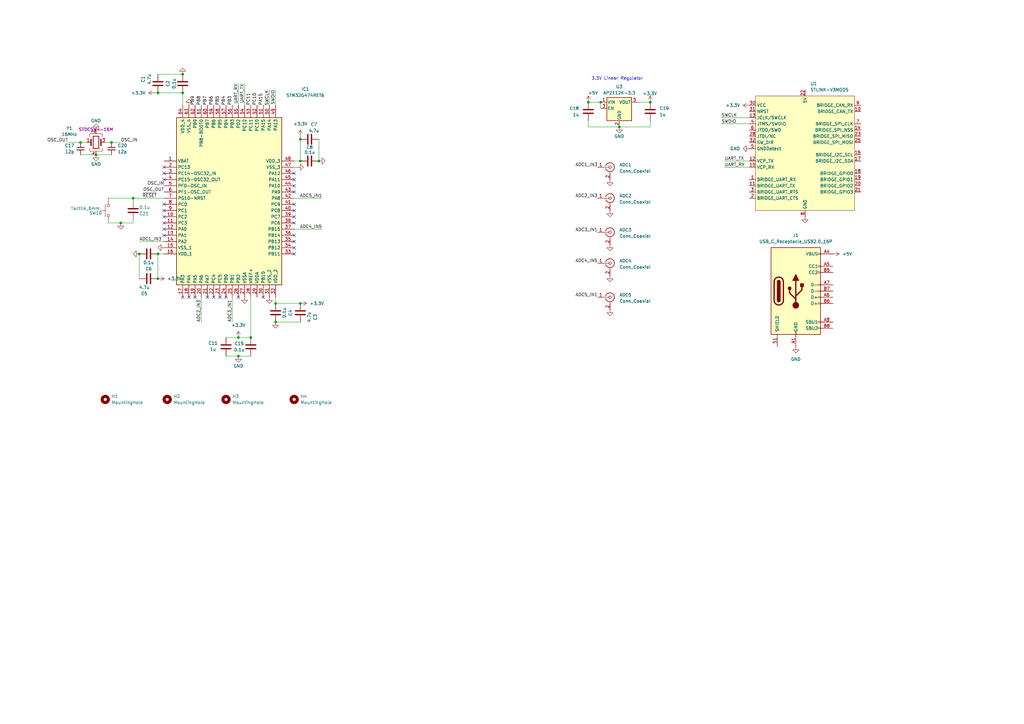
<source format=kicad_sch>
(kicad_sch
	(version 20250114)
	(generator "eeschema")
	(generator_version "9.0")
	(uuid "eeaa7473-fa25-47b9-949e-2277f05bfce9")
	(paper "A3")
	(lib_symbols
		(symbol "+3.3V_2"
			(power)
			(pin_numbers
				(hide yes)
			)
			(pin_names
				(offset 0)
				(hide yes)
			)
			(exclude_from_sim no)
			(in_bom yes)
			(on_board yes)
			(property "Reference" "#PWR"
				(at 0 -3.81 0)
				(effects
					(font
						(size 1.27 1.27)
					)
					(hide yes)
				)
			)
			(property "Value" "+3.3V"
				(at 0 3.556 0)
				(effects
					(font
						(size 1.27 1.27)
					)
				)
			)
			(property "Footprint" ""
				(at 0 0 0)
				(effects
					(font
						(size 1.27 1.27)
					)
					(hide yes)
				)
			)
			(property "Datasheet" ""
				(at 0 0 0)
				(effects
					(font
						(size 1.27 1.27)
					)
					(hide yes)
				)
			)
			(property "Description" "Power symbol creates a global label with name \"+3.3V\""
				(at 0 0 0)
				(effects
					(font
						(size 1.27 1.27)
					)
					(hide yes)
				)
			)
			(property "ki_keywords" "global power"
				(at 0 0 0)
				(effects
					(font
						(size 1.27 1.27)
					)
					(hide yes)
				)
			)
			(symbol "+3.3V_2_0_1"
				(polyline
					(pts
						(xy -0.762 1.27) (xy 0 2.54)
					)
					(stroke
						(width 0)
						(type default)
					)
					(fill
						(type none)
					)
				)
				(polyline
					(pts
						(xy 0 2.54) (xy 0.762 1.27)
					)
					(stroke
						(width 0)
						(type default)
					)
					(fill
						(type none)
					)
				)
				(polyline
					(pts
						(xy 0 0) (xy 0 2.54)
					)
					(stroke
						(width 0)
						(type default)
					)
					(fill
						(type none)
					)
				)
			)
			(symbol "+3.3V_2_1_1"
				(pin power_in line
					(at 0 0 90)
					(length 0)
					(name "~"
						(effects
							(font
								(size 1.27 1.27)
							)
						)
					)
					(number "1"
						(effects
							(font
								(size 1.27 1.27)
							)
						)
					)
				)
			)
			(embedded_fonts no)
		)
		(symbol "+3.3V_3"
			(power)
			(pin_numbers
				(hide yes)
			)
			(pin_names
				(offset 0)
				(hide yes)
			)
			(exclude_from_sim no)
			(in_bom yes)
			(on_board yes)
			(property "Reference" "#PWR"
				(at 0 -3.81 0)
				(effects
					(font
						(size 1.27 1.27)
					)
					(hide yes)
				)
			)
			(property "Value" "+3.3V"
				(at 0 3.556 0)
				(effects
					(font
						(size 1.27 1.27)
					)
				)
			)
			(property "Footprint" ""
				(at 0 0 0)
				(effects
					(font
						(size 1.27 1.27)
					)
					(hide yes)
				)
			)
			(property "Datasheet" ""
				(at 0 0 0)
				(effects
					(font
						(size 1.27 1.27)
					)
					(hide yes)
				)
			)
			(property "Description" "Power symbol creates a global label with name \"+3.3V\""
				(at 0 0 0)
				(effects
					(font
						(size 1.27 1.27)
					)
					(hide yes)
				)
			)
			(property "ki_keywords" "global power"
				(at 0 0 0)
				(effects
					(font
						(size 1.27 1.27)
					)
					(hide yes)
				)
			)
			(symbol "+3.3V_3_0_1"
				(polyline
					(pts
						(xy -0.762 1.27) (xy 0 2.54)
					)
					(stroke
						(width 0)
						(type default)
					)
					(fill
						(type none)
					)
				)
				(polyline
					(pts
						(xy 0 2.54) (xy 0.762 1.27)
					)
					(stroke
						(width 0)
						(type default)
					)
					(fill
						(type none)
					)
				)
				(polyline
					(pts
						(xy 0 0) (xy 0 2.54)
					)
					(stroke
						(width 0)
						(type default)
					)
					(fill
						(type none)
					)
				)
			)
			(symbol "+3.3V_3_1_1"
				(pin power_in line
					(at 0 0 90)
					(length 0)
					(name "~"
						(effects
							(font
								(size 1.27 1.27)
							)
						)
					)
					(number "1"
						(effects
							(font
								(size 1.27 1.27)
							)
						)
					)
				)
			)
			(embedded_fonts no)
		)
		(symbol "Connector:Conn_Coaxial"
			(pin_names
				(offset 1.016)
				(hide yes)
			)
			(exclude_from_sim no)
			(in_bom yes)
			(on_board yes)
			(property "Reference" "J"
				(at 0.254 3.048 0)
				(effects
					(font
						(size 1.27 1.27)
					)
				)
			)
			(property "Value" "Conn_Coaxial"
				(at 2.921 0 90)
				(effects
					(font
						(size 1.27 1.27)
					)
				)
			)
			(property "Footprint" ""
				(at 0 0 0)
				(effects
					(font
						(size 1.27 1.27)
					)
					(hide yes)
				)
			)
			(property "Datasheet" "~"
				(at 0 0 0)
				(effects
					(font
						(size 1.27 1.27)
					)
					(hide yes)
				)
			)
			(property "Description" "coaxial connector (BNC, SMA, SMB, SMC, Cinch/RCA, LEMO, ...)"
				(at 0 0 0)
				(effects
					(font
						(size 1.27 1.27)
					)
					(hide yes)
				)
			)
			(property "ki_keywords" "BNC SMA SMB SMC LEMO coaxial connector CINCH RCA MCX MMCX U.FL UMRF"
				(at 0 0 0)
				(effects
					(font
						(size 1.27 1.27)
					)
					(hide yes)
				)
			)
			(property "ki_fp_filters" "*BNC* *SMA* *SMB* *SMC* *Cinch* *LEMO* *UMRF* *MCX* *U.FL*"
				(at 0 0 0)
				(effects
					(font
						(size 1.27 1.27)
					)
					(hide yes)
				)
			)
			(symbol "Conn_Coaxial_0_1"
				(polyline
					(pts
						(xy -2.54 0) (xy -0.508 0)
					)
					(stroke
						(width 0)
						(type default)
					)
					(fill
						(type none)
					)
				)
				(arc
					(start 1.778 0)
					(mid 0.222 -1.8079)
					(end -1.778 -0.508)
					(stroke
						(width 0.254)
						(type default)
					)
					(fill
						(type none)
					)
				)
				(arc
					(start -1.778 0.508)
					(mid 0.2221 1.8084)
					(end 1.778 0)
					(stroke
						(width 0.254)
						(type default)
					)
					(fill
						(type none)
					)
				)
				(circle
					(center 0 0)
					(radius 0.508)
					(stroke
						(width 0.2032)
						(type default)
					)
					(fill
						(type none)
					)
				)
				(polyline
					(pts
						(xy 0 -2.54) (xy 0 -1.778)
					)
					(stroke
						(width 0)
						(type default)
					)
					(fill
						(type none)
					)
				)
			)
			(symbol "Conn_Coaxial_1_1"
				(pin passive line
					(at -5.08 0 0)
					(length 2.54)
					(name "In"
						(effects
							(font
								(size 1.27 1.27)
							)
						)
					)
					(number "1"
						(effects
							(font
								(size 1.27 1.27)
							)
						)
					)
				)
				(pin passive line
					(at 0 -5.08 90)
					(length 2.54)
					(name "Ext"
						(effects
							(font
								(size 1.27 1.27)
							)
						)
					)
					(number "2"
						(effects
							(font
								(size 1.27 1.27)
							)
						)
					)
				)
			)
			(embedded_fonts no)
		)
		(symbol "Connector:USB_C_Receptacle_USB2.0_16P"
			(pin_names
				(offset 1.016)
			)
			(exclude_from_sim no)
			(in_bom yes)
			(on_board yes)
			(property "Reference" "J"
				(at 0 22.225 0)
				(effects
					(font
						(size 1.27 1.27)
					)
				)
			)
			(property "Value" "USB_C_Receptacle_USB2.0_16P"
				(at 0 19.685 0)
				(effects
					(font
						(size 1.27 1.27)
					)
				)
			)
			(property "Footprint" ""
				(at 3.81 0 0)
				(effects
					(font
						(size 1.27 1.27)
					)
					(hide yes)
				)
			)
			(property "Datasheet" "https://www.usb.org/sites/default/files/documents/usb_type-c.zip"
				(at 3.81 0 0)
				(effects
					(font
						(size 1.27 1.27)
					)
					(hide yes)
				)
			)
			(property "Description" "USB 2.0-only 16P Type-C Receptacle connector"
				(at 0 0 0)
				(effects
					(font
						(size 1.27 1.27)
					)
					(hide yes)
				)
			)
			(property "ki_keywords" "usb universal serial bus type-C USB2.0"
				(at 0 0 0)
				(effects
					(font
						(size 1.27 1.27)
					)
					(hide yes)
				)
			)
			(property "ki_fp_filters" "USB*C*Receptacle*"
				(at 0 0 0)
				(effects
					(font
						(size 1.27 1.27)
					)
					(hide yes)
				)
			)
			(symbol "USB_C_Receptacle_USB2.0_16P_0_0"
				(rectangle
					(start -0.254 -17.78)
					(end 0.254 -16.764)
					(stroke
						(width 0)
						(type default)
					)
					(fill
						(type none)
					)
				)
				(rectangle
					(start 10.16 15.494)
					(end 9.144 14.986)
					(stroke
						(width 0)
						(type default)
					)
					(fill
						(type none)
					)
				)
				(rectangle
					(start 10.16 10.414)
					(end 9.144 9.906)
					(stroke
						(width 0)
						(type default)
					)
					(fill
						(type none)
					)
				)
				(rectangle
					(start 10.16 7.874)
					(end 9.144 7.366)
					(stroke
						(width 0)
						(type default)
					)
					(fill
						(type none)
					)
				)
				(rectangle
					(start 10.16 2.794)
					(end 9.144 2.286)
					(stroke
						(width 0)
						(type default)
					)
					(fill
						(type none)
					)
				)
				(rectangle
					(start 10.16 0.254)
					(end 9.144 -0.254)
					(stroke
						(width 0)
						(type default)
					)
					(fill
						(type none)
					)
				)
				(rectangle
					(start 10.16 -2.286)
					(end 9.144 -2.794)
					(stroke
						(width 0)
						(type default)
					)
					(fill
						(type none)
					)
				)
				(rectangle
					(start 10.16 -4.826)
					(end 9.144 -5.334)
					(stroke
						(width 0)
						(type default)
					)
					(fill
						(type none)
					)
				)
				(rectangle
					(start 10.16 -12.446)
					(end 9.144 -12.954)
					(stroke
						(width 0)
						(type default)
					)
					(fill
						(type none)
					)
				)
				(rectangle
					(start 10.16 -14.986)
					(end 9.144 -15.494)
					(stroke
						(width 0)
						(type default)
					)
					(fill
						(type none)
					)
				)
			)
			(symbol "USB_C_Receptacle_USB2.0_16P_0_1"
				(rectangle
					(start -10.16 17.78)
					(end 10.16 -17.78)
					(stroke
						(width 0.254)
						(type default)
					)
					(fill
						(type background)
					)
				)
				(polyline
					(pts
						(xy -8.89 -3.81) (xy -8.89 3.81)
					)
					(stroke
						(width 0.508)
						(type default)
					)
					(fill
						(type none)
					)
				)
				(rectangle
					(start -7.62 -3.81)
					(end -6.35 3.81)
					(stroke
						(width 0.254)
						(type default)
					)
					(fill
						(type outline)
					)
				)
				(arc
					(start -7.62 3.81)
					(mid -6.985 4.4423)
					(end -6.35 3.81)
					(stroke
						(width 0.254)
						(type default)
					)
					(fill
						(type none)
					)
				)
				(arc
					(start -7.62 3.81)
					(mid -6.985 4.4423)
					(end -6.35 3.81)
					(stroke
						(width 0.254)
						(type default)
					)
					(fill
						(type outline)
					)
				)
				(arc
					(start -8.89 3.81)
					(mid -6.985 5.7067)
					(end -5.08 3.81)
					(stroke
						(width 0.508)
						(type default)
					)
					(fill
						(type none)
					)
				)
				(arc
					(start -5.08 -3.81)
					(mid -6.985 -5.7067)
					(end -8.89 -3.81)
					(stroke
						(width 0.508)
						(type default)
					)
					(fill
						(type none)
					)
				)
				(arc
					(start -6.35 -3.81)
					(mid -6.985 -4.4423)
					(end -7.62 -3.81)
					(stroke
						(width 0.254)
						(type default)
					)
					(fill
						(type none)
					)
				)
				(arc
					(start -6.35 -3.81)
					(mid -6.985 -4.4423)
					(end -7.62 -3.81)
					(stroke
						(width 0.254)
						(type default)
					)
					(fill
						(type outline)
					)
				)
				(polyline
					(pts
						(xy -5.08 3.81) (xy -5.08 -3.81)
					)
					(stroke
						(width 0.508)
						(type default)
					)
					(fill
						(type none)
					)
				)
				(circle
					(center -2.54 1.143)
					(radius 0.635)
					(stroke
						(width 0.254)
						(type default)
					)
					(fill
						(type outline)
					)
				)
				(polyline
					(pts
						(xy -1.27 4.318) (xy 0 6.858) (xy 1.27 4.318) (xy -1.27 4.318)
					)
					(stroke
						(width 0.254)
						(type default)
					)
					(fill
						(type outline)
					)
				)
				(polyline
					(pts
						(xy 0 -2.032) (xy 2.54 0.508) (xy 2.54 1.778)
					)
					(stroke
						(width 0.508)
						(type default)
					)
					(fill
						(type none)
					)
				)
				(polyline
					(pts
						(xy 0 -3.302) (xy -2.54 -0.762) (xy -2.54 0.508)
					)
					(stroke
						(width 0.508)
						(type default)
					)
					(fill
						(type none)
					)
				)
				(polyline
					(pts
						(xy 0 -5.842) (xy 0 4.318)
					)
					(stroke
						(width 0.508)
						(type default)
					)
					(fill
						(type none)
					)
				)
				(circle
					(center 0 -5.842)
					(radius 1.27)
					(stroke
						(width 0)
						(type default)
					)
					(fill
						(type outline)
					)
				)
				(rectangle
					(start 1.905 1.778)
					(end 3.175 3.048)
					(stroke
						(width 0.254)
						(type default)
					)
					(fill
						(type outline)
					)
				)
			)
			(symbol "USB_C_Receptacle_USB2.0_16P_1_1"
				(pin passive line
					(at -7.62 -22.86 90)
					(length 5.08)
					(name "SHIELD"
						(effects
							(font
								(size 1.27 1.27)
							)
						)
					)
					(number "S1"
						(effects
							(font
								(size 1.27 1.27)
							)
						)
					)
				)
				(pin passive line
					(at 0 -22.86 90)
					(length 5.08)
					(name "GND"
						(effects
							(font
								(size 1.27 1.27)
							)
						)
					)
					(number "A1"
						(effects
							(font
								(size 1.27 1.27)
							)
						)
					)
				)
				(pin passive line
					(at 0 -22.86 90)
					(length 5.08)
					(hide yes)
					(name "GND"
						(effects
							(font
								(size 1.27 1.27)
							)
						)
					)
					(number "A12"
						(effects
							(font
								(size 1.27 1.27)
							)
						)
					)
				)
				(pin passive line
					(at 0 -22.86 90)
					(length 5.08)
					(hide yes)
					(name "GND"
						(effects
							(font
								(size 1.27 1.27)
							)
						)
					)
					(number "B1"
						(effects
							(font
								(size 1.27 1.27)
							)
						)
					)
				)
				(pin passive line
					(at 0 -22.86 90)
					(length 5.08)
					(hide yes)
					(name "GND"
						(effects
							(font
								(size 1.27 1.27)
							)
						)
					)
					(number "B12"
						(effects
							(font
								(size 1.27 1.27)
							)
						)
					)
				)
				(pin passive line
					(at 15.24 15.24 180)
					(length 5.08)
					(name "VBUS"
						(effects
							(font
								(size 1.27 1.27)
							)
						)
					)
					(number "A4"
						(effects
							(font
								(size 1.27 1.27)
							)
						)
					)
				)
				(pin passive line
					(at 15.24 15.24 180)
					(length 5.08)
					(hide yes)
					(name "VBUS"
						(effects
							(font
								(size 1.27 1.27)
							)
						)
					)
					(number "A9"
						(effects
							(font
								(size 1.27 1.27)
							)
						)
					)
				)
				(pin passive line
					(at 15.24 15.24 180)
					(length 5.08)
					(hide yes)
					(name "VBUS"
						(effects
							(font
								(size 1.27 1.27)
							)
						)
					)
					(number "B4"
						(effects
							(font
								(size 1.27 1.27)
							)
						)
					)
				)
				(pin passive line
					(at 15.24 15.24 180)
					(length 5.08)
					(hide yes)
					(name "VBUS"
						(effects
							(font
								(size 1.27 1.27)
							)
						)
					)
					(number "B9"
						(effects
							(font
								(size 1.27 1.27)
							)
						)
					)
				)
				(pin bidirectional line
					(at 15.24 10.16 180)
					(length 5.08)
					(name "CC1"
						(effects
							(font
								(size 1.27 1.27)
							)
						)
					)
					(number "A5"
						(effects
							(font
								(size 1.27 1.27)
							)
						)
					)
				)
				(pin bidirectional line
					(at 15.24 7.62 180)
					(length 5.08)
					(name "CC2"
						(effects
							(font
								(size 1.27 1.27)
							)
						)
					)
					(number "B5"
						(effects
							(font
								(size 1.27 1.27)
							)
						)
					)
				)
				(pin bidirectional line
					(at 15.24 2.54 180)
					(length 5.08)
					(name "D-"
						(effects
							(font
								(size 1.27 1.27)
							)
						)
					)
					(number "A7"
						(effects
							(font
								(size 1.27 1.27)
							)
						)
					)
				)
				(pin bidirectional line
					(at 15.24 0 180)
					(length 5.08)
					(name "D-"
						(effects
							(font
								(size 1.27 1.27)
							)
						)
					)
					(number "B7"
						(effects
							(font
								(size 1.27 1.27)
							)
						)
					)
				)
				(pin bidirectional line
					(at 15.24 -2.54 180)
					(length 5.08)
					(name "D+"
						(effects
							(font
								(size 1.27 1.27)
							)
						)
					)
					(number "A6"
						(effects
							(font
								(size 1.27 1.27)
							)
						)
					)
				)
				(pin bidirectional line
					(at 15.24 -5.08 180)
					(length 5.08)
					(name "D+"
						(effects
							(font
								(size 1.27 1.27)
							)
						)
					)
					(number "B6"
						(effects
							(font
								(size 1.27 1.27)
							)
						)
					)
				)
				(pin bidirectional line
					(at 15.24 -12.7 180)
					(length 5.08)
					(name "SBU1"
						(effects
							(font
								(size 1.27 1.27)
							)
						)
					)
					(number "A8"
						(effects
							(font
								(size 1.27 1.27)
							)
						)
					)
				)
				(pin bidirectional line
					(at 15.24 -15.24 180)
					(length 5.08)
					(name "SBU2"
						(effects
							(font
								(size 1.27 1.27)
							)
						)
					)
					(number "B8"
						(effects
							(font
								(size 1.27 1.27)
							)
						)
					)
				)
			)
			(embedded_fonts no)
		)
		(symbol "Device:C"
			(pin_numbers
				(hide yes)
			)
			(pin_names
				(offset 0.254)
			)
			(exclude_from_sim no)
			(in_bom yes)
			(on_board yes)
			(property "Reference" "C"
				(at 0.635 2.54 0)
				(effects
					(font
						(size 1.27 1.27)
					)
					(justify left)
				)
			)
			(property "Value" "C"
				(at 0.635 -2.54 0)
				(effects
					(font
						(size 1.27 1.27)
					)
					(justify left)
				)
			)
			(property "Footprint" ""
				(at 0.9652 -3.81 0)
				(effects
					(font
						(size 1.27 1.27)
					)
					(hide yes)
				)
			)
			(property "Datasheet" "~"
				(at 0 0 0)
				(effects
					(font
						(size 1.27 1.27)
					)
					(hide yes)
				)
			)
			(property "Description" "Unpolarized capacitor"
				(at 0 0 0)
				(effects
					(font
						(size 1.27 1.27)
					)
					(hide yes)
				)
			)
			(property "ki_keywords" "cap capacitor"
				(at 0 0 0)
				(effects
					(font
						(size 1.27 1.27)
					)
					(hide yes)
				)
			)
			(property "ki_fp_filters" "C_*"
				(at 0 0 0)
				(effects
					(font
						(size 1.27 1.27)
					)
					(hide yes)
				)
			)
			(symbol "C_0_1"
				(polyline
					(pts
						(xy -2.032 0.762) (xy 2.032 0.762)
					)
					(stroke
						(width 0.508)
						(type default)
					)
					(fill
						(type none)
					)
				)
				(polyline
					(pts
						(xy -2.032 -0.762) (xy 2.032 -0.762)
					)
					(stroke
						(width 0.508)
						(type default)
					)
					(fill
						(type none)
					)
				)
			)
			(symbol "C_1_1"
				(pin passive line
					(at 0 3.81 270)
					(length 2.794)
					(name "~"
						(effects
							(font
								(size 1.27 1.27)
							)
						)
					)
					(number "1"
						(effects
							(font
								(size 1.27 1.27)
							)
						)
					)
				)
				(pin passive line
					(at 0 -3.81 90)
					(length 2.794)
					(name "~"
						(effects
							(font
								(size 1.27 1.27)
							)
						)
					)
					(number "2"
						(effects
							(font
								(size 1.27 1.27)
							)
						)
					)
				)
			)
			(embedded_fonts no)
		)
		(symbol "Device:C_Small"
			(pin_numbers
				(hide yes)
			)
			(pin_names
				(offset 0.254)
				(hide yes)
			)
			(exclude_from_sim no)
			(in_bom yes)
			(on_board yes)
			(property "Reference" "C"
				(at 0.254 1.778 0)
				(effects
					(font
						(size 1.27 1.27)
					)
					(justify left)
				)
			)
			(property "Value" "C_Small"
				(at 0.254 -2.032 0)
				(effects
					(font
						(size 1.27 1.27)
					)
					(justify left)
				)
			)
			(property "Footprint" ""
				(at 0 0 0)
				(effects
					(font
						(size 1.27 1.27)
					)
					(hide yes)
				)
			)
			(property "Datasheet" "~"
				(at 0 0 0)
				(effects
					(font
						(size 1.27 1.27)
					)
					(hide yes)
				)
			)
			(property "Description" "Unpolarized capacitor, small symbol"
				(at 0 0 0)
				(effects
					(font
						(size 1.27 1.27)
					)
					(hide yes)
				)
			)
			(property "ki_keywords" "capacitor cap"
				(at 0 0 0)
				(effects
					(font
						(size 1.27 1.27)
					)
					(hide yes)
				)
			)
			(property "ki_fp_filters" "C_*"
				(at 0 0 0)
				(effects
					(font
						(size 1.27 1.27)
					)
					(hide yes)
				)
			)
			(symbol "C_Small_0_1"
				(polyline
					(pts
						(xy -1.524 0.508) (xy 1.524 0.508)
					)
					(stroke
						(width 0.3048)
						(type default)
					)
					(fill
						(type none)
					)
				)
				(polyline
					(pts
						(xy -1.524 -0.508) (xy 1.524 -0.508)
					)
					(stroke
						(width 0.3302)
						(type default)
					)
					(fill
						(type none)
					)
				)
			)
			(symbol "C_Small_1_1"
				(pin passive line
					(at 0 2.54 270)
					(length 2.032)
					(name "~"
						(effects
							(font
								(size 1.27 1.27)
							)
						)
					)
					(number "1"
						(effects
							(font
								(size 1.27 1.27)
							)
						)
					)
				)
				(pin passive line
					(at 0 -2.54 90)
					(length 2.032)
					(name "~"
						(effects
							(font
								(size 1.27 1.27)
							)
						)
					)
					(number "2"
						(effects
							(font
								(size 1.27 1.27)
							)
						)
					)
				)
			)
			(embedded_fonts no)
		)
		(symbol "Device:Crystal_GND24"
			(pin_names
				(offset 1.016)
				(hide yes)
			)
			(exclude_from_sim no)
			(in_bom yes)
			(on_board yes)
			(property "Reference" "Y"
				(at 3.175 5.08 0)
				(effects
					(font
						(size 1.27 1.27)
					)
					(justify left)
				)
			)
			(property "Value" "Crystal_GND24"
				(at 3.175 3.175 0)
				(effects
					(font
						(size 1.27 1.27)
					)
					(justify left)
				)
			)
			(property "Footprint" ""
				(at 0 0 0)
				(effects
					(font
						(size 1.27 1.27)
					)
					(hide yes)
				)
			)
			(property "Datasheet" "~"
				(at 0 0 0)
				(effects
					(font
						(size 1.27 1.27)
					)
					(hide yes)
				)
			)
			(property "Description" "Four pin crystal, GND on pins 2 and 4"
				(at 0 0 0)
				(effects
					(font
						(size 1.27 1.27)
					)
					(hide yes)
				)
			)
			(property "ki_keywords" "quartz ceramic resonator oscillator"
				(at 0 0 0)
				(effects
					(font
						(size 1.27 1.27)
					)
					(hide yes)
				)
			)
			(property "ki_fp_filters" "Crystal*"
				(at 0 0 0)
				(effects
					(font
						(size 1.27 1.27)
					)
					(hide yes)
				)
			)
			(symbol "Crystal_GND24_0_1"
				(polyline
					(pts
						(xy -2.54 2.286) (xy -2.54 3.556) (xy 2.54 3.556) (xy 2.54 2.286)
					)
					(stroke
						(width 0)
						(type default)
					)
					(fill
						(type none)
					)
				)
				(polyline
					(pts
						(xy -2.54 0) (xy -2.032 0)
					)
					(stroke
						(width 0)
						(type default)
					)
					(fill
						(type none)
					)
				)
				(polyline
					(pts
						(xy -2.54 -2.286) (xy -2.54 -3.556) (xy 2.54 -3.556) (xy 2.54 -2.286)
					)
					(stroke
						(width 0)
						(type default)
					)
					(fill
						(type none)
					)
				)
				(polyline
					(pts
						(xy -2.032 -1.27) (xy -2.032 1.27)
					)
					(stroke
						(width 0.508)
						(type default)
					)
					(fill
						(type none)
					)
				)
				(rectangle
					(start -1.143 2.54)
					(end 1.143 -2.54)
					(stroke
						(width 0.3048)
						(type default)
					)
					(fill
						(type none)
					)
				)
				(polyline
					(pts
						(xy 0 3.556) (xy 0 3.81)
					)
					(stroke
						(width 0)
						(type default)
					)
					(fill
						(type none)
					)
				)
				(polyline
					(pts
						(xy 0 -3.81) (xy 0 -3.556)
					)
					(stroke
						(width 0)
						(type default)
					)
					(fill
						(type none)
					)
				)
				(polyline
					(pts
						(xy 2.032 0) (xy 2.54 0)
					)
					(stroke
						(width 0)
						(type default)
					)
					(fill
						(type none)
					)
				)
				(polyline
					(pts
						(xy 2.032 -1.27) (xy 2.032 1.27)
					)
					(stroke
						(width 0.508)
						(type default)
					)
					(fill
						(type none)
					)
				)
			)
			(symbol "Crystal_GND24_1_1"
				(pin passive line
					(at -3.81 0 0)
					(length 1.27)
					(name "1"
						(effects
							(font
								(size 1.27 1.27)
							)
						)
					)
					(number "1"
						(effects
							(font
								(size 1.27 1.27)
							)
						)
					)
				)
				(pin passive line
					(at 0 5.08 270)
					(length 1.27)
					(name "2"
						(effects
							(font
								(size 1.27 1.27)
							)
						)
					)
					(number "2"
						(effects
							(font
								(size 1.27 1.27)
							)
						)
					)
				)
				(pin passive line
					(at 0 -5.08 90)
					(length 1.27)
					(name "4"
						(effects
							(font
								(size 1.27 1.27)
							)
						)
					)
					(number "4"
						(effects
							(font
								(size 1.27 1.27)
							)
						)
					)
				)
				(pin passive line
					(at 3.81 0 180)
					(length 1.27)
					(name "3"
						(effects
							(font
								(size 1.27 1.27)
							)
						)
					)
					(number "3"
						(effects
							(font
								(size 1.27 1.27)
							)
						)
					)
				)
			)
			(embedded_fonts no)
		)
		(symbol "GND_1"
			(power)
			(pin_numbers
				(hide yes)
			)
			(pin_names
				(offset 0)
				(hide yes)
			)
			(exclude_from_sim no)
			(in_bom yes)
			(on_board yes)
			(property "Reference" "#PWR"
				(at 0 -6.35 0)
				(effects
					(font
						(size 1.27 1.27)
					)
					(hide yes)
				)
			)
			(property "Value" "GND"
				(at 0 -3.81 0)
				(effects
					(font
						(size 1.27 1.27)
					)
				)
			)
			(property "Footprint" ""
				(at 0 0 0)
				(effects
					(font
						(size 1.27 1.27)
					)
					(hide yes)
				)
			)
			(property "Datasheet" ""
				(at 0 0 0)
				(effects
					(font
						(size 1.27 1.27)
					)
					(hide yes)
				)
			)
			(property "Description" "Power symbol creates a global label with name \"GND\" , ground"
				(at 0 0 0)
				(effects
					(font
						(size 1.27 1.27)
					)
					(hide yes)
				)
			)
			(property "ki_keywords" "global power"
				(at 0 0 0)
				(effects
					(font
						(size 1.27 1.27)
					)
					(hide yes)
				)
			)
			(symbol "GND_1_0_1"
				(polyline
					(pts
						(xy 0 0) (xy 0 -1.27) (xy 1.27 -1.27) (xy 0 -2.54) (xy -1.27 -1.27) (xy 0 -1.27)
					)
					(stroke
						(width 0)
						(type default)
					)
					(fill
						(type none)
					)
				)
			)
			(symbol "GND_1_1_1"
				(pin power_in line
					(at 0 0 270)
					(length 0)
					(name "~"
						(effects
							(font
								(size 1.27 1.27)
							)
						)
					)
					(number "1"
						(effects
							(font
								(size 1.27 1.27)
							)
						)
					)
				)
			)
			(embedded_fonts no)
		)
		(symbol "Mechanical:MountingHole"
			(pin_names
				(offset 1.016)
			)
			(exclude_from_sim no)
			(in_bom no)
			(on_board yes)
			(property "Reference" "H"
				(at 0 5.08 0)
				(effects
					(font
						(size 1.27 1.27)
					)
				)
			)
			(property "Value" "MountingHole"
				(at 0 3.175 0)
				(effects
					(font
						(size 1.27 1.27)
					)
				)
			)
			(property "Footprint" ""
				(at 0 0 0)
				(effects
					(font
						(size 1.27 1.27)
					)
					(hide yes)
				)
			)
			(property "Datasheet" "~"
				(at 0 0 0)
				(effects
					(font
						(size 1.27 1.27)
					)
					(hide yes)
				)
			)
			(property "Description" "Mounting Hole without connection"
				(at 0 0 0)
				(effects
					(font
						(size 1.27 1.27)
					)
					(hide yes)
				)
			)
			(property "ki_keywords" "mounting hole"
				(at 0 0 0)
				(effects
					(font
						(size 1.27 1.27)
					)
					(hide yes)
				)
			)
			(property "ki_fp_filters" "MountingHole*"
				(at 0 0 0)
				(effects
					(font
						(size 1.27 1.27)
					)
					(hide yes)
				)
			)
			(symbol "MountingHole_0_1"
				(circle
					(center 0 0)
					(radius 1.27)
					(stroke
						(width 1.27)
						(type default)
					)
					(fill
						(type none)
					)
				)
			)
			(embedded_fonts no)
		)
		(symbol "Regulator_Linear:AP2112K-3.3"
			(pin_names
				(offset 0.254)
			)
			(exclude_from_sim no)
			(in_bom yes)
			(on_board yes)
			(property "Reference" "U"
				(at -5.08 5.715 0)
				(effects
					(font
						(size 1.27 1.27)
					)
					(justify left)
				)
			)
			(property "Value" "AP2112K-3.3"
				(at 0 5.715 0)
				(effects
					(font
						(size 1.27 1.27)
					)
					(justify left)
				)
			)
			(property "Footprint" "Package_TO_SOT_SMD:SOT-23-5"
				(at 0 8.255 0)
				(effects
					(font
						(size 1.27 1.27)
					)
					(hide yes)
				)
			)
			(property "Datasheet" "https://www.diodes.com/assets/Datasheets/AP2112.pdf"
				(at 0 2.54 0)
				(effects
					(font
						(size 1.27 1.27)
					)
					(hide yes)
				)
			)
			(property "Description" "600mA low dropout linear regulator, with enable pin, 3.8V-6V input voltage range, 3.3V fixed positive output, SOT-23-5"
				(at 0 0 0)
				(effects
					(font
						(size 1.27 1.27)
					)
					(hide yes)
				)
			)
			(property "ki_keywords" "linear regulator ldo fixed positive"
				(at 0 0 0)
				(effects
					(font
						(size 1.27 1.27)
					)
					(hide yes)
				)
			)
			(property "ki_fp_filters" "SOT?23?5*"
				(at 0 0 0)
				(effects
					(font
						(size 1.27 1.27)
					)
					(hide yes)
				)
			)
			(symbol "AP2112K-3.3_0_1"
				(rectangle
					(start -5.08 4.445)
					(end 5.08 -5.08)
					(stroke
						(width 0.254)
						(type default)
					)
					(fill
						(type background)
					)
				)
			)
			(symbol "AP2112K-3.3_1_1"
				(pin power_in line
					(at -7.62 2.54 0)
					(length 2.54)
					(name "VIN"
						(effects
							(font
								(size 1.27 1.27)
							)
						)
					)
					(number "1"
						(effects
							(font
								(size 1.27 1.27)
							)
						)
					)
				)
				(pin input line
					(at -7.62 0 0)
					(length 2.54)
					(name "EN"
						(effects
							(font
								(size 1.27 1.27)
							)
						)
					)
					(number "3"
						(effects
							(font
								(size 1.27 1.27)
							)
						)
					)
				)
				(pin power_in line
					(at 0 -7.62 90)
					(length 2.54)
					(name "GND"
						(effects
							(font
								(size 1.27 1.27)
							)
						)
					)
					(number "2"
						(effects
							(font
								(size 1.27 1.27)
							)
						)
					)
				)
				(pin no_connect line
					(at 5.08 0 180)
					(length 2.54)
					(hide yes)
					(name "NC"
						(effects
							(font
								(size 1.27 1.27)
							)
						)
					)
					(number "4"
						(effects
							(font
								(size 1.27 1.27)
							)
						)
					)
				)
				(pin power_out line
					(at 7.62 2.54 180)
					(length 2.54)
					(name "VOUT"
						(effects
							(font
								(size 1.27 1.27)
							)
						)
					)
					(number "5"
						(effects
							(font
								(size 1.27 1.27)
							)
						)
					)
				)
			)
			(embedded_fonts no)
		)
		(symbol "ST-Link_V3:STLink-V3MODS"
			(exclude_from_sim no)
			(in_bom yes)
			(on_board yes)
			(property "Reference" "U"
				(at 11.176 2.032 0)
				(effects
					(font
						(size 1.27 1.27)
					)
				)
			)
			(property "Value" "STLINK-V3MODS"
				(at 11.43 0.254 0)
				(effects
					(font
						(size 1.27 1.27)
					)
				)
			)
			(property "Footprint" "ST-Link_V3:STLink_V3MODS"
				(at 0 0 0)
				(effects
					(font
						(size 1.27 1.27)
					)
					(hide yes)
				)
			)
			(property "Datasheet" ""
				(at 0 0 0)
				(effects
					(font
						(size 1.27 1.27)
					)
					(hide yes)
				)
			)
			(property "Description" ""
				(at 0 0 0)
				(effects
					(font
						(size 1.27 1.27)
					)
					(hide yes)
				)
			)
			(symbol "STLink-V3MODS_1_1"
				(rectangle
					(start -20.32 -1.27)
					(end 20.32 -48.26)
					(stroke
						(width 0)
						(type default)
					)
					(fill
						(type background)
					)
				)
				(pin input line
					(at -22.86 -5.08 0)
					(length 2.54)
					(name "VCC"
						(effects
							(font
								(size 1.27 1.27)
							)
						)
					)
					(number "30"
						(effects
							(font
								(size 1.27 1.27)
							)
						)
					)
				)
				(pin output line
					(at -22.86 -7.62 0)
					(length 2.54)
					(name "NRST"
						(effects
							(font
								(size 1.27 1.27)
							)
						)
					)
					(number "31"
						(effects
							(font
								(size 1.27 1.27)
							)
						)
					)
				)
				(pin output line
					(at -22.86 -10.16 0)
					(length 2.54)
					(name "JCLK/SWCLK"
						(effects
							(font
								(size 1.27 1.27)
							)
						)
					)
					(number "13"
						(effects
							(font
								(size 1.27 1.27)
							)
						)
					)
				)
				(pin bidirectional line
					(at -22.86 -12.7 0)
					(length 2.54)
					(name "JTMS/SWDIO"
						(effects
							(font
								(size 1.27 1.27)
							)
						)
					)
					(number "4"
						(effects
							(font
								(size 1.27 1.27)
							)
						)
					)
				)
				(pin input line
					(at -22.86 -15.24 0)
					(length 2.54)
					(name "JTDO/SWO"
						(effects
							(font
								(size 1.27 1.27)
							)
						)
					)
					(number "6"
						(effects
							(font
								(size 1.27 1.27)
							)
						)
					)
				)
				(pin output line
					(at -22.86 -17.78 0)
					(length 2.54)
					(name "JTDI/NC"
						(effects
							(font
								(size 1.27 1.27)
							)
						)
					)
					(number "28"
						(effects
							(font
								(size 1.27 1.27)
							)
						)
					)
				)
				(pin output line
					(at -22.86 -20.32 0)
					(length 2.54)
					(name "SW_DIR"
						(effects
							(font
								(size 1.27 1.27)
							)
						)
					)
					(number "32"
						(effects
							(font
								(size 1.27 1.27)
							)
						)
					)
				)
				(pin output line
					(at -22.86 -22.86 0)
					(length 2.54)
					(name "GNDDetect"
						(effects
							(font
								(size 1.27 1.27)
							)
						)
					)
					(number "5"
						(effects
							(font
								(size 1.27 1.27)
							)
						)
					)
				)
				(pin input line
					(at -22.86 -27.94 0)
					(length 2.54)
					(name "VCP_TX"
						(effects
							(font
								(size 1.27 1.27)
							)
						)
					)
					(number "12"
						(effects
							(font
								(size 1.27 1.27)
							)
						)
					)
				)
				(pin output line
					(at -22.86 -30.48 0)
					(length 2.54)
					(name "VCP_RX"
						(effects
							(font
								(size 1.27 1.27)
							)
						)
					)
					(number "15"
						(effects
							(font
								(size 1.27 1.27)
							)
						)
					)
				)
				(pin input line
					(at -22.86 -35.56 0)
					(length 2.54)
					(name "BRIDGE_UART_RX"
						(effects
							(font
								(size 1.27 1.27)
							)
						)
					)
					(number "1"
						(effects
							(font
								(size 1.27 1.27)
							)
						)
					)
				)
				(pin output line
					(at -22.86 -38.1 0)
					(length 2.54)
					(name "BRIDGE_UART_TX"
						(effects
							(font
								(size 1.27 1.27)
							)
						)
					)
					(number "11"
						(effects
							(font
								(size 1.27 1.27)
							)
						)
					)
				)
				(pin output line
					(at -22.86 -40.64 0)
					(length 2.54)
					(name "BRIDGE_UART_RTS"
						(effects
							(font
								(size 1.27 1.27)
							)
						)
					)
					(number "3"
						(effects
							(font
								(size 1.27 1.27)
							)
						)
					)
				)
				(pin input line
					(at -22.86 -43.18 0)
					(length 2.54)
					(name "BRIDGE_UART_CTS"
						(effects
							(font
								(size 1.27 1.27)
							)
						)
					)
					(number "2"
						(effects
							(font
								(size 1.27 1.27)
							)
						)
					)
				)
				(pin power_out line
					(at 0 1.27 270)
					(length 2.54)
					(name "5V"
						(effects
							(font
								(size 1.27 1.27)
							)
						)
					)
					(number "22"
						(effects
							(font
								(size 1.27 1.27)
							)
						)
					)
				)
				(pin power_in line
					(at 0 -50.8 90)
					(length 2.54)
					(hide yes)
					(name "GND"
						(effects
							(font
								(size 1.27 1.27)
							)
						)
					)
					(number "24"
						(effects
							(font
								(size 1.27 1.27)
							)
						)
					)
				)
				(pin power_in line
					(at 0 -50.8 90)
					(length 2.54)
					(hide yes)
					(name "GND"
						(effects
							(font
								(size 1.27 1.27)
							)
						)
					)
					(number "26"
						(effects
							(font
								(size 1.27 1.27)
							)
						)
					)
				)
				(pin power_in line
					(at 0 -50.8 90)
					(length 2.54)
					(hide yes)
					(name "GND"
						(effects
							(font
								(size 1.27 1.27)
							)
						)
					)
					(number "27"
						(effects
							(font
								(size 1.27 1.27)
							)
						)
					)
				)
				(pin power_in line
					(at 0 -50.8 90)
					(length 2.54)
					(hide yes)
					(name "GND"
						(effects
							(font
								(size 1.27 1.27)
							)
						)
					)
					(number "29"
						(effects
							(font
								(size 1.27 1.27)
							)
						)
					)
				)
				(pin power_in line
					(at 0 -50.8 90)
					(length 2.54)
					(name "GND"
						(effects
							(font
								(size 1.27 1.27)
							)
						)
					)
					(number "8"
						(effects
							(font
								(size 1.27 1.27)
							)
						)
					)
				)
				(pin input line
					(at 22.86 -5.08 180)
					(length 2.54)
					(name "BRIDGE_CAN_RX"
						(effects
							(font
								(size 1.27 1.27)
							)
						)
					)
					(number "9"
						(effects
							(font
								(size 1.27 1.27)
							)
						)
					)
				)
				(pin output line
					(at 22.86 -7.62 180)
					(length 2.54)
					(name "BRIDGE_CAN_TX"
						(effects
							(font
								(size 1.27 1.27)
							)
						)
					)
					(number "10"
						(effects
							(font
								(size 1.27 1.27)
							)
						)
					)
				)
				(pin input line
					(at 22.86 -12.7 180)
					(length 2.54)
					(name "BRIDGE_SPI_CLK"
						(effects
							(font
								(size 1.27 1.27)
							)
						)
					)
					(number "7"
						(effects
							(font
								(size 1.27 1.27)
							)
						)
					)
				)
				(pin bidirectional line
					(at 22.86 -15.24 180)
					(length 2.54)
					(name "BRIDGE_SPI_NSS"
						(effects
							(font
								(size 1.27 1.27)
							)
						)
					)
					(number "14"
						(effects
							(font
								(size 1.27 1.27)
							)
						)
					)
				)
				(pin bidirectional line
					(at 22.86 -17.78 180)
					(length 2.54)
					(name "BRIDGE_SPI_MISO"
						(effects
							(font
								(size 1.27 1.27)
							)
						)
					)
					(number "23"
						(effects
							(font
								(size 1.27 1.27)
							)
						)
					)
				)
				(pin bidirectional line
					(at 22.86 -20.32 180)
					(length 2.54)
					(name "BRIDGE_SPI_MOSI"
						(effects
							(font
								(size 1.27 1.27)
							)
						)
					)
					(number "25"
						(effects
							(font
								(size 1.27 1.27)
							)
						)
					)
				)
				(pin output line
					(at 22.86 -25.4 180)
					(length 2.54)
					(name "BRIDGE_I2C_SCL"
						(effects
							(font
								(size 1.27 1.27)
							)
						)
					)
					(number "16"
						(effects
							(font
								(size 1.27 1.27)
							)
						)
					)
				)
				(pin bidirectional line
					(at 22.86 -27.94 180)
					(length 2.54)
					(name "BRIDGE_I2C_SDA"
						(effects
							(font
								(size 1.27 1.27)
							)
						)
					)
					(number "17"
						(effects
							(font
								(size 1.27 1.27)
							)
						)
					)
				)
				(pin bidirectional line
					(at 22.86 -33.02 180)
					(length 2.54)
					(name "BRIDGE_GPIO0"
						(effects
							(font
								(size 1.27 1.27)
							)
						)
					)
					(number "18"
						(effects
							(font
								(size 1.27 1.27)
							)
						)
					)
				)
				(pin bidirectional line
					(at 22.86 -35.56 180)
					(length 2.54)
					(name "BRIDGE_GPIO1"
						(effects
							(font
								(size 1.27 1.27)
							)
						)
					)
					(number "19"
						(effects
							(font
								(size 1.27 1.27)
							)
						)
					)
				)
				(pin bidirectional line
					(at 22.86 -38.1 180)
					(length 2.54)
					(name "BRIDGE_GPIO2"
						(effects
							(font
								(size 1.27 1.27)
							)
						)
					)
					(number "20"
						(effects
							(font
								(size 1.27 1.27)
							)
						)
					)
				)
				(pin bidirectional line
					(at 22.86 -40.64 180)
					(length 2.54)
					(name "BRIDGE_GPIO3"
						(effects
							(font
								(size 1.27 1.27)
							)
						)
					)
					(number "21"
						(effects
							(font
								(size 1.27 1.27)
							)
						)
					)
				)
			)
			(embedded_fonts no)
		)
		(symbol "STM32G474RET6:STM32G474RET6"
			(exclude_from_sim no)
			(in_bom yes)
			(on_board yes)
			(property "Reference" "IC"
				(at 49.53 22.86 0)
				(effects
					(font
						(size 1.27 1.27)
					)
					(justify left top)
				)
			)
			(property "Value" "STM32G474RET6"
				(at 49.53 20.32 0)
				(effects
					(font
						(size 1.27 1.27)
					)
					(justify left top)
				)
			)
			(property "Footprint" "STM32G474RET6:QFP50P1200X1200X160-64N"
				(at 49.53 -79.68 0)
				(effects
					(font
						(size 1.27 1.27)
					)
					(justify left top)
					(hide yes)
				)
			)
			(property "Datasheet" "https://www.st.com/resource/en/datasheet/stm32g474re.pdf"
				(at 49.53 -179.68 0)
				(effects
					(font
						(size 1.27 1.27)
					)
					(justify left top)
					(hide yes)
				)
			)
			(property "Description" "ARM Microcontrollers - MCU"
				(at 0 0 0)
				(effects
					(font
						(size 1.27 1.27)
					)
					(hide yes)
				)
			)
			(property "Height" "1.6"
				(at 49.53 -379.68 0)
				(effects
					(font
						(size 1.27 1.27)
					)
					(justify left top)
					(hide yes)
				)
			)
			(property "Manufacturer_Name" "STMicroelectronics"
				(at 49.53 -479.68 0)
				(effects
					(font
						(size 1.27 1.27)
					)
					(justify left top)
					(hide yes)
				)
			)
			(property "Manufacturer_Part_Number" "STM32G474RET6"
				(at 49.53 -579.68 0)
				(effects
					(font
						(size 1.27 1.27)
					)
					(justify left top)
					(hide yes)
				)
			)
			(property "Mouser Part Number" "511-STM32G474RET6"
				(at 49.53 -679.68 0)
				(effects
					(font
						(size 1.27 1.27)
					)
					(justify left top)
					(hide yes)
				)
			)
			(property "Mouser Price/Stock" "https://www.mouser.co.uk/ProductDetail/STMicroelectronics/STM32G474RET6?qs=PzGy0jfpSMvUBs7PMTDqlg%3D%3D"
				(at 49.53 -779.68 0)
				(effects
					(font
						(size 1.27 1.27)
					)
					(justify left top)
					(hide yes)
				)
			)
			(property "Arrow Part Number" "STM32G474RET6"
				(at 49.53 -879.68 0)
				(effects
					(font
						(size 1.27 1.27)
					)
					(justify left top)
					(hide yes)
				)
			)
			(property "Arrow Price/Stock" "https://www.arrow.com/en/products/stm32g474ret6/stmicroelectronics?utm_currency=USD&region=nac"
				(at 49.53 -979.68 0)
				(effects
					(font
						(size 1.27 1.27)
					)
					(justify left top)
					(hide yes)
				)
			)
			(symbol "STM32G474RET6_1_1"
				(rectangle
					(start 5.08 17.78)
					(end 48.26 -50.8)
					(stroke
						(width 0.254)
						(type default)
					)
					(fill
						(type background)
					)
				)
				(pin passive line
					(at 0 0 0)
					(length 5.08)
					(name "VBAT"
						(effects
							(font
								(size 1.27 1.27)
							)
						)
					)
					(number "1"
						(effects
							(font
								(size 1.27 1.27)
							)
						)
					)
				)
				(pin passive line
					(at 0 -2.54 0)
					(length 5.08)
					(name "PC13"
						(effects
							(font
								(size 1.27 1.27)
							)
						)
					)
					(number "2"
						(effects
							(font
								(size 1.27 1.27)
							)
						)
					)
				)
				(pin passive line
					(at 0 -5.08 0)
					(length 5.08)
					(name "PC14-OSC32_IN"
						(effects
							(font
								(size 1.27 1.27)
							)
						)
					)
					(number "3"
						(effects
							(font
								(size 1.27 1.27)
							)
						)
					)
				)
				(pin passive line
					(at 0 -7.62 0)
					(length 5.08)
					(name "PC15-OSC32_OUT"
						(effects
							(font
								(size 1.27 1.27)
							)
						)
					)
					(number "4"
						(effects
							(font
								(size 1.27 1.27)
							)
						)
					)
				)
				(pin passive line
					(at 0 -10.16 0)
					(length 5.08)
					(name "PF0-OSC_IN"
						(effects
							(font
								(size 1.27 1.27)
							)
						)
					)
					(number "5"
						(effects
							(font
								(size 1.27 1.27)
							)
						)
					)
				)
				(pin passive line
					(at 0 -12.7 0)
					(length 5.08)
					(name "PF1-OSC_OUT"
						(effects
							(font
								(size 1.27 1.27)
							)
						)
					)
					(number "6"
						(effects
							(font
								(size 1.27 1.27)
							)
						)
					)
				)
				(pin passive line
					(at 0 -15.24 0)
					(length 5.08)
					(name "PG10-NRST"
						(effects
							(font
								(size 1.27 1.27)
							)
						)
					)
					(number "7"
						(effects
							(font
								(size 1.27 1.27)
							)
						)
					)
				)
				(pin passive line
					(at 0 -17.78 0)
					(length 5.08)
					(name "PC0"
						(effects
							(font
								(size 1.27 1.27)
							)
						)
					)
					(number "8"
						(effects
							(font
								(size 1.27 1.27)
							)
						)
					)
				)
				(pin passive line
					(at 0 -20.32 0)
					(length 5.08)
					(name "PC1"
						(effects
							(font
								(size 1.27 1.27)
							)
						)
					)
					(number "9"
						(effects
							(font
								(size 1.27 1.27)
							)
						)
					)
				)
				(pin passive line
					(at 0 -22.86 0)
					(length 5.08)
					(name "PC2"
						(effects
							(font
								(size 1.27 1.27)
							)
						)
					)
					(number "10"
						(effects
							(font
								(size 1.27 1.27)
							)
						)
					)
				)
				(pin passive line
					(at 0 -25.4 0)
					(length 5.08)
					(name "PC3"
						(effects
							(font
								(size 1.27 1.27)
							)
						)
					)
					(number "11"
						(effects
							(font
								(size 1.27 1.27)
							)
						)
					)
				)
				(pin passive line
					(at 0 -27.94 0)
					(length 5.08)
					(name "PA0"
						(effects
							(font
								(size 1.27 1.27)
							)
						)
					)
					(number "12"
						(effects
							(font
								(size 1.27 1.27)
							)
						)
					)
				)
				(pin passive line
					(at 0 -30.48 0)
					(length 5.08)
					(name "PA1"
						(effects
							(font
								(size 1.27 1.27)
							)
						)
					)
					(number "13"
						(effects
							(font
								(size 1.27 1.27)
							)
						)
					)
				)
				(pin passive line
					(at 0 -33.02 0)
					(length 5.08)
					(name "PA2"
						(effects
							(font
								(size 1.27 1.27)
							)
						)
					)
					(number "14"
						(effects
							(font
								(size 1.27 1.27)
							)
						)
					)
				)
				(pin passive line
					(at 0 -35.56 0)
					(length 5.08)
					(name "VSS_1"
						(effects
							(font
								(size 1.27 1.27)
							)
						)
					)
					(number "15"
						(effects
							(font
								(size 1.27 1.27)
							)
						)
					)
				)
				(pin passive line
					(at 0 -38.1 0)
					(length 5.08)
					(name "VDD_1"
						(effects
							(font
								(size 1.27 1.27)
							)
						)
					)
					(number "16"
						(effects
							(font
								(size 1.27 1.27)
							)
						)
					)
				)
				(pin passive line
					(at 7.62 22.86 270)
					(length 5.08)
					(name "VDD_4"
						(effects
							(font
								(size 1.27 1.27)
							)
						)
					)
					(number "64"
						(effects
							(font
								(size 1.27 1.27)
							)
						)
					)
				)
				(pin passive line
					(at 7.62 -55.88 90)
					(length 5.08)
					(name "PA3"
						(effects
							(font
								(size 1.27 1.27)
							)
						)
					)
					(number "17"
						(effects
							(font
								(size 1.27 1.27)
							)
						)
					)
				)
				(pin passive line
					(at 10.16 22.86 270)
					(length 5.08)
					(name "VSS_4"
						(effects
							(font
								(size 1.27 1.27)
							)
						)
					)
					(number "63"
						(effects
							(font
								(size 1.27 1.27)
							)
						)
					)
				)
				(pin passive line
					(at 10.16 -55.88 90)
					(length 5.08)
					(name "PA4"
						(effects
							(font
								(size 1.27 1.27)
							)
						)
					)
					(number "18"
						(effects
							(font
								(size 1.27 1.27)
							)
						)
					)
				)
				(pin passive line
					(at 12.7 22.86 270)
					(length 5.08)
					(name "PB9"
						(effects
							(font
								(size 1.27 1.27)
							)
						)
					)
					(number "62"
						(effects
							(font
								(size 1.27 1.27)
							)
						)
					)
				)
				(pin passive line
					(at 12.7 -55.88 90)
					(length 5.08)
					(name "PA5"
						(effects
							(font
								(size 1.27 1.27)
							)
						)
					)
					(number "19"
						(effects
							(font
								(size 1.27 1.27)
							)
						)
					)
				)
				(pin passive line
					(at 15.24 22.86 270)
					(length 5.08)
					(name "PB8-BOOT0"
						(effects
							(font
								(size 1.27 1.27)
							)
						)
					)
					(number "61"
						(effects
							(font
								(size 1.27 1.27)
							)
						)
					)
				)
				(pin passive line
					(at 15.24 -55.88 90)
					(length 5.08)
					(name "PA6"
						(effects
							(font
								(size 1.27 1.27)
							)
						)
					)
					(number "20"
						(effects
							(font
								(size 1.27 1.27)
							)
						)
					)
				)
				(pin passive line
					(at 17.78 22.86 270)
					(length 5.08)
					(name "PB7"
						(effects
							(font
								(size 1.27 1.27)
							)
						)
					)
					(number "60"
						(effects
							(font
								(size 1.27 1.27)
							)
						)
					)
				)
				(pin passive line
					(at 17.78 -55.88 90)
					(length 5.08)
					(name "PA7"
						(effects
							(font
								(size 1.27 1.27)
							)
						)
					)
					(number "21"
						(effects
							(font
								(size 1.27 1.27)
							)
						)
					)
				)
				(pin passive line
					(at 20.32 22.86 270)
					(length 5.08)
					(name "PB6"
						(effects
							(font
								(size 1.27 1.27)
							)
						)
					)
					(number "59"
						(effects
							(font
								(size 1.27 1.27)
							)
						)
					)
				)
				(pin passive line
					(at 20.32 -55.88 90)
					(length 5.08)
					(name "PC4"
						(effects
							(font
								(size 1.27 1.27)
							)
						)
					)
					(number "22"
						(effects
							(font
								(size 1.27 1.27)
							)
						)
					)
				)
				(pin passive line
					(at 22.86 22.86 270)
					(length 5.08)
					(name "PB5"
						(effects
							(font
								(size 1.27 1.27)
							)
						)
					)
					(number "58"
						(effects
							(font
								(size 1.27 1.27)
							)
						)
					)
				)
				(pin passive line
					(at 22.86 -55.88 90)
					(length 5.08)
					(name "PC5"
						(effects
							(font
								(size 1.27 1.27)
							)
						)
					)
					(number "23"
						(effects
							(font
								(size 1.27 1.27)
							)
						)
					)
				)
				(pin passive line
					(at 25.4 22.86 270)
					(length 5.08)
					(name "PB4"
						(effects
							(font
								(size 1.27 1.27)
							)
						)
					)
					(number "57"
						(effects
							(font
								(size 1.27 1.27)
							)
						)
					)
				)
				(pin passive line
					(at 25.4 -55.88 90)
					(length 5.08)
					(name "PB0"
						(effects
							(font
								(size 1.27 1.27)
							)
						)
					)
					(number "24"
						(effects
							(font
								(size 1.27 1.27)
							)
						)
					)
				)
				(pin passive line
					(at 27.94 22.86 270)
					(length 5.08)
					(name "PB3"
						(effects
							(font
								(size 1.27 1.27)
							)
						)
					)
					(number "56"
						(effects
							(font
								(size 1.27 1.27)
							)
						)
					)
				)
				(pin passive line
					(at 27.94 -55.88 90)
					(length 5.08)
					(name "PB1"
						(effects
							(font
								(size 1.27 1.27)
							)
						)
					)
					(number "25"
						(effects
							(font
								(size 1.27 1.27)
							)
						)
					)
				)
				(pin passive line
					(at 30.48 22.86 270)
					(length 5.08)
					(name "PD2"
						(effects
							(font
								(size 1.27 1.27)
							)
						)
					)
					(number "55"
						(effects
							(font
								(size 1.27 1.27)
							)
						)
					)
				)
				(pin passive line
					(at 30.48 -55.88 90)
					(length 5.08)
					(name "PB2"
						(effects
							(font
								(size 1.27 1.27)
							)
						)
					)
					(number "26"
						(effects
							(font
								(size 1.27 1.27)
							)
						)
					)
				)
				(pin passive line
					(at 33.02 22.86 270)
					(length 5.08)
					(name "PC12"
						(effects
							(font
								(size 1.27 1.27)
							)
						)
					)
					(number "54"
						(effects
							(font
								(size 1.27 1.27)
							)
						)
					)
				)
				(pin passive line
					(at 33.02 -55.88 90)
					(length 5.08)
					(name "VSSA"
						(effects
							(font
								(size 1.27 1.27)
							)
						)
					)
					(number "27"
						(effects
							(font
								(size 1.27 1.27)
							)
						)
					)
				)
				(pin passive line
					(at 35.56 22.86 270)
					(length 5.08)
					(name "PC11"
						(effects
							(font
								(size 1.27 1.27)
							)
						)
					)
					(number "53"
						(effects
							(font
								(size 1.27 1.27)
							)
						)
					)
				)
				(pin passive line
					(at 35.56 -55.88 90)
					(length 5.08)
					(name "VREF+"
						(effects
							(font
								(size 1.27 1.27)
							)
						)
					)
					(number "28"
						(effects
							(font
								(size 1.27 1.27)
							)
						)
					)
				)
				(pin passive line
					(at 38.1 22.86 270)
					(length 5.08)
					(name "PC10"
						(effects
							(font
								(size 1.27 1.27)
							)
						)
					)
					(number "52"
						(effects
							(font
								(size 1.27 1.27)
							)
						)
					)
				)
				(pin passive line
					(at 38.1 -55.88 90)
					(length 5.08)
					(name "VDDA"
						(effects
							(font
								(size 1.27 1.27)
							)
						)
					)
					(number "29"
						(effects
							(font
								(size 1.27 1.27)
							)
						)
					)
				)
				(pin passive line
					(at 40.64 22.86 270)
					(length 5.08)
					(name "PA15"
						(effects
							(font
								(size 1.27 1.27)
							)
						)
					)
					(number "51"
						(effects
							(font
								(size 1.27 1.27)
							)
						)
					)
				)
				(pin passive line
					(at 40.64 -55.88 90)
					(length 5.08)
					(name "PB10"
						(effects
							(font
								(size 1.27 1.27)
							)
						)
					)
					(number "30"
						(effects
							(font
								(size 1.27 1.27)
							)
						)
					)
				)
				(pin passive line
					(at 43.18 22.86 270)
					(length 5.08)
					(name "PA14"
						(effects
							(font
								(size 1.27 1.27)
							)
						)
					)
					(number "50"
						(effects
							(font
								(size 1.27 1.27)
							)
						)
					)
				)
				(pin passive line
					(at 43.18 -55.88 90)
					(length 5.08)
					(name "VSS_2"
						(effects
							(font
								(size 1.27 1.27)
							)
						)
					)
					(number "31"
						(effects
							(font
								(size 1.27 1.27)
							)
						)
					)
				)
				(pin passive line
					(at 45.72 22.86 270)
					(length 5.08)
					(name "PA13"
						(effects
							(font
								(size 1.27 1.27)
							)
						)
					)
					(number "49"
						(effects
							(font
								(size 1.27 1.27)
							)
						)
					)
				)
				(pin passive line
					(at 45.72 -55.88 90)
					(length 5.08)
					(name "VDD_2"
						(effects
							(font
								(size 1.27 1.27)
							)
						)
					)
					(number "32"
						(effects
							(font
								(size 1.27 1.27)
							)
						)
					)
				)
				(pin passive line
					(at 53.34 0 180)
					(length 5.08)
					(name "VDD_3"
						(effects
							(font
								(size 1.27 1.27)
							)
						)
					)
					(number "48"
						(effects
							(font
								(size 1.27 1.27)
							)
						)
					)
				)
				(pin passive line
					(at 53.34 -2.54 180)
					(length 5.08)
					(name "VSS_3"
						(effects
							(font
								(size 1.27 1.27)
							)
						)
					)
					(number "47"
						(effects
							(font
								(size 1.27 1.27)
							)
						)
					)
				)
				(pin passive line
					(at 53.34 -5.08 180)
					(length 5.08)
					(name "PA12"
						(effects
							(font
								(size 1.27 1.27)
							)
						)
					)
					(number "46"
						(effects
							(font
								(size 1.27 1.27)
							)
						)
					)
				)
				(pin passive line
					(at 53.34 -7.62 180)
					(length 5.08)
					(name "PA11"
						(effects
							(font
								(size 1.27 1.27)
							)
						)
					)
					(number "45"
						(effects
							(font
								(size 1.27 1.27)
							)
						)
					)
				)
				(pin passive line
					(at 53.34 -10.16 180)
					(length 5.08)
					(name "PA10"
						(effects
							(font
								(size 1.27 1.27)
							)
						)
					)
					(number "44"
						(effects
							(font
								(size 1.27 1.27)
							)
						)
					)
				)
				(pin passive line
					(at 53.34 -12.7 180)
					(length 5.08)
					(name "PA9"
						(effects
							(font
								(size 1.27 1.27)
							)
						)
					)
					(number "43"
						(effects
							(font
								(size 1.27 1.27)
							)
						)
					)
				)
				(pin passive line
					(at 53.34 -15.24 180)
					(length 5.08)
					(name "PA8"
						(effects
							(font
								(size 1.27 1.27)
							)
						)
					)
					(number "42"
						(effects
							(font
								(size 1.27 1.27)
							)
						)
					)
				)
				(pin passive line
					(at 53.34 -17.78 180)
					(length 5.08)
					(name "PC9"
						(effects
							(font
								(size 1.27 1.27)
							)
						)
					)
					(number "41"
						(effects
							(font
								(size 1.27 1.27)
							)
						)
					)
				)
				(pin passive line
					(at 53.34 -20.32 180)
					(length 5.08)
					(name "PC8"
						(effects
							(font
								(size 1.27 1.27)
							)
						)
					)
					(number "40"
						(effects
							(font
								(size 1.27 1.27)
							)
						)
					)
				)
				(pin passive line
					(at 53.34 -22.86 180)
					(length 5.08)
					(name "PC7"
						(effects
							(font
								(size 1.27 1.27)
							)
						)
					)
					(number "39"
						(effects
							(font
								(size 1.27 1.27)
							)
						)
					)
				)
				(pin passive line
					(at 53.34 -25.4 180)
					(length 5.08)
					(name "PC6"
						(effects
							(font
								(size 1.27 1.27)
							)
						)
					)
					(number "38"
						(effects
							(font
								(size 1.27 1.27)
							)
						)
					)
				)
				(pin passive line
					(at 53.34 -27.94 180)
					(length 5.08)
					(name "PB15"
						(effects
							(font
								(size 1.27 1.27)
							)
						)
					)
					(number "37"
						(effects
							(font
								(size 1.27 1.27)
							)
						)
					)
				)
				(pin passive line
					(at 53.34 -30.48 180)
					(length 5.08)
					(name "PB14"
						(effects
							(font
								(size 1.27 1.27)
							)
						)
					)
					(number "36"
						(effects
							(font
								(size 1.27 1.27)
							)
						)
					)
				)
				(pin passive line
					(at 53.34 -33.02 180)
					(length 5.08)
					(name "PB13"
						(effects
							(font
								(size 1.27 1.27)
							)
						)
					)
					(number "35"
						(effects
							(font
								(size 1.27 1.27)
							)
						)
					)
				)
				(pin passive line
					(at 53.34 -35.56 180)
					(length 5.08)
					(name "PB12"
						(effects
							(font
								(size 1.27 1.27)
							)
						)
					)
					(number "34"
						(effects
							(font
								(size 1.27 1.27)
							)
						)
					)
				)
				(pin passive line
					(at 53.34 -38.1 180)
					(length 5.08)
					(name "PB11"
						(effects
							(font
								(size 1.27 1.27)
							)
						)
					)
					(number "33"
						(effects
							(font
								(size 1.27 1.27)
							)
						)
					)
				)
			)
			(embedded_fonts no)
		)
		(symbol "Switch:SW_Push"
			(pin_numbers
				(hide yes)
			)
			(pin_names
				(offset 1.016)
				(hide yes)
			)
			(exclude_from_sim no)
			(in_bom yes)
			(on_board yes)
			(property "Reference" "SW"
				(at 1.27 2.54 0)
				(effects
					(font
						(size 1.27 1.27)
					)
					(justify left)
				)
			)
			(property "Value" "SW_Push"
				(at 0 -1.524 0)
				(effects
					(font
						(size 1.27 1.27)
					)
				)
			)
			(property "Footprint" ""
				(at 0 5.08 0)
				(effects
					(font
						(size 1.27 1.27)
					)
					(hide yes)
				)
			)
			(property "Datasheet" "~"
				(at 0 5.08 0)
				(effects
					(font
						(size 1.27 1.27)
					)
					(hide yes)
				)
			)
			(property "Description" "Push button switch, generic, two pins"
				(at 0 0 0)
				(effects
					(font
						(size 1.27 1.27)
					)
					(hide yes)
				)
			)
			(property "ki_keywords" "switch normally-open pushbutton push-button"
				(at 0 0 0)
				(effects
					(font
						(size 1.27 1.27)
					)
					(hide yes)
				)
			)
			(symbol "SW_Push_0_1"
				(circle
					(center -2.032 0)
					(radius 0.508)
					(stroke
						(width 0)
						(type default)
					)
					(fill
						(type none)
					)
				)
				(polyline
					(pts
						(xy 0 1.27) (xy 0 3.048)
					)
					(stroke
						(width 0)
						(type default)
					)
					(fill
						(type none)
					)
				)
				(circle
					(center 2.032 0)
					(radius 0.508)
					(stroke
						(width 0)
						(type default)
					)
					(fill
						(type none)
					)
				)
				(polyline
					(pts
						(xy 2.54 1.27) (xy -2.54 1.27)
					)
					(stroke
						(width 0)
						(type default)
					)
					(fill
						(type none)
					)
				)
				(pin passive line
					(at -5.08 0 0)
					(length 2.54)
					(name "1"
						(effects
							(font
								(size 1.27 1.27)
							)
						)
					)
					(number "1"
						(effects
							(font
								(size 1.27 1.27)
							)
						)
					)
				)
				(pin passive line
					(at 5.08 0 180)
					(length 2.54)
					(name "2"
						(effects
							(font
								(size 1.27 1.27)
							)
						)
					)
					(number "2"
						(effects
							(font
								(size 1.27 1.27)
							)
						)
					)
				)
			)
			(embedded_fonts no)
		)
		(symbol "power:+3.3V"
			(power)
			(pin_names
				(offset 0)
			)
			(exclude_from_sim no)
			(in_bom yes)
			(on_board yes)
			(property "Reference" "#PWR"
				(at 0 -3.81 0)
				(effects
					(font
						(size 1.27 1.27)
					)
					(hide yes)
				)
			)
			(property "Value" "+3.3V"
				(at 0 3.556 0)
				(effects
					(font
						(size 1.27 1.27)
					)
				)
			)
			(property "Footprint" ""
				(at 0 0 0)
				(effects
					(font
						(size 1.27 1.27)
					)
					(hide yes)
				)
			)
			(property "Datasheet" ""
				(at 0 0 0)
				(effects
					(font
						(size 1.27 1.27)
					)
					(hide yes)
				)
			)
			(property "Description" "Power symbol creates a global label with name \"+3.3V\""
				(at 0 0 0)
				(effects
					(font
						(size 1.27 1.27)
					)
					(hide yes)
				)
			)
			(property "ki_keywords" "global power"
				(at 0 0 0)
				(effects
					(font
						(size 1.27 1.27)
					)
					(hide yes)
				)
			)
			(symbol "+3.3V_0_1"
				(polyline
					(pts
						(xy -0.762 1.27) (xy 0 2.54)
					)
					(stroke
						(width 0)
						(type default)
					)
					(fill
						(type none)
					)
				)
				(polyline
					(pts
						(xy 0 2.54) (xy 0.762 1.27)
					)
					(stroke
						(width 0)
						(type default)
					)
					(fill
						(type none)
					)
				)
				(polyline
					(pts
						(xy 0 0) (xy 0 2.54)
					)
					(stroke
						(width 0)
						(type default)
					)
					(fill
						(type none)
					)
				)
			)
			(symbol "+3.3V_1_1"
				(pin power_in line
					(at 0 0 90)
					(length 0)
					(hide yes)
					(name "+3.3V"
						(effects
							(font
								(size 1.27 1.27)
							)
						)
					)
					(number "1"
						(effects
							(font
								(size 1.27 1.27)
							)
						)
					)
				)
			)
			(embedded_fonts no)
		)
		(symbol "power:+5V"
			(power)
			(pin_numbers
				(hide yes)
			)
			(pin_names
				(offset 0)
				(hide yes)
			)
			(exclude_from_sim no)
			(in_bom yes)
			(on_board yes)
			(property "Reference" "#PWR"
				(at 0 -3.81 0)
				(effects
					(font
						(size 1.27 1.27)
					)
					(hide yes)
				)
			)
			(property "Value" "+5V"
				(at 0 3.556 0)
				(effects
					(font
						(size 1.27 1.27)
					)
				)
			)
			(property "Footprint" ""
				(at 0 0 0)
				(effects
					(font
						(size 1.27 1.27)
					)
					(hide yes)
				)
			)
			(property "Datasheet" ""
				(at 0 0 0)
				(effects
					(font
						(size 1.27 1.27)
					)
					(hide yes)
				)
			)
			(property "Description" "Power symbol creates a global label with name \"+5V\""
				(at 0 0 0)
				(effects
					(font
						(size 1.27 1.27)
					)
					(hide yes)
				)
			)
			(property "ki_keywords" "global power"
				(at 0 0 0)
				(effects
					(font
						(size 1.27 1.27)
					)
					(hide yes)
				)
			)
			(symbol "+5V_0_1"
				(polyline
					(pts
						(xy -0.762 1.27) (xy 0 2.54)
					)
					(stroke
						(width 0)
						(type default)
					)
					(fill
						(type none)
					)
				)
				(polyline
					(pts
						(xy 0 2.54) (xy 0.762 1.27)
					)
					(stroke
						(width 0)
						(type default)
					)
					(fill
						(type none)
					)
				)
				(polyline
					(pts
						(xy 0 0) (xy 0 2.54)
					)
					(stroke
						(width 0)
						(type default)
					)
					(fill
						(type none)
					)
				)
			)
			(symbol "+5V_1_1"
				(pin power_in line
					(at 0 0 90)
					(length 0)
					(name "~"
						(effects
							(font
								(size 1.27 1.27)
							)
						)
					)
					(number "1"
						(effects
							(font
								(size 1.27 1.27)
							)
						)
					)
				)
			)
			(embedded_fonts no)
		)
		(symbol "power:GND"
			(power)
			(pin_numbers
				(hide yes)
			)
			(pin_names
				(offset 0)
				(hide yes)
			)
			(exclude_from_sim no)
			(in_bom yes)
			(on_board yes)
			(property "Reference" "#PWR"
				(at 0 -6.35 0)
				(effects
					(font
						(size 1.27 1.27)
					)
					(hide yes)
				)
			)
			(property "Value" "GND"
				(at 0 -3.81 0)
				(effects
					(font
						(size 1.27 1.27)
					)
				)
			)
			(property "Footprint" ""
				(at 0 0 0)
				(effects
					(font
						(size 1.27 1.27)
					)
					(hide yes)
				)
			)
			(property "Datasheet" ""
				(at 0 0 0)
				(effects
					(font
						(size 1.27 1.27)
					)
					(hide yes)
				)
			)
			(property "Description" "Power symbol creates a global label with name \"GND\" , ground"
				(at 0 0 0)
				(effects
					(font
						(size 1.27 1.27)
					)
					(hide yes)
				)
			)
			(property "ki_keywords" "global power"
				(at 0 0 0)
				(effects
					(font
						(size 1.27 1.27)
					)
					(hide yes)
				)
			)
			(symbol "GND_0_1"
				(polyline
					(pts
						(xy 0 0) (xy 0 -1.27) (xy 1.27 -1.27) (xy 0 -2.54) (xy -1.27 -1.27) (xy 0 -1.27)
					)
					(stroke
						(width 0)
						(type default)
					)
					(fill
						(type none)
					)
				)
			)
			(symbol "GND_1_1"
				(pin power_in line
					(at 0 0 270)
					(length 0)
					(name "~"
						(effects
							(font
								(size 1.27 1.27)
							)
						)
					)
					(number "1"
						(effects
							(font
								(size 1.27 1.27)
							)
						)
					)
				)
			)
			(embedded_fonts no)
		)
	)
	(text "3.3V Linear Regulator"
		(exclude_from_sim no)
		(at 242.57 33.02 0)
		(effects
			(font
				(size 1.27 1.27)
			)
			(justify left bottom)
		)
		(uuid "0fd4e180-56cc-474c-817e-b56505bf14b8")
	)
	(junction
		(at 113.03 124.46)
		(diameter 0)
		(color 0 0 0 0)
		(uuid "0e264b4b-a82a-4b27-94d9-4dbe0af36940")
	)
	(junction
		(at 266.7 41.91)
		(diameter 0)
		(color 0 0 0 0)
		(uuid "0f0901ab-0e78-4a8c-aea8-8797931db285")
	)
	(junction
		(at 64.77 114.3)
		(diameter 0)
		(color 0 0 0 0)
		(uuid "1aac4ff8-d9e7-4f06-bb61-b390b0905bf2")
	)
	(junction
		(at 241.3 41.91)
		(diameter 0)
		(color 0 0 0 0)
		(uuid "48996974-c0ce-4828-9260-7616d0e67b18")
	)
	(junction
		(at 97.79 146.05)
		(diameter 0)
		(color 0 0 0 0)
		(uuid "5478ab03-0837-489f-b43f-9cfc0590d01c")
	)
	(junction
		(at 123.19 57.15)
		(diameter 0)
		(color 0 0 0 0)
		(uuid "5bd3131e-9ae7-4f40-801f-7e93bbfb550e")
	)
	(junction
		(at 123.19 66.04)
		(diameter 0)
		(color 0 0 0 0)
		(uuid "61134d83-97d3-4912-9c7f-a2d2669a511c")
	)
	(junction
		(at 54.61 81.28)
		(diameter 0)
		(color 0 0 0 0)
		(uuid "6830361c-e9b0-4721-8937-99f87f1c7704")
	)
	(junction
		(at 64.77 104.14)
		(diameter 0)
		(color 0 0 0 0)
		(uuid "9991a463-43af-427f-b043-bcf4a4140178")
	)
	(junction
		(at 130.81 66.04)
		(diameter 0)
		(color 0 0 0 0)
		(uuid "9c09d89c-bfff-41cc-9bfb-f7057054fd49")
	)
	(junction
		(at 33.02 58.42)
		(diameter 0)
		(color 0 0 0 0)
		(uuid "9fb975d4-a677-45d8-9ff3-6d7df8d1a172")
	)
	(junction
		(at 113.03 132.08)
		(diameter 0)
		(color 0 0 0 0)
		(uuid "a0286d9d-fb73-4296-82e8-c9fb969e52b7")
	)
	(junction
		(at 49.53 91.44)
		(diameter 0)
		(color 0 0 0 0)
		(uuid "a21979d9-18c4-484f-86c7-d88d124b9513")
	)
	(junction
		(at 254 52.07)
		(diameter 0)
		(color 0 0 0 0)
		(uuid "a4da9c19-45fc-45c4-a178-1630b6adf43d")
	)
	(junction
		(at 97.79 138.43)
		(diameter 0)
		(color 0 0 0 0)
		(uuid "c133bfdd-62a7-4b77-b52b-89d42b438a2b")
	)
	(junction
		(at 57.15 104.14)
		(diameter 0)
		(color 0 0 0 0)
		(uuid "c9eb0162-f482-4092-ba13-ad6fb67da156")
	)
	(junction
		(at 74.93 30.48)
		(diameter 0)
		(color 0 0 0 0)
		(uuid "cb179a24-2dbb-466a-85c3-0b902cb7f6a1")
	)
	(junction
		(at 246.38 41.91)
		(diameter 0)
		(color 0 0 0 0)
		(uuid "cd80daf7-5b1c-4a1a-b4ed-ea16e9a11da6")
	)
	(junction
		(at 45.72 58.42)
		(diameter 0)
		(color 0 0 0 0)
		(uuid "dbcaafe5-8173-46d8-858d-fb770cec6de6")
	)
	(junction
		(at 64.77 38.1)
		(diameter 0)
		(color 0 0 0 0)
		(uuid "de9f9391-ecfd-47df-b673-b0454e7509d1")
	)
	(junction
		(at 39.37 63.5)
		(diameter 0)
		(color 0 0 0 0)
		(uuid "e6218a26-7f1b-44ec-bb8d-92563782f1d5")
	)
	(junction
		(at 123.19 124.46)
		(diameter 0)
		(color 0 0 0 0)
		(uuid "e8076ce5-3929-47b6-b553-0dde96a0d1b5")
	)
	(junction
		(at 102.87 138.43)
		(diameter 0)
		(color 0 0 0 0)
		(uuid "f4f789fb-2008-467a-bd96-27a8801e7109")
	)
	(junction
		(at 74.93 38.1)
		(diameter 0)
		(color 0 0 0 0)
		(uuid "f7bd2516-56f0-4576-ad00-283f221044d3")
	)
	(no_connect
		(at 67.31 86.36)
		(uuid "0ef38b31-3887-4f58-b438-df54dcb21971")
	)
	(no_connect
		(at 67.31 93.98)
		(uuid "14dc6c40-2d37-45e2-a99b-311fcd28ef10")
	)
	(no_connect
		(at 90.17 121.92)
		(uuid "17e21798-fb4c-413e-b85f-520761b21b84")
	)
	(no_connect
		(at 120.65 99.06)
		(uuid "1a6a90c8-91e8-4677-905e-035de5368c29")
	)
	(no_connect
		(at 107.95 121.92)
		(uuid "307e077b-770d-4e4b-ab2e-7ac0bc8156ee")
	)
	(no_connect
		(at 120.65 71.12)
		(uuid "429bfb67-52df-4a74-add5-3fb430c8662a")
	)
	(no_connect
		(at 120.65 76.2)
		(uuid "445b5e57-e272-4245-9766-5ac324c7140c")
	)
	(no_connect
		(at 120.65 73.66)
		(uuid "48ec7737-4667-4314-b406-f01fb51587a7")
	)
	(no_connect
		(at 120.65 96.52)
		(uuid "496c396a-d6bf-495c-9519-9e0aaabb5fd4")
	)
	(no_connect
		(at 77.47 121.92)
		(uuid "4a4cd71c-67c5-4a3e-a61b-229a67383eb7")
	)
	(no_connect
		(at 120.65 88.9)
		(uuid "50548a35-4e29-48e0-9fe4-05d0d3dc8c8e")
	)
	(no_connect
		(at 67.31 71.12)
		(uuid "55b828ba-0718-493c-b841-5f0ce77fb060")
	)
	(no_connect
		(at 74.93 121.92)
		(uuid "5d4ae43e-4b7e-4e48-ba83-fc2616c32f8a")
	)
	(no_connect
		(at 120.65 104.14)
		(uuid "5d56caa4-c0b1-4e61-98d0-12a0a03800d7")
	)
	(no_connect
		(at 120.65 91.44)
		(uuid "5f164c10-2a7c-4d79-ae53-913f0bfbb350")
	)
	(no_connect
		(at 67.31 83.82)
		(uuid "5f59ce8d-c81e-489e-9312-79fb1ef37535")
	)
	(no_connect
		(at 67.31 96.52)
		(uuid "5faede70-4536-48db-a1d9-f7e76922589f")
	)
	(no_connect
		(at 67.31 88.9)
		(uuid "6c09dd48-4efc-45fa-a522-dc92109a98e2")
	)
	(no_connect
		(at 92.71 121.92)
		(uuid "6f176f96-48c2-48b6-8548-2b5083d6c60b")
	)
	(no_connect
		(at 67.31 91.44)
		(uuid "93938f06-55e8-42d0-baf8-fb5d6e6fc0a1")
	)
	(no_connect
		(at 120.65 101.6)
		(uuid "9a5d0d3f-1b08-438d-8efe-5603d607a5a8")
	)
	(no_connect
		(at 67.31 68.58)
		(uuid "a72f91b5-4703-4249-81e9-68557ca39320")
	)
	(no_connect
		(at 120.65 78.74)
		(uuid "b5a418f7-47d2-459f-a8fd-d61f898a2d00")
	)
	(no_connect
		(at 85.09 121.92)
		(uuid "bd87c1ad-f8de-4d1d-a142-6db11cdad7f1")
	)
	(no_connect
		(at 87.63 121.92)
		(uuid "c67355b2-8893-4f1e-a0da-ffdefca2a4cd")
	)
	(no_connect
		(at 120.65 83.82)
		(uuid "d2bd5ebd-b392-49db-b871-4d39d7835cfd")
	)
	(no_connect
		(at 97.79 121.92)
		(uuid "dcf790bd-f2e4-454d-b0d5-9446593099ef")
	)
	(no_connect
		(at 67.31 73.66)
		(uuid "e8ea90a7-fe03-4486-98ef-0287e0cbac11")
	)
	(no_connect
		(at 80.01 121.92)
		(uuid "f55e9b08-4e8f-45d2-be8b-12ea6d53fa19")
	)
	(no_connect
		(at 120.65 86.36)
		(uuid "fde28c84-b082-4a17-b02f-b780a7ea3a5c")
	)
	(wire
		(pts
			(xy 54.61 82.55) (xy 54.61 81.28)
		)
		(stroke
			(width 0)
			(type default)
		)
		(uuid "0108e8ae-3610-495c-97ce-c1cbfb6b1136")
	)
	(wire
		(pts
			(xy 64.77 114.3) (xy 64.77 104.14)
		)
		(stroke
			(width 0)
			(type default)
		)
		(uuid "03fd69a3-0895-4a9f-924d-0508354ae3c9")
	)
	(wire
		(pts
			(xy 64.77 38.1) (xy 74.93 38.1)
		)
		(stroke
			(width 0)
			(type default)
		)
		(uuid "078dbd9b-2340-4952-b764-777a7cf25cf1")
	)
	(wire
		(pts
			(xy 44.45 81.28) (xy 54.61 81.28)
		)
		(stroke
			(width 0)
			(type default)
		)
		(uuid "0954e281-66e4-4262-9c55-07bc50570917")
	)
	(wire
		(pts
			(xy 92.71 146.05) (xy 97.79 146.05)
		)
		(stroke
			(width 0)
			(type default)
		)
		(uuid "17169349-3f70-40cb-b02f-4c94bb3b802a")
	)
	(wire
		(pts
			(xy 49.53 91.44) (xy 54.61 91.44)
		)
		(stroke
			(width 0)
			(type default)
		)
		(uuid "1b1a6b4b-bfcd-4bb5-a9bd-fb2aa91e05b2")
	)
	(wire
		(pts
			(xy 246.38 41.91) (xy 246.38 44.45)
		)
		(stroke
			(width 0)
			(type default)
		)
		(uuid "1e0ce17b-b1e2-4ffb-8043-b8034fb12b06")
	)
	(wire
		(pts
			(xy 57.15 114.3) (xy 57.15 104.14)
		)
		(stroke
			(width 0)
			(type default)
		)
		(uuid "204424e7-f779-44e4-816f-a9b17c905535")
	)
	(wire
		(pts
			(xy 97.79 34.29) (xy 97.79 43.18)
		)
		(stroke
			(width 0)
			(type default)
		)
		(uuid "2296139b-9b56-4796-9269-9c7817b43cdf")
	)
	(wire
		(pts
			(xy 82.55 121.92) (xy 82.55 132.08)
		)
		(stroke
			(width 0)
			(type default)
		)
		(uuid "29228ab1-85da-4efa-8b5c-a22e17836d79")
	)
	(wire
		(pts
			(xy 295.91 48.26) (xy 307.34 48.26)
		)
		(stroke
			(width 0)
			(type default)
		)
		(uuid "2e3d59a8-fe99-409d-a003-e01861d755ac")
	)
	(wire
		(pts
			(xy 123.19 132.08) (xy 113.03 132.08)
		)
		(stroke
			(width 0)
			(type default)
		)
		(uuid "33d3b002-717d-45a8-aaf9-86a17b36c91c")
	)
	(wire
		(pts
			(xy 266.7 41.91) (xy 261.62 41.91)
		)
		(stroke
			(width 0)
			(type default)
		)
		(uuid "3529e046-7f67-4e16-b20a-e9af12bf8e81")
	)
	(wire
		(pts
			(xy 113.03 121.92) (xy 113.03 124.46)
		)
		(stroke
			(width 0)
			(type default)
		)
		(uuid "3d377773-d1e7-46b0-968b-7c031923a8ea")
	)
	(wire
		(pts
			(xy 97.79 138.43) (xy 102.87 138.43)
		)
		(stroke
			(width 0)
			(type default)
		)
		(uuid "4fe5252a-25f9-40fe-9188-65c75512bc1a")
	)
	(wire
		(pts
			(xy 130.81 57.15) (xy 130.81 66.04)
		)
		(stroke
			(width 0)
			(type default)
		)
		(uuid "58bde991-bcdb-44e9-8caa-7194cd104e9c")
	)
	(wire
		(pts
			(xy 54.61 81.28) (xy 67.31 81.28)
		)
		(stroke
			(width 0)
			(type default)
		)
		(uuid "5ef2354b-8c0a-4fa4-b839-8bdadb1163a6")
	)
	(wire
		(pts
			(xy 45.72 58.42) (xy 43.18 58.42)
		)
		(stroke
			(width 0)
			(type default)
		)
		(uuid "685534d0-eed6-4d13-9ab9-dc5caaa8b8ab")
	)
	(wire
		(pts
			(xy 92.71 138.43) (xy 97.79 138.43)
		)
		(stroke
			(width 0)
			(type default)
		)
		(uuid "755b4bd9-07b3-4d31-ab68-e335bdd2cec1")
	)
	(wire
		(pts
			(xy 241.3 49.53) (xy 241.3 52.07)
		)
		(stroke
			(width 0)
			(type default)
		)
		(uuid "76de5158-2a38-4e31-a24a-10f41fa503f0")
	)
	(wire
		(pts
			(xy 45.72 58.42) (xy 49.53 58.42)
		)
		(stroke
			(width 0)
			(type default)
		)
		(uuid "7996ccef-918e-4c3e-a23f-433330f5c948")
	)
	(wire
		(pts
			(xy 64.77 104.14) (xy 67.31 104.14)
		)
		(stroke
			(width 0)
			(type default)
		)
		(uuid "7e3937d7-7542-4469-908c-66ed8494dac9")
	)
	(wire
		(pts
			(xy 120.65 81.28) (xy 132.08 81.28)
		)
		(stroke
			(width 0)
			(type default)
		)
		(uuid "84688ed6-ce19-4d8e-8f98-02e4bf49590a")
	)
	(wire
		(pts
			(xy 297.18 66.04) (xy 307.34 66.04)
		)
		(stroke
			(width 0)
			(type default)
		)
		(uuid "864c6a89-74a1-4dce-9d35-dc71539cf594")
	)
	(wire
		(pts
			(xy 27.94 58.42) (xy 33.02 58.42)
		)
		(stroke
			(width 0)
			(type default)
		)
		(uuid "8724e6e7-8054-4ab8-96b4-88523af074a6")
	)
	(wire
		(pts
			(xy 123.19 124.46) (xy 113.03 124.46)
		)
		(stroke
			(width 0)
			(type default)
		)
		(uuid "8e260029-3d21-48a6-b779-46fa4efdee75")
	)
	(wire
		(pts
			(xy 102.87 121.92) (xy 102.87 138.43)
		)
		(stroke
			(width 0)
			(type default)
		)
		(uuid "95cd2fe2-05e9-47a2-8ba1-c830000878fa")
	)
	(wire
		(pts
			(xy 57.15 99.06) (xy 67.31 99.06)
		)
		(stroke
			(width 0)
			(type default)
		)
		(uuid "96297cbb-7a2f-4af5-bf14-df2122d69dd5")
	)
	(wire
		(pts
			(xy 120.65 93.98) (xy 132.08 93.98)
		)
		(stroke
			(width 0)
			(type default)
		)
		(uuid "9921f178-9ff7-4387-bb83-37928870adcb")
	)
	(wire
		(pts
			(xy 123.19 57.15) (xy 123.19 66.04)
		)
		(stroke
			(width 0)
			(type default)
		)
		(uuid "9955319d-1866-40de-83ff-dab7826d2d41")
	)
	(wire
		(pts
			(xy 241.3 52.07) (xy 254 52.07)
		)
		(stroke
			(width 0)
			(type default)
		)
		(uuid "9cb6f768-faae-40f1-bee2-747c08f26fca")
	)
	(wire
		(pts
			(xy 266.7 49.53) (xy 266.7 52.07)
		)
		(stroke
			(width 0)
			(type default)
		)
		(uuid "9f191fb7-d839-49d5-82bd-c6f46d5c52a3")
	)
	(wire
		(pts
			(xy 64.77 30.48) (xy 74.93 30.48)
		)
		(stroke
			(width 0)
			(type default)
		)
		(uuid "a12061ba-3722-4fcf-bc71-a1f9ccd34c84")
	)
	(wire
		(pts
			(xy 120.65 66.04) (xy 123.19 66.04)
		)
		(stroke
			(width 0)
			(type default)
		)
		(uuid "a9c05dd2-c706-4f8b-aaa5-75041a75c2c7")
	)
	(wire
		(pts
			(xy 74.93 38.1) (xy 74.93 43.18)
		)
		(stroke
			(width 0)
			(type default)
		)
		(uuid "af47464d-d5a4-4e2e-af2a-b31ca4c02c0b")
	)
	(wire
		(pts
			(xy 123.19 55.88) (xy 123.19 57.15)
		)
		(stroke
			(width 0)
			(type default)
		)
		(uuid "b242a78b-60c7-4bc3-9022-d38dd37972bf")
	)
	(wire
		(pts
			(xy 266.7 52.07) (xy 254 52.07)
		)
		(stroke
			(width 0)
			(type default)
		)
		(uuid "b4bc451f-29f5-4b2b-86b0-5e5e5a028458")
	)
	(wire
		(pts
			(xy 295.91 50.8) (xy 307.34 50.8)
		)
		(stroke
			(width 0)
			(type default)
		)
		(uuid "b7ebe79d-394f-4827-93a8-ff6aa10360dd")
	)
	(wire
		(pts
			(xy 63.5 38.1) (xy 64.77 38.1)
		)
		(stroke
			(width 0)
			(type default)
		)
		(uuid "b907e2a7-a785-4b42-8d48-5db1bb4d341b")
	)
	(wire
		(pts
			(xy 33.02 58.42) (xy 35.56 58.42)
		)
		(stroke
			(width 0)
			(type default)
		)
		(uuid "b91b8682-7a13-47a4-ad41-40052c74c40e")
	)
	(wire
		(pts
			(xy 97.79 146.05) (xy 102.87 146.05)
		)
		(stroke
			(width 0)
			(type default)
		)
		(uuid "bb5f3ca1-c0ef-43a6-ae31-db512b938b39")
	)
	(wire
		(pts
			(xy 297.18 68.58) (xy 307.34 68.58)
		)
		(stroke
			(width 0)
			(type default)
		)
		(uuid "c65a5c82-dc29-42de-a782-29c03d503de3")
	)
	(wire
		(pts
			(xy 44.45 91.44) (xy 49.53 91.44)
		)
		(stroke
			(width 0)
			(type default)
		)
		(uuid "c6d8ffa5-e770-49ba-87c5-f81eb2da17c6")
	)
	(wire
		(pts
			(xy 113.03 36.83) (xy 113.03 43.18)
		)
		(stroke
			(width 0)
			(type default)
		)
		(uuid "cb7e1378-213f-41b2-ad95-c899f02fbef3")
	)
	(wire
		(pts
			(xy 39.37 63.5) (xy 45.72 63.5)
		)
		(stroke
			(width 0)
			(type default)
		)
		(uuid "cbc8d825-bac0-4e6d-8378-4241866ee24d")
	)
	(wire
		(pts
			(xy 95.25 121.92) (xy 95.25 132.08)
		)
		(stroke
			(width 0)
			(type default)
		)
		(uuid "cf14a572-f7e8-4fb6-a133-6247ed7b2f19")
	)
	(wire
		(pts
			(xy 110.49 36.83) (xy 110.49 43.18)
		)
		(stroke
			(width 0)
			(type default)
		)
		(uuid "d4d0c37a-b6dd-4d3c-8da3-305c8e5caf5a")
	)
	(wire
		(pts
			(xy 121.92 68.58) (xy 120.65 68.58)
		)
		(stroke
			(width 0)
			(type default)
		)
		(uuid "d711f002-bd10-44cb-b8e8-3f358f68628a")
	)
	(wire
		(pts
			(xy 54.61 91.44) (xy 54.61 90.17)
		)
		(stroke
			(width 0)
			(type default)
		)
		(uuid "e45010f9-4dec-4952-a98c-8d6cd402a48c")
	)
	(wire
		(pts
			(xy 100.33 34.29) (xy 100.33 43.18)
		)
		(stroke
			(width 0)
			(type default)
		)
		(uuid "eac5c34e-0fb5-4687-8d4d-4e84af4fdb6c")
	)
	(wire
		(pts
			(xy 241.3 41.91) (xy 246.38 41.91)
		)
		(stroke
			(width 0)
			(type default)
		)
		(uuid "f724221d-2c14-4f93-a2d3-2337f1f870b6")
	)
	(wire
		(pts
			(xy 33.02 63.5) (xy 39.37 63.5)
		)
		(stroke
			(width 0)
			(type default)
		)
		(uuid "faf933b7-445b-430b-ad2c-1abf911cabb8")
	)
	(label "SWCLK"
		(at 110.49 36.83 270)
		(effects
			(font
				(size 1.27 1.27)
			)
			(justify right bottom)
		)
		(uuid "0273a88e-db27-4acd-99e9-61e8938375a2")
	)
	(label "UART_TX"
		(at 297.18 66.04 0)
		(effects
			(font
				(size 1.27 1.27)
			)
			(justify left bottom)
		)
		(uuid "0bc63676-fece-42a4-803c-279b94cb9376")
	)
	(label "ADC5_IN1"
		(at 132.08 81.28 180)
		(effects
			(font
				(size 1.27 1.27)
			)
			(justify right bottom)
		)
		(uuid "105415d6-abf2-42c4-9dbe-64f2092a4698")
	)
	(label "OSC_IN"
		(at 49.53 58.42 0)
		(effects
			(font
				(size 1.27 1.27)
			)
			(justify left bottom)
		)
		(uuid "118a9ef6-06d7-4dc7-a374-8b86c21b164a")
	)
	(label "UART_TX"
		(at 100.33 34.29 270)
		(effects
			(font
				(size 1.27 1.27)
			)
			(justify right bottom)
		)
		(uuid "1b846c35-5e82-4e8f-b25c-346454647d43")
	)
	(label "PB7"
		(at 85.09 43.18 90)
		(effects
			(font
				(size 1.27 1.27)
			)
			(justify left bottom)
		)
		(uuid "1f836e92-562d-4337-afe5-766235ec1b70")
	)
	(label "SWDIO"
		(at 295.91 50.8 0)
		(effects
			(font
				(size 1.27 1.27)
			)
			(justify left bottom)
		)
		(uuid "2654de25-73a6-4241-9c64-5cd45729c12e")
	)
	(label "PB3"
		(at 95.25 43.18 90)
		(effects
			(font
				(size 1.27 1.27)
			)
			(justify left bottom)
		)
		(uuid "27e36b52-e757-4576-91e1-139438c36f5c")
	)
	(label "ADC2_IN3"
		(at 245.11 81.28 180)
		(effects
			(font
				(size 1.27 1.27)
			)
			(justify right bottom)
		)
		(uuid "38491cc5-21f0-4e0e-a59f-271183a65d0a")
	)
	(label "PC10"
		(at 105.41 43.18 90)
		(effects
			(font
				(size 1.27 1.27)
			)
			(justify left bottom)
		)
		(uuid "399ff52e-6fd9-42ec-87a7-1efbc3442d29")
	)
	(label "~{RESET}"
		(at 58.42 81.28 0)
		(effects
			(font
				(size 1.27 1.27)
			)
			(justify left bottom)
		)
		(uuid "3cd20b2c-c4be-4dc6-afb4-7a2f56fbb9b0")
	)
	(label "PA15"
		(at 107.95 43.18 90)
		(effects
			(font
				(size 1.27 1.27)
			)
			(justify left bottom)
		)
		(uuid "437ac98c-abc3-4512-92f9-ad89bbaa3b46")
	)
	(label "PB4"
		(at 92.71 43.18 90)
		(effects
			(font
				(size 1.27 1.27)
			)
			(justify left bottom)
		)
		(uuid "489ee546-3f0d-4145-9704-4e281b28edff")
	)
	(label "ADC1_IN3"
		(at 57.15 99.06 0)
		(effects
			(font
				(size 1.27 1.27)
			)
			(justify left bottom)
		)
		(uuid "5730bf7b-9d09-41da-9c11-44b9dae97b1d")
	)
	(label "ADC1_IN3"
		(at 245.11 68.58 180)
		(effects
			(font
				(size 1.27 1.27)
			)
			(justify right bottom)
		)
		(uuid "659dda49-bb9e-4ce3-9a67-43f8fadd0e1e")
	)
	(label "SWDIO"
		(at 113.03 36.83 270)
		(effects
			(font
				(size 1.27 1.27)
			)
			(justify right bottom)
		)
		(uuid "6a3f99b5-2ad0-4793-8230-4b790f912664")
	)
	(label "ADC4_IN5"
		(at 132.08 93.98 180)
		(effects
			(font
				(size 1.27 1.27)
			)
			(justify right bottom)
		)
		(uuid "6ff82773-c0b6-4634-b372-810ee758eccd")
	)
	(label "PB5"
		(at 90.17 43.18 90)
		(effects
			(font
				(size 1.27 1.27)
			)
			(justify left bottom)
		)
		(uuid "76f73491-64ef-4f2e-ae10-bb0409bfca75")
	)
	(label "PB8"
		(at 82.55 43.18 90)
		(effects
			(font
				(size 1.27 1.27)
			)
			(justify left bottom)
		)
		(uuid "8aaa037e-74a1-4b31-85f3-116e8db2e9f5")
	)
	(label "ADC4_IN5"
		(at 245.11 107.95 180)
		(effects
			(font
				(size 1.27 1.27)
			)
			(justify right bottom)
		)
		(uuid "8f2651a5-d4d9-4bf0-a6d3-24dc3fbb2301")
	)
	(label "OSC_OUT"
		(at 67.31 78.74 180)
		(effects
			(font
				(size 1.27 1.27)
			)
			(justify right bottom)
		)
		(uuid "9436b48d-d04c-473b-bb0e-de359a7beba9")
	)
	(label "SWCLK"
		(at 295.91 48.26 0)
		(effects
			(font
				(size 1.27 1.27)
			)
			(justify left bottom)
		)
		(uuid "a74af206-37ab-4814-9a8a-e461d6bdd606")
	)
	(label "PB9"
		(at 80.01 43.18 90)
		(effects
			(font
				(size 1.27 1.27)
			)
			(justify left bottom)
		)
		(uuid "aa8cb85c-50c0-4aa1-808c-a6c424a3ed35")
	)
	(label "OSC_IN"
		(at 67.31 76.2 180)
		(effects
			(font
				(size 1.27 1.27)
			)
			(justify right bottom)
		)
		(uuid "c0473a66-5b84-4c08-830e-fcb81c9ebbd3")
	)
	(label "ADC3_IN1"
		(at 95.25 132.08 90)
		(effects
			(font
				(size 1.27 1.27)
			)
			(justify left bottom)
		)
		(uuid "c32a1ad3-7b9b-436a-a8fe-c9a2660b0ada")
	)
	(label "ADC2_IN3"
		(at 82.55 132.08 90)
		(effects
			(font
				(size 1.27 1.27)
			)
			(justify left bottom)
		)
		(uuid "c3affc12-b6fd-4d42-831b-5536308bec74")
	)
	(label "UART_RX"
		(at 97.79 34.29 270)
		(effects
			(font
				(size 1.27 1.27)
			)
			(justify right bottom)
		)
		(uuid "c78c92d9-eff5-4a8b-b44d-4bef0f52fb71")
	)
	(label "ADC3_IN1"
		(at 245.11 95.25 180)
		(effects
			(font
				(size 1.27 1.27)
			)
			(justify right bottom)
		)
		(uuid "cebaa56b-4058-4f97-a88a-65924859ca1f")
	)
	(label "PC11"
		(at 102.87 43.18 90)
		(effects
			(font
				(size 1.27 1.27)
			)
			(justify left bottom)
		)
		(uuid "deb69e75-7ad3-45c2-abbc-5fae7699ca33")
	)
	(label "ADC5_IN1"
		(at 245.11 121.92 180)
		(effects
			(font
				(size 1.27 1.27)
			)
			(justify right bottom)
		)
		(uuid "e19696be-0aae-43fe-8558-e33d463d946c")
	)
	(label "UART_RX"
		(at 297.18 68.58 0)
		(effects
			(font
				(size 1.27 1.27)
			)
			(justify left bottom)
		)
		(uuid "eab952f6-1fd7-4c91-a15a-4beb4d3f37cd")
	)
	(label "PB6"
		(at 87.63 43.18 90)
		(effects
			(font
				(size 1.27 1.27)
			)
			(justify left bottom)
		)
		(uuid "f78e5124-ef15-49fd-9322-7a53d7d0cbc9")
	)
	(label "OSC_OUT"
		(at 27.94 58.42 180)
		(effects
			(font
				(size 1.27 1.27)
			)
			(justify right bottom)
		)
		(uuid "f8729e2e-26ce-4e91-a2b8-a75a5a80e9fe")
	)
	(symbol
		(lib_id "power:GND")
		(at 250.19 86.36 0)
		(unit 1)
		(exclude_from_sim no)
		(in_bom yes)
		(on_board yes)
		(dnp no)
		(fields_autoplaced yes)
		(uuid "04b3fab8-854e-4a9a-8587-232048edbd89")
		(property "Reference" "#PWR016"
			(at 250.19 92.71 0)
			(effects
				(font
					(size 1.27 1.27)
				)
				(hide yes)
			)
		)
		(property "Value" "GND"
			(at 250.19 91.44 0)
			(effects
				(font
					(size 1.27 1.27)
				)
				(hide yes)
			)
		)
		(property "Footprint" ""
			(at 250.19 86.36 0)
			(effects
				(font
					(size 1.27 1.27)
				)
				(hide yes)
			)
		)
		(property "Datasheet" ""
			(at 250.19 86.36 0)
			(effects
				(font
					(size 1.27 1.27)
				)
				(hide yes)
			)
		)
		(property "Description" "Power symbol creates a global label with name \"GND\" , ground"
			(at 250.19 86.36 0)
			(effects
				(font
					(size 1.27 1.27)
				)
				(hide yes)
			)
		)
		(pin "1"
			(uuid "f98a8876-e18f-4d04-8bd0-599c9846252b")
		)
		(instances
			(project "LightProcessor"
				(path "/eeaa7473-fa25-47b9-949e-2277f05bfce9"
					(reference "#PWR016")
					(unit 1)
				)
			)
		)
	)
	(symbol
		(lib_name "+3.3V_3")
		(lib_id "power:+3.3V")
		(at 63.5 38.1 90)
		(unit 1)
		(exclude_from_sim no)
		(in_bom yes)
		(on_board yes)
		(dnp no)
		(fields_autoplaced yes)
		(uuid "0d5ebd89-01ae-4532-8a87-8a75dc05f4e7")
		(property "Reference" "#PWR020"
			(at 67.31 38.1 0)
			(effects
				(font
					(size 1.27 1.27)
				)
				(hide yes)
			)
		)
		(property "Value" "+3.3V"
			(at 59.69 38.0999 90)
			(effects
				(font
					(size 1.27 1.27)
				)
				(justify left)
			)
		)
		(property "Footprint" ""
			(at 63.5 38.1 0)
			(effects
				(font
					(size 1.27 1.27)
				)
				(hide yes)
			)
		)
		(property "Datasheet" ""
			(at 63.5 38.1 0)
			(effects
				(font
					(size 1.27 1.27)
				)
				(hide yes)
			)
		)
		(property "Description" "Power symbol creates a global label with name \"+3.3V\""
			(at 63.5 38.1 0)
			(effects
				(font
					(size 1.27 1.27)
				)
				(hide yes)
			)
		)
		(pin "1"
			(uuid "9d193218-f261-491e-822d-67ec62a2f912")
		)
		(instances
			(project ""
				(path "/eeaa7473-fa25-47b9-949e-2277f05bfce9"
					(reference "#PWR020")
					(unit 1)
				)
			)
		)
	)
	(symbol
		(lib_id "power:GND")
		(at 57.15 104.14 270)
		(unit 1)
		(exclude_from_sim no)
		(in_bom yes)
		(on_board yes)
		(dnp no)
		(uuid "180db1ed-0949-4c8a-87d6-332f233b0542")
		(property "Reference" "#PWR046"
			(at 50.8 104.14 0)
			(effects
				(font
					(size 1.27 1.27)
				)
				(hide yes)
			)
		)
		(property "Value" "GND"
			(at 54.102 104.14 90)
			(effects
				(font
					(size 1.27 1.27)
				)
				(justify right)
				(hide yes)
			)
		)
		(property "Footprint" ""
			(at 57.15 104.14 0)
			(effects
				(font
					(size 1.27 1.27)
				)
				(hide yes)
			)
		)
		(property "Datasheet" ""
			(at 57.15 104.14 0)
			(effects
				(font
					(size 1.27 1.27)
				)
				(hide yes)
			)
		)
		(property "Description" ""
			(at 57.15 104.14 0)
			(effects
				(font
					(size 1.27 1.27)
				)
				(hide yes)
			)
		)
		(pin "1"
			(uuid "58eb0c25-9649-4e9f-884c-38e03c0d7283")
		)
		(instances
			(project "LightProcessor"
				(path "/eeaa7473-fa25-47b9-949e-2277f05bfce9"
					(reference "#PWR046")
					(unit 1)
				)
			)
		)
	)
	(symbol
		(lib_id "Device:C")
		(at 74.93 34.29 0)
		(mirror y)
		(unit 1)
		(exclude_from_sim no)
		(in_bom yes)
		(on_board yes)
		(dnp no)
		(uuid "27acc9fa-98cd-47c6-8b58-28a1c1ace53b")
		(property "Reference" "C2"
			(at 68.834 34.29 90)
			(effects
				(font
					(size 1.27 1.27)
				)
			)
		)
		(property "Value" "0.1u"
			(at 71.374 34.29 90)
			(effects
				(font
					(size 1.27 1.27)
				)
			)
		)
		(property "Footprint" "Capacitor_SMD:C_0805_2012Metric_Pad1.18x1.45mm_HandSolder"
			(at 73.9648 38.1 0)
			(effects
				(font
					(size 1.27 1.27)
				)
				(hide yes)
			)
		)
		(property "Datasheet" "~"
			(at 74.93 34.29 0)
			(effects
				(font
					(size 1.27 1.27)
				)
				(hide yes)
			)
		)
		(property "Description" ""
			(at 74.93 34.29 0)
			(effects
				(font
					(size 1.27 1.27)
				)
				(hide yes)
			)
		)
		(pin "1"
			(uuid "4b570931-e711-4bbf-aeb2-e4a8dc3f283c")
		)
		(pin "2"
			(uuid "e001826d-a6db-4b17-bc86-73396abd6b09")
		)
		(instances
			(project "LightProcessor"
				(path "/eeaa7473-fa25-47b9-949e-2277f05bfce9"
					(reference "C2")
					(unit 1)
				)
			)
		)
	)
	(symbol
		(lib_id "power:GND")
		(at 67.31 101.6 270)
		(unit 1)
		(exclude_from_sim no)
		(in_bom yes)
		(on_board yes)
		(dnp no)
		(fields_autoplaced yes)
		(uuid "280f7223-df46-433f-ab6b-bc7e1375d5f8")
		(property "Reference" "#PWR08"
			(at 60.96 101.6 0)
			(effects
				(font
					(size 1.27 1.27)
				)
				(hide yes)
			)
		)
		(property "Value" "GND"
			(at 63.5 101.5999 90)
			(effects
				(font
					(size 1.27 1.27)
				)
				(justify right)
				(hide yes)
			)
		)
		(property "Footprint" ""
			(at 67.31 101.6 0)
			(effects
				(font
					(size 1.27 1.27)
				)
				(hide yes)
			)
		)
		(property "Datasheet" ""
			(at 67.31 101.6 0)
			(effects
				(font
					(size 1.27 1.27)
				)
				(hide yes)
			)
		)
		(property "Description" "Power symbol creates a global label with name \"GND\" , ground"
			(at 67.31 101.6 0)
			(effects
				(font
					(size 1.27 1.27)
				)
				(hide yes)
			)
		)
		(pin "1"
			(uuid "3aab623f-7314-4795-acf8-331eedd6c103")
		)
		(instances
			(project "LightProcessor"
				(path "/eeaa7473-fa25-47b9-949e-2277f05bfce9"
					(reference "#PWR08")
					(unit 1)
				)
			)
		)
	)
	(symbol
		(lib_id "power:GND")
		(at 121.92 68.58 90)
		(unit 1)
		(exclude_from_sim no)
		(in_bom yes)
		(on_board yes)
		(dnp no)
		(fields_autoplaced yes)
		(uuid "2ad7f155-cea6-4d52-9cbe-7785b2b49480")
		(property "Reference" "#PWR01"
			(at 128.27 68.58 0)
			(effects
				(font
					(size 1.27 1.27)
				)
				(hide yes)
			)
		)
		(property "Value" "GND"
			(at 125.73 68.5799 90)
			(effects
				(font
					(size 1.27 1.27)
				)
				(justify right)
				(hide yes)
			)
		)
		(property "Footprint" ""
			(at 121.92 68.58 0)
			(effects
				(font
					(size 1.27 1.27)
				)
				(hide yes)
			)
		)
		(property "Datasheet" ""
			(at 121.92 68.58 0)
			(effects
				(font
					(size 1.27 1.27)
				)
				(hide yes)
			)
		)
		(property "Description" "Power symbol creates a global label with name \"GND\" , ground"
			(at 121.92 68.58 0)
			(effects
				(font
					(size 1.27 1.27)
				)
				(hide yes)
			)
		)
		(pin "1"
			(uuid "c774c8db-2d4b-49e3-ac33-38964afbc311")
		)
		(instances
			(project ""
				(path "/eeaa7473-fa25-47b9-949e-2277f05bfce9"
					(reference "#PWR01")
					(unit 1)
				)
			)
		)
	)
	(symbol
		(lib_id "Mechanical:MountingHole")
		(at 68.58 163.83 0)
		(unit 1)
		(exclude_from_sim no)
		(in_bom no)
		(on_board yes)
		(dnp no)
		(fields_autoplaced yes)
		(uuid "2e1b8c84-5aa2-496c-bfff-9c94225dd272")
		(property "Reference" "H2"
			(at 71.12 162.5599 0)
			(effects
				(font
					(size 1.27 1.27)
				)
				(justify left)
			)
		)
		(property "Value" "MountingHole"
			(at 71.12 165.0999 0)
			(effects
				(font
					(size 1.27 1.27)
				)
				(justify left)
			)
		)
		(property "Footprint" "MountingHole:MountingHole_2.5mm"
			(at 68.58 163.83 0)
			(effects
				(font
					(size 1.27 1.27)
				)
				(hide yes)
			)
		)
		(property "Datasheet" "~"
			(at 68.58 163.83 0)
			(effects
				(font
					(size 1.27 1.27)
				)
				(hide yes)
			)
		)
		(property "Description" "Mounting Hole without connection"
			(at 68.58 163.83 0)
			(effects
				(font
					(size 1.27 1.27)
				)
				(hide yes)
			)
		)
		(instances
			(project "LightProcessor"
				(path "/eeaa7473-fa25-47b9-949e-2277f05bfce9"
					(reference "H2")
					(unit 1)
				)
			)
		)
	)
	(symbol
		(lib_id "power:GND")
		(at 49.53 91.44 0)
		(mirror y)
		(unit 1)
		(exclude_from_sim no)
		(in_bom yes)
		(on_board yes)
		(dnp no)
		(uuid "30448777-7bd4-48b2-bca9-d59a1c98ea09")
		(property "Reference" "#PWR051"
			(at 49.53 97.79 0)
			(effects
				(font
					(size 1.27 1.27)
				)
				(hide yes)
			)
		)
		(property "Value" "GND"
			(at 49.53 95.25 0)
			(effects
				(font
					(size 1.27 1.27)
				)
				(hide yes)
			)
		)
		(property "Footprint" ""
			(at 49.53 91.44 0)
			(effects
				(font
					(size 1.27 1.27)
				)
				(hide yes)
			)
		)
		(property "Datasheet" ""
			(at 49.53 91.44 0)
			(effects
				(font
					(size 1.27 1.27)
				)
				(hide yes)
			)
		)
		(property "Description" ""
			(at 49.53 91.44 0)
			(effects
				(font
					(size 1.27 1.27)
				)
				(hide yes)
			)
		)
		(pin "1"
			(uuid "8d9fcfa3-cafb-4297-826f-63d00f030979")
		)
		(instances
			(project "LightProcessor"
				(path "/eeaa7473-fa25-47b9-949e-2277f05bfce9"
					(reference "#PWR051")
					(unit 1)
				)
			)
		)
	)
	(symbol
		(lib_id "Device:C")
		(at 127 66.04 270)
		(mirror x)
		(unit 1)
		(exclude_from_sim no)
		(in_bom yes)
		(on_board yes)
		(dnp no)
		(uuid "32109558-c3d3-4eb0-89f3-dd7f7ea21399")
		(property "Reference" "C8"
			(at 127 60.452 90)
			(effects
				(font
					(size 1.27 1.27)
				)
			)
		)
		(property "Value" "0.1u"
			(at 127 62.484 90)
			(effects
				(font
					(size 1.27 1.27)
				)
			)
		)
		(property "Footprint" "Capacitor_SMD:C_0805_2012Metric_Pad1.18x1.45mm_HandSolder"
			(at 123.19 65.0748 0)
			(effects
				(font
					(size 1.27 1.27)
				)
				(hide yes)
			)
		)
		(property "Datasheet" "~"
			(at 127 66.04 0)
			(effects
				(font
					(size 1.27 1.27)
				)
				(hide yes)
			)
		)
		(property "Description" ""
			(at 127 66.04 0)
			(effects
				(font
					(size 1.27 1.27)
				)
				(hide yes)
			)
		)
		(pin "1"
			(uuid "65cd8ec2-bee1-42b9-b7a7-48bd68c58311")
		)
		(pin "2"
			(uuid "df53d6e5-dd19-4bd8-b121-9255d8709f97")
		)
		(instances
			(project "LightProcessor"
				(path "/eeaa7473-fa25-47b9-949e-2277f05bfce9"
					(reference "C8")
					(unit 1)
				)
			)
		)
	)
	(symbol
		(lib_id "Regulator_Linear:AP2112K-3.3")
		(at 254 44.45 0)
		(unit 1)
		(exclude_from_sim no)
		(in_bom yes)
		(on_board yes)
		(dnp no)
		(fields_autoplaced yes)
		(uuid "34323b99-c3cd-45e7-a09e-f7e7d4cd313d")
		(property "Reference" "U3"
			(at 254 35.56 0)
			(effects
				(font
					(size 1.27 1.27)
				)
			)
		)
		(property "Value" "AP2112K-3.3"
			(at 254 38.1 0)
			(effects
				(font
					(size 1.27 1.27)
				)
			)
		)
		(property "Footprint" "Package_TO_SOT_SMD:SOT-23-5"
			(at 254 36.195 0)
			(effects
				(font
					(size 1.27 1.27)
				)
				(hide yes)
			)
		)
		(property "Datasheet" "https://www.diodes.com/assets/Datasheets/AP2112.pdf"
			(at 254 41.91 0)
			(effects
				(font
					(size 1.27 1.27)
				)
				(hide yes)
			)
		)
		(property "Description" "600mA low dropout linear regulator, with enable pin, 3.8V-6V input voltage range, 3.3V fixed positive output, SOT-23-5"
			(at 254 44.45 0)
			(effects
				(font
					(size 1.27 1.27)
				)
				(hide yes)
			)
		)
		(pin "5"
			(uuid "b58fb87f-dd94-4aac-bfa7-efb0ad7a9dad")
		)
		(pin "3"
			(uuid "861e0b56-13e2-4f7c-af2b-e31a8d86d3da")
		)
		(pin "1"
			(uuid "7a3c930f-1792-4d71-a1e5-cddb1fb37c8a")
		)
		(pin "2"
			(uuid "c15544db-65d0-4ca4-9228-965cf231d957")
		)
		(pin "4"
			(uuid "7f11bdfa-146f-48b0-8a99-353dfca50ba9")
		)
		(instances
			(project "LightProcessor"
				(path "/eeaa7473-fa25-47b9-949e-2277f05bfce9"
					(reference "U3")
					(unit 1)
				)
			)
		)
	)
	(symbol
		(lib_name "GND_1")
		(lib_id "power:GND")
		(at 39.37 53.34 180)
		(unit 1)
		(exclude_from_sim no)
		(in_bom yes)
		(on_board yes)
		(dnp no)
		(uuid "35084daa-4f6e-43f7-980d-fcd727c11a92")
		(property "Reference" "#PWR049"
			(at 39.37 46.99 0)
			(effects
				(font
					(size 1.27 1.27)
				)
				(hide yes)
			)
		)
		(property "Value" "GND"
			(at 39.37 49.53 0)
			(effects
				(font
					(size 1.27 1.27)
				)
			)
		)
		(property "Footprint" ""
			(at 39.37 53.34 0)
			(effects
				(font
					(size 1.27 1.27)
				)
				(hide yes)
			)
		)
		(property "Datasheet" ""
			(at 39.37 53.34 0)
			(effects
				(font
					(size 1.27 1.27)
				)
				(hide yes)
			)
		)
		(property "Description" "Power symbol creates a global label with name \"GND\" , ground"
			(at 39.37 53.34 0)
			(effects
				(font
					(size 1.27 1.27)
				)
				(hide yes)
			)
		)
		(pin "1"
			(uuid "19d32691-8a61-49b1-a930-9aa4bd3d3dc6")
		)
		(instances
			(project "LightProcessor"
				(path "/eeaa7473-fa25-47b9-949e-2277f05bfce9"
					(reference "#PWR049")
					(unit 1)
				)
			)
		)
	)
	(symbol
		(lib_id "Mechanical:MountingHole")
		(at 92.71 163.83 0)
		(unit 1)
		(exclude_from_sim no)
		(in_bom no)
		(on_board yes)
		(dnp no)
		(fields_autoplaced yes)
		(uuid "382896f0-db38-4f33-8168-c6cd83ac1936")
		(property "Reference" "H3"
			(at 95.25 162.5599 0)
			(effects
				(font
					(size 1.27 1.27)
				)
				(justify left)
			)
		)
		(property "Value" "MountingHole"
			(at 95.25 165.0999 0)
			(effects
				(font
					(size 1.27 1.27)
				)
				(justify left)
			)
		)
		(property "Footprint" "MountingHole:MountingHole_2.5mm"
			(at 92.71 163.83 0)
			(effects
				(font
					(size 1.27 1.27)
				)
				(hide yes)
			)
		)
		(property "Datasheet" "~"
			(at 92.71 163.83 0)
			(effects
				(font
					(size 1.27 1.27)
				)
				(hide yes)
			)
		)
		(property "Description" "Mounting Hole without connection"
			(at 92.71 163.83 0)
			(effects
				(font
					(size 1.27 1.27)
				)
				(hide yes)
			)
		)
		(instances
			(project "LightProcessor"
				(path "/eeaa7473-fa25-47b9-949e-2277f05bfce9"
					(reference "H3")
					(unit 1)
				)
			)
		)
	)
	(symbol
		(lib_id "Device:C")
		(at 113.03 128.27 0)
		(mirror x)
		(unit 1)
		(exclude_from_sim no)
		(in_bom yes)
		(on_board yes)
		(dnp no)
		(uuid "39b7b5cf-d0f7-4f81-be71-f6d5b99a0d9e")
		(property "Reference" "C4"
			(at 119.126 128.27 90)
			(effects
				(font
					(size 1.27 1.27)
				)
			)
		)
		(property "Value" "0.1u"
			(at 116.586 128.27 90)
			(effects
				(font
					(size 1.27 1.27)
				)
			)
		)
		(property "Footprint" "Capacitor_SMD:C_0805_2012Metric_Pad1.18x1.45mm_HandSolder"
			(at 113.9952 124.46 0)
			(effects
				(font
					(size 1.27 1.27)
				)
				(hide yes)
			)
		)
		(property "Datasheet" "~"
			(at 113.03 128.27 0)
			(effects
				(font
					(size 1.27 1.27)
				)
				(hide yes)
			)
		)
		(property "Description" ""
			(at 113.03 128.27 0)
			(effects
				(font
					(size 1.27 1.27)
				)
				(hide yes)
			)
		)
		(pin "1"
			(uuid "8bf14c7a-4c48-4e1d-95ec-328d2f5f72fc")
		)
		(pin "2"
			(uuid "5c016fc4-180c-462e-8031-c8515a666ff7")
		)
		(instances
			(project "LightProcessor"
				(path "/eeaa7473-fa25-47b9-949e-2277f05bfce9"
					(reference "C4")
					(unit 1)
				)
			)
		)
	)
	(symbol
		(lib_id "power:GND")
		(at 250.19 127 0)
		(unit 1)
		(exclude_from_sim no)
		(in_bom yes)
		(on_board yes)
		(dnp no)
		(fields_autoplaced yes)
		(uuid "3c3b4e45-e570-438a-a52b-609ba8186157")
		(property "Reference" "#PWR019"
			(at 250.19 133.35 0)
			(effects
				(font
					(size 1.27 1.27)
				)
				(hide yes)
			)
		)
		(property "Value" "GND"
			(at 250.19 132.08 0)
			(effects
				(font
					(size 1.27 1.27)
				)
				(hide yes)
			)
		)
		(property "Footprint" ""
			(at 250.19 127 0)
			(effects
				(font
					(size 1.27 1.27)
				)
				(hide yes)
			)
		)
		(property "Datasheet" ""
			(at 250.19 127 0)
			(effects
				(font
					(size 1.27 1.27)
				)
				(hide yes)
			)
		)
		(property "Description" "Power symbol creates a global label with name \"GND\" , ground"
			(at 250.19 127 0)
			(effects
				(font
					(size 1.27 1.27)
				)
				(hide yes)
			)
		)
		(pin "1"
			(uuid "1023043d-8a1b-49e8-8769-ce0a6ba5c3e8")
		)
		(instances
			(project "LightProcessor"
				(path "/eeaa7473-fa25-47b9-949e-2277f05bfce9"
					(reference "#PWR019")
					(unit 1)
				)
			)
		)
	)
	(symbol
		(lib_name "GND_1")
		(lib_id "power:GND")
		(at 39.37 63.5 0)
		(unit 1)
		(exclude_from_sim no)
		(in_bom yes)
		(on_board yes)
		(dnp no)
		(uuid "3e08062b-5dd8-45b7-8601-fdd6cae720b6")
		(property "Reference" "#PWR050"
			(at 39.37 69.85 0)
			(effects
				(font
					(size 1.27 1.27)
				)
				(hide yes)
			)
		)
		(property "Value" "GND"
			(at 39.37 67.31 0)
			(effects
				(font
					(size 1.27 1.27)
				)
			)
		)
		(property "Footprint" ""
			(at 39.37 63.5 0)
			(effects
				(font
					(size 1.27 1.27)
				)
				(hide yes)
			)
		)
		(property "Datasheet" ""
			(at 39.37 63.5 0)
			(effects
				(font
					(size 1.27 1.27)
				)
				(hide yes)
			)
		)
		(property "Description" "Power symbol creates a global label with name \"GND\" , ground"
			(at 39.37 63.5 0)
			(effects
				(font
					(size 1.27 1.27)
				)
				(hide yes)
			)
		)
		(pin "1"
			(uuid "31b12419-91de-4016-b892-ca40492e9ed8")
		)
		(instances
			(project "LightProcessor"
				(path "/eeaa7473-fa25-47b9-949e-2277f05bfce9"
					(reference "#PWR050")
					(unit 1)
				)
			)
		)
	)
	(symbol
		(lib_name "+3.3V_3")
		(lib_id "power:+3.3V")
		(at 123.19 55.88 0)
		(unit 1)
		(exclude_from_sim no)
		(in_bom yes)
		(on_board yes)
		(dnp no)
		(fields_autoplaced yes)
		(uuid "3e9d2b11-6ca6-4f8f-9cf5-8c7b3b069118")
		(property "Reference" "#PWR021"
			(at 123.19 59.69 0)
			(effects
				(font
					(size 1.27 1.27)
				)
				(hide yes)
			)
		)
		(property "Value" "+3.3V"
			(at 123.19 50.8 0)
			(effects
				(font
					(size 1.27 1.27)
				)
			)
		)
		(property "Footprint" ""
			(at 123.19 55.88 0)
			(effects
				(font
					(size 1.27 1.27)
				)
				(hide yes)
			)
		)
		(property "Datasheet" ""
			(at 123.19 55.88 0)
			(effects
				(font
					(size 1.27 1.27)
				)
				(hide yes)
			)
		)
		(property "Description" "Power symbol creates a global label with name \"+3.3V\""
			(at 123.19 55.88 0)
			(effects
				(font
					(size 1.27 1.27)
				)
				(hide yes)
			)
		)
		(pin "1"
			(uuid "bf498cae-1af9-49a5-95de-4e26f5f54029")
		)
		(instances
			(project "LightProcessor"
				(path "/eeaa7473-fa25-47b9-949e-2277f05bfce9"
					(reference "#PWR021")
					(unit 1)
				)
			)
		)
	)
	(symbol
		(lib_id "Device:C")
		(at 266.7 45.72 0)
		(unit 1)
		(exclude_from_sim no)
		(in_bom yes)
		(on_board yes)
		(dnp no)
		(fields_autoplaced yes)
		(uuid "426b55e8-b4aa-4ec2-bde4-d0479b19d8c1")
		(property "Reference" "C19"
			(at 270.51 44.4499 0)
			(effects
				(font
					(size 1.27 1.27)
				)
				(justify left)
			)
		)
		(property "Value" "1u"
			(at 270.51 46.9899 0)
			(effects
				(font
					(size 1.27 1.27)
				)
				(justify left)
			)
		)
		(property "Footprint" "Capacitor_SMD:C_0805_2012Metric_Pad1.18x1.45mm_HandSolder"
			(at 267.6652 49.53 0)
			(effects
				(font
					(size 1.27 1.27)
				)
				(hide yes)
			)
		)
		(property "Datasheet" "~"
			(at 266.7 45.72 0)
			(effects
				(font
					(size 1.27 1.27)
				)
				(hide yes)
			)
		)
		(property "Description" "Unpolarized capacitor"
			(at 266.7 45.72 0)
			(effects
				(font
					(size 1.27 1.27)
				)
				(hide yes)
			)
		)
		(pin "1"
			(uuid "fb216337-4081-493f-85a0-ab82cf76f411")
		)
		(pin "2"
			(uuid "a01e10d4-d114-49ba-8a90-5758b14f64eb")
		)
		(instances
			(project "LightProcessor"
				(path "/eeaa7473-fa25-47b9-949e-2277f05bfce9"
					(reference "C19")
					(unit 1)
				)
			)
		)
	)
	(symbol
		(lib_id "power:+5V")
		(at 241.3 41.91 0)
		(unit 1)
		(exclude_from_sim no)
		(in_bom yes)
		(on_board yes)
		(dnp no)
		(uuid "4b5bfe1e-9edb-4ec5-9996-81c2cab70482")
		(property "Reference" "#PWR052"
			(at 241.3 45.72 0)
			(effects
				(font
					(size 1.27 1.27)
				)
				(hide yes)
			)
		)
		(property "Value" "+5V"
			(at 243.205 38.1 0)
			(effects
				(font
					(size 1.27 1.27)
				)
			)
		)
		(property "Footprint" ""
			(at 241.3 41.91 0)
			(effects
				(font
					(size 1.27 1.27)
				)
				(hide yes)
			)
		)
		(property "Datasheet" ""
			(at 241.3 41.91 0)
			(effects
				(font
					(size 1.27 1.27)
				)
				(hide yes)
			)
		)
		(property "Description" ""
			(at 241.3 41.91 0)
			(effects
				(font
					(size 1.27 1.27)
				)
				(hide yes)
			)
		)
		(pin "1"
			(uuid "5b1c0182-550b-4ab8-b16b-9ace6726075b")
		)
		(instances
			(project "LightProcessor"
				(path "/eeaa7473-fa25-47b9-949e-2277f05bfce9"
					(reference "#PWR052")
					(unit 1)
				)
			)
		)
	)
	(symbol
		(lib_id "power:GND")
		(at 97.79 146.05 0)
		(unit 1)
		(exclude_from_sim no)
		(in_bom yes)
		(on_board yes)
		(dnp no)
		(uuid "513e8a38-b11a-4cd0-93ad-6deb61819542")
		(property "Reference" "#PWR048"
			(at 97.79 152.4 0)
			(effects
				(font
					(size 1.27 1.27)
				)
				(hide yes)
			)
		)
		(property "Value" "GND"
			(at 99.822 150.114 0)
			(effects
				(font
					(size 1.27 1.27)
				)
				(justify right)
			)
		)
		(property "Footprint" ""
			(at 97.79 146.05 0)
			(effects
				(font
					(size 1.27 1.27)
				)
				(hide yes)
			)
		)
		(property "Datasheet" ""
			(at 97.79 146.05 0)
			(effects
				(font
					(size 1.27 1.27)
				)
				(hide yes)
			)
		)
		(property "Description" ""
			(at 97.79 146.05 0)
			(effects
				(font
					(size 1.27 1.27)
				)
				(hide yes)
			)
		)
		(pin "1"
			(uuid "dd124019-5910-4adf-9937-b48150071bf7")
		)
		(instances
			(project "LightProcessor"
				(path "/eeaa7473-fa25-47b9-949e-2277f05bfce9"
					(reference "#PWR048")
					(unit 1)
				)
			)
		)
	)
	(symbol
		(lib_id "Device:C")
		(at 123.19 128.27 0)
		(mirror x)
		(unit 1)
		(exclude_from_sim no)
		(in_bom yes)
		(on_board yes)
		(dnp no)
		(uuid "5550eb45-0429-4034-91e1-ea932ebd2819")
		(property "Reference" "C3"
			(at 129.286 130.048 90)
			(effects
				(font
					(size 1.27 1.27)
				)
			)
		)
		(property "Value" "4.7u"
			(at 126.746 130.048 90)
			(effects
				(font
					(size 1.27 1.27)
				)
			)
		)
		(property "Footprint" "Capacitor_SMD:C_0805_2012Metric"
			(at 124.1552 124.46 0)
			(effects
				(font
					(size 1.27 1.27)
				)
				(hide yes)
			)
		)
		(property "Datasheet" "~"
			(at 123.19 128.27 0)
			(effects
				(font
					(size 1.27 1.27)
				)
				(hide yes)
			)
		)
		(property "Description" ""
			(at 123.19 128.27 0)
			(effects
				(font
					(size 1.27 1.27)
				)
				(hide yes)
			)
		)
		(pin "1"
			(uuid "e326116d-88b8-4576-9c59-e087432c33b3")
		)
		(pin "2"
			(uuid "c9d207a3-ed18-4746-be6d-f73d080e0ced")
		)
		(instances
			(project "LightProcessor"
				(path "/eeaa7473-fa25-47b9-949e-2277f05bfce9"
					(reference "C3")
					(unit 1)
				)
			)
		)
	)
	(symbol
		(lib_id "Connector:Conn_Coaxial")
		(at 250.19 81.28 0)
		(unit 1)
		(exclude_from_sim no)
		(in_bom yes)
		(on_board yes)
		(dnp no)
		(fields_autoplaced yes)
		(uuid "55e00cbc-5584-4f53-bebd-086ad260f9fd")
		(property "Reference" "ADC2"
			(at 254 80.3031 0)
			(effects
				(font
					(size 1.27 1.27)
				)
				(justify left)
			)
		)
		(property "Value" "Conn_Coaxial"
			(at 254 82.8431 0)
			(effects
				(font
					(size 1.27 1.27)
				)
				(justify left)
			)
		)
		(property "Footprint" "Connector_Coaxial:BNC_TEConnectivity_1478035_Horizontal"
			(at 250.19 81.28 0)
			(effects
				(font
					(size 1.27 1.27)
				)
				(hide yes)
			)
		)
		(property "Datasheet" "~"
			(at 250.19 81.28 0)
			(effects
				(font
					(size 1.27 1.27)
				)
				(hide yes)
			)
		)
		(property "Description" "coaxial connector (BNC, SMA, SMB, SMC, Cinch/RCA, LEMO, ...)"
			(at 250.19 81.28 0)
			(effects
				(font
					(size 1.27 1.27)
				)
				(hide yes)
			)
		)
		(pin "1"
			(uuid "cfaf9a60-71de-4fb6-bad0-6c5718cc2982")
		)
		(pin "2"
			(uuid "b764a0ad-0a36-4666-a2bf-60170a0cfdec")
		)
		(instances
			(project "LightProcessor"
				(path "/eeaa7473-fa25-47b9-949e-2277f05bfce9"
					(reference "ADC2")
					(unit 1)
				)
			)
		)
	)
	(symbol
		(lib_id "STM32G474RET6:STM32G474RET6")
		(at 67.31 66.04 0)
		(unit 1)
		(exclude_from_sim no)
		(in_bom yes)
		(on_board yes)
		(dnp no)
		(uuid "596d5d9a-264c-4da3-a498-8e91618a7de2")
		(property "Reference" "IC1"
			(at 125.222 36.576 0)
			(effects
				(font
					(size 1.27 1.27)
				)
			)
		)
		(property "Value" "STM32G474RET6"
			(at 125.222 39.116 0)
			(effects
				(font
					(size 1.27 1.27)
				)
			)
		)
		(property "Footprint" "STM32G474RET6:QFP50P1200X1200X160-64N"
			(at 116.84 145.72 0)
			(effects
				(font
					(size 1.27 1.27)
				)
				(justify left top)
				(hide yes)
			)
		)
		(property "Datasheet" "https://www.st.com/resource/en/datasheet/stm32g474re.pdf"
			(at 116.84 245.72 0)
			(effects
				(font
					(size 1.27 1.27)
				)
				(justify left top)
				(hide yes)
			)
		)
		(property "Description" "ARM Microcontrollers - MCU"
			(at 67.31 66.04 0)
			(effects
				(font
					(size 1.27 1.27)
				)
				(hide yes)
			)
		)
		(property "Height" "1.6"
			(at 116.84 445.72 0)
			(effects
				(font
					(size 1.27 1.27)
				)
				(justify left top)
				(hide yes)
			)
		)
		(property "Manufacturer_Name" "STMicroelectronics"
			(at 116.84 545.72 0)
			(effects
				(font
					(size 1.27 1.27)
				)
				(justify left top)
				(hide yes)
			)
		)
		(property "Manufacturer_Part_Number" "STM32G474RET6"
			(at 116.84 645.72 0)
			(effects
				(font
					(size 1.27 1.27)
				)
				(justify left top)
				(hide yes)
			)
		)
		(property "Mouser Part Number" "511-STM32G474RET6"
			(at 116.84 745.72 0)
			(effects
				(font
					(size 1.27 1.27)
				)
				(justify left top)
				(hide yes)
			)
		)
		(property "Mouser Price/Stock" "https://www.mouser.co.uk/ProductDetail/STMicroelectronics/STM32G474RET6?qs=PzGy0jfpSMvUBs7PMTDqlg%3D%3D"
			(at 116.84 845.72 0)
			(effects
				(font
					(size 1.27 1.27)
				)
				(justify left top)
				(hide yes)
			)
		)
		(property "Arrow Part Number" "STM32G474RET6"
			(at 116.84 945.72 0)
			(effects
				(font
					(size 1.27 1.27)
				)
				(justify left top)
				(hide yes)
			)
		)
		(property "Arrow Price/Stock" "https://www.arrow.com/en/products/stm32g474ret6/stmicroelectronics?utm_currency=USD&region=nac"
			(at 116.84 1045.72 0)
			(effects
				(font
					(size 1.27 1.27)
				)
				(justify left top)
				(hide yes)
			)
		)
		(pin "2"
			(uuid "a9139800-4349-4b6b-bbdc-856640c025d7")
		)
		(pin "63"
			(uuid "4ccc8ec6-afa5-40f3-8c0d-116ae81f51a3")
		)
		(pin "16"
			(uuid "1bb32dc3-7cea-442a-bad0-7a016f63aa27")
		)
		(pin "12"
			(uuid "487e8ca2-b484-41ef-a849-b6d73762029d")
		)
		(pin "17"
			(uuid "6fe8e179-c9fb-420d-94b8-6964873b15bb")
		)
		(pin "4"
			(uuid "3479bbdb-3865-4295-b885-85ec4d27c122")
		)
		(pin "6"
			(uuid "a6e4c2af-3eb8-493e-9e6f-bf40841172e0")
		)
		(pin "8"
			(uuid "ed9b67af-5434-4130-b2a8-e2cc1997d932")
		)
		(pin "1"
			(uuid "dca77b77-4fdb-401b-9b43-31017bfe8423")
		)
		(pin "11"
			(uuid "11fe160e-4725-4c2a-ae92-caca5b043757")
		)
		(pin "13"
			(uuid "a711900a-4e4a-4c3e-a893-70ef282fd8a1")
		)
		(pin "15"
			(uuid "9f721d58-12ca-4459-b221-5b3cc1280463")
		)
		(pin "3"
			(uuid "f487aefb-7e52-4dbd-9658-c8ed4ebe98ff")
		)
		(pin "5"
			(uuid "fc83a658-f98f-45fa-826d-37ffc503c68a")
		)
		(pin "14"
			(uuid "3ebce910-9848-4c27-8bb9-5c84b14920e0")
		)
		(pin "62"
			(uuid "345754c8-10e0-46e8-aac8-28883c110fc9")
		)
		(pin "20"
			(uuid "55eef1fd-765c-43a1-9024-921573404b9b")
		)
		(pin "61"
			(uuid "bfcf9993-d49d-4696-9b8b-67a2f6e02c11")
		)
		(pin "9"
			(uuid "0dfc6c89-d4ae-4c14-8019-eb422391b3f8")
		)
		(pin "59"
			(uuid "735b6b8f-6799-4596-8af7-eb5c768a92de")
		)
		(pin "10"
			(uuid "bc708e0b-17a9-4c86-ae07-bd511e21d235")
		)
		(pin "58"
			(uuid "7d9f1a62-ae82-49b6-8fdc-5be58c8bf42f")
		)
		(pin "7"
			(uuid "b9356f14-4095-4707-98d5-188d0d271466")
		)
		(pin "64"
			(uuid "e1296d50-6a51-4290-b05b-e1f652debab5")
		)
		(pin "22"
			(uuid "ead1be95-3309-4b01-85dc-fc362c796ed7")
		)
		(pin "57"
			(uuid "a27c8106-028f-4df8-9cf8-c1f1616bee50")
		)
		(pin "18"
			(uuid "5188abd6-39bc-40ba-a532-5832630e0775")
		)
		(pin "56"
			(uuid "33d2c7f6-9716-478e-8799-b9cc896595ce")
		)
		(pin "19"
			(uuid "fb420acc-c7b1-48ac-92b8-391373ae89d4")
		)
		(pin "60"
			(uuid "d3df59b7-9fc3-4c25-85fe-40498255f588")
		)
		(pin "21"
			(uuid "cf65dbba-49eb-4971-9e25-f99cf2aceb76")
		)
		(pin "23"
			(uuid "b08feab9-bdf8-40d8-8baf-f9ad5cd05283")
		)
		(pin "24"
			(uuid "03fa170b-2e1b-4197-be3b-704c2ee5775a")
		)
		(pin "25"
			(uuid "ab9cef54-2371-4a4d-bc3e-88f6482e06d5")
		)
		(pin "55"
			(uuid "b215dfa5-4ca3-42b9-8b4c-4207148a1c0b")
		)
		(pin "26"
			(uuid "705f3182-f380-48e1-a6cc-bc22a9faa2a1")
		)
		(pin "54"
			(uuid "b8bee192-fed5-4568-9ad1-91b09b53e942")
		)
		(pin "52"
			(uuid "5840fd7c-7d9d-4a5a-b283-59d8b2f623eb")
		)
		(pin "29"
			(uuid "d3c7f19d-0a5f-49c3-a7f7-5e60983350ff")
		)
		(pin "34"
			(uuid "d8f92993-e6d9-4a8f-92e0-139eb9b4f19d")
		)
		(pin "30"
			(uuid "7699e9d0-6327-45d2-996b-97226102ba79")
		)
		(pin "48"
			(uuid "c1c81871-920e-4a93-bade-ac9f2e4f089f")
		)
		(pin "46"
			(uuid "47d5a518-7d1a-4af9-9772-c1b5a82dafb7")
		)
		(pin "49"
			(uuid "624abdca-a358-4b58-b13b-04a4a604186e")
		)
		(pin "43"
			(uuid "4286740f-75c7-40d2-ab83-2a6d84da75b5")
		)
		(pin "38"
			(uuid "b6505d02-6e46-48db-86e3-17d60ae7f78a")
		)
		(pin "45"
			(uuid "c29069f1-c24f-47b3-ac87-a04b65a01468")
		)
		(pin "47"
			(uuid "91020d9c-7984-46fd-92f0-934d190e046d")
		)
		(pin "36"
			(uuid "74dd2634-73e1-41e1-8098-49bd8daee8c0")
		)
		(pin "53"
			(uuid "588fea5b-6e08-437d-9fd0-6e12ab45c751")
		)
		(pin "44"
			(uuid "c992a59b-0d24-4a81-acd3-2f123b17d69c")
		)
		(pin "51"
			(uuid "bfe6d71c-636e-4e20-ad08-507bfeb8695a")
		)
		(pin "32"
			(uuid "33834208-aa52-4320-a231-c4d7795cd03a")
		)
		(pin "41"
			(uuid "76b13afd-45b1-4b55-81f1-09f8a449d392")
		)
		(pin "40"
			(uuid "8a76d845-179e-4559-b6ab-465b239673fe")
		)
		(pin "39"
			(uuid "e207e7b9-e1da-4d17-ba13-1935d4fb4cf5")
		)
		(pin "42"
			(uuid "836282ff-1a38-4db7-84ee-0e35cb4034a0")
		)
		(pin "27"
			(uuid "57da0694-ebf9-49ad-a028-9763813ff22c")
		)
		(pin "28"
			(uuid "49b1e135-1354-4922-b0a1-25c51dc0dfb6")
		)
		(pin "50"
			(uuid "f3f38f4e-5c59-491f-8671-cde777d5cf11")
		)
		(pin "35"
			(uuid "f10cb73c-b627-47cf-807e-03b8e69a4288")
		)
		(pin "31"
			(uuid "1fec8bc1-1bd5-41f1-8b75-8b2624ea34a8")
		)
		(pin "37"
			(uuid "c0ebc2a3-4cd1-4623-8ee6-1786a1961c1d")
		)
		(pin "33"
			(uuid "f2914e6b-aaee-4c9c-bca8-7c26b2779096")
		)
		(instances
			(project ""
				(path "/eeaa7473-fa25-47b9-949e-2277f05bfce9"
					(reference "IC1")
					(unit 1)
				)
			)
		)
	)
	(symbol
		(lib_id "power:GND")
		(at 74.93 30.48 180)
		(unit 1)
		(exclude_from_sim no)
		(in_bom yes)
		(on_board yes)
		(dnp no)
		(uuid "5b4176e3-3471-4112-954a-24f58af7fb27")
		(property "Reference" "#PWR044"
			(at 74.93 24.13 0)
			(effects
				(font
					(size 1.27 1.27)
				)
				(hide yes)
			)
		)
		(property "Value" "GND"
			(at 74.93 27.432 90)
			(effects
				(font
					(size 1.27 1.27)
				)
				(justify right)
				(hide yes)
			)
		)
		(property "Footprint" ""
			(at 74.93 30.48 0)
			(effects
				(font
					(size 1.27 1.27)
				)
				(hide yes)
			)
		)
		(property "Datasheet" ""
			(at 74.93 30.48 0)
			(effects
				(font
					(size 1.27 1.27)
				)
				(hide yes)
			)
		)
		(property "Description" ""
			(at 74.93 30.48 0)
			(effects
				(font
					(size 1.27 1.27)
				)
				(hide yes)
			)
		)
		(pin "1"
			(uuid "dbfc5cd5-fe3f-4593-bba8-c886b401eefc")
		)
		(instances
			(project "LightProcessor"
				(path "/eeaa7473-fa25-47b9-949e-2277f05bfce9"
					(reference "#PWR044")
					(unit 1)
				)
			)
		)
	)
	(symbol
		(lib_id "Mechanical:MountingHole")
		(at 43.18 163.83 0)
		(unit 1)
		(exclude_from_sim no)
		(in_bom no)
		(on_board yes)
		(dnp no)
		(fields_autoplaced yes)
		(uuid "62b3abfb-805e-4899-af17-06485842df2f")
		(property "Reference" "H1"
			(at 45.72 162.5599 0)
			(effects
				(font
					(size 1.27 1.27)
				)
				(justify left)
			)
		)
		(property "Value" "MountingHole"
			(at 45.72 165.0999 0)
			(effects
				(font
					(size 1.27 1.27)
				)
				(justify left)
			)
		)
		(property "Footprint" "MountingHole:MountingHole_2.5mm"
			(at 43.18 163.83 0)
			(effects
				(font
					(size 1.27 1.27)
				)
				(hide yes)
			)
		)
		(property "Datasheet" "~"
			(at 43.18 163.83 0)
			(effects
				(font
					(size 1.27 1.27)
				)
				(hide yes)
			)
		)
		(property "Description" "Mounting Hole without connection"
			(at 43.18 163.83 0)
			(effects
				(font
					(size 1.27 1.27)
				)
				(hide yes)
			)
		)
		(instances
			(project ""
				(path "/eeaa7473-fa25-47b9-949e-2277f05bfce9"
					(reference "H1")
					(unit 1)
				)
			)
		)
	)
	(symbol
		(lib_id "Connector:Conn_Coaxial")
		(at 250.19 95.25 0)
		(unit 1)
		(exclude_from_sim no)
		(in_bom yes)
		(on_board yes)
		(dnp no)
		(fields_autoplaced yes)
		(uuid "6c0ec8ee-b7a2-4efb-ba9b-c2adecaa8611")
		(property "Reference" "ADC3"
			(at 254 94.2731 0)
			(effects
				(font
					(size 1.27 1.27)
				)
				(justify left)
			)
		)
		(property "Value" "Conn_Coaxial"
			(at 254 96.8131 0)
			(effects
				(font
					(size 1.27 1.27)
				)
				(justify left)
			)
		)
		(property "Footprint" "Connector_Coaxial:BNC_TEConnectivity_1478035_Horizontal"
			(at 250.19 95.25 0)
			(effects
				(font
					(size 1.27 1.27)
				)
				(hide yes)
			)
		)
		(property "Datasheet" "~"
			(at 250.19 95.25 0)
			(effects
				(font
					(size 1.27 1.27)
				)
				(hide yes)
			)
		)
		(property "Description" "coaxial connector (BNC, SMA, SMB, SMC, Cinch/RCA, LEMO, ...)"
			(at 250.19 95.25 0)
			(effects
				(font
					(size 1.27 1.27)
				)
				(hide yes)
			)
		)
		(pin "1"
			(uuid "de860c37-8bc5-4830-874e-fc471fe3c5fd")
		)
		(pin "2"
			(uuid "96fe2d10-1627-433d-acd8-a77aaf968b4b")
		)
		(instances
			(project "LightProcessor"
				(path "/eeaa7473-fa25-47b9-949e-2277f05bfce9"
					(reference "ADC3")
					(unit 1)
				)
			)
		)
	)
	(symbol
		(lib_id "ST-Link_V3:STLink-V3MODS")
		(at 330.2 38.1 0)
		(unit 1)
		(exclude_from_sim no)
		(in_bom yes)
		(on_board yes)
		(dnp no)
		(fields_autoplaced yes)
		(uuid "7e831445-3f9b-4ea0-962f-aff7d041e8df")
		(property "Reference" "U1"
			(at 332.3433 34.29 0)
			(effects
				(font
					(size 1.27 1.27)
				)
				(justify left)
			)
		)
		(property "Value" "STLINK-V3MODS"
			(at 332.3433 36.83 0)
			(effects
				(font
					(size 1.27 1.27)
				)
				(justify left)
			)
		)
		(property "Footprint" "ST-Link_V3:STLink_V3MODS"
			(at 330.2 38.1 0)
			(effects
				(font
					(size 1.27 1.27)
				)
				(hide yes)
			)
		)
		(property "Datasheet" ""
			(at 330.2 38.1 0)
			(effects
				(font
					(size 1.27 1.27)
				)
				(hide yes)
			)
		)
		(property "Description" ""
			(at 330.2 38.1 0)
			(effects
				(font
					(size 1.27 1.27)
				)
				(hide yes)
			)
		)
		(pin "4"
			(uuid "178a38a0-90f7-4d86-a4bf-b6bbfc3d39da")
		)
		(pin "2"
			(uuid "bd71a001-c2b2-4b3a-9e55-8aabff14eea1")
		)
		(pin "24"
			(uuid "c5d55b3f-2513-4e59-aa6c-595af5acb3fa")
		)
		(pin "22"
			(uuid "e9697b4b-c57f-4281-848c-06affee13e2e")
		)
		(pin "15"
			(uuid "76e1488a-39aa-425d-b05c-620e31277561")
		)
		(pin "5"
			(uuid "45c7ba6a-4d82-409b-907f-51a4b73a560b")
		)
		(pin "13"
			(uuid "9a557fdf-6ff0-4664-9fa5-52479297dcc3")
		)
		(pin "32"
			(uuid "9cd8f18e-d0b8-427c-a8c7-47cb4ff26665")
		)
		(pin "30"
			(uuid "10d67588-fa72-4a03-ac79-435f8451dd4b")
		)
		(pin "12"
			(uuid "31cc4418-960b-401c-a1e3-ac4b4cc326fe")
		)
		(pin "1"
			(uuid "5cbc2cb5-3d4d-42c1-91b1-4367767c21bb")
		)
		(pin "3"
			(uuid "96450b55-d2d1-48e6-a9b5-a92201deba5d")
		)
		(pin "23"
			(uuid "85661404-c81f-4b30-bccb-e7e0a127a51c")
		)
		(pin "29"
			(uuid "d3278ef6-1846-4a1a-a4e3-81e46ca1ec79")
		)
		(pin "28"
			(uuid "5f6e0478-8393-47fa-b016-3e1c931bc4f4")
		)
		(pin "11"
			(uuid "be139cbf-5704-4c1f-bfd9-4d31693c79d7")
		)
		(pin "31"
			(uuid "5dcbbd67-8b2d-4925-a4ad-7d8d6115e1df")
		)
		(pin "6"
			(uuid "e15caded-7925-47df-8435-70c57ca40f78")
		)
		(pin "27"
			(uuid "4a88b816-e374-4f91-9762-8758f684f8a5")
		)
		(pin "8"
			(uuid "47a9356c-014d-4d96-a76f-66b1c18e72fd")
		)
		(pin "9"
			(uuid "6ced4589-06b8-47d5-b875-d3b1663e77cd")
		)
		(pin "10"
			(uuid "f8e76507-51d7-4bc6-bcda-1288bbf7769c")
		)
		(pin "26"
			(uuid "2fdd3367-416d-4c0d-b86f-f76c8648edde")
		)
		(pin "7"
			(uuid "9bfd9608-3b55-4625-aefe-cfad84d7922f")
		)
		(pin "25"
			(uuid "1fdf1ba1-c369-41ca-bcc8-14453b6df37b")
		)
		(pin "17"
			(uuid "17194d6c-e446-43ad-9fba-f0d72ba44195")
		)
		(pin "21"
			(uuid "d90c7ab5-a30d-4834-a20f-b3e1b53ad868")
		)
		(pin "16"
			(uuid "a3a68270-ecf3-43b8-b639-0b10a3cb9e05")
		)
		(pin "14"
			(uuid "b390210d-f731-4dd9-b27f-a00438e849ee")
		)
		(pin "18"
			(uuid "c7826ba3-f433-4e4c-bdcd-fe8db4da982e")
		)
		(pin "20"
			(uuid "4e136002-0d33-4ddd-9e71-ad883634072c")
		)
		(pin "19"
			(uuid "405db25f-aa71-4cab-96d5-5d74305cfdd9")
		)
		(instances
			(project ""
				(path "/eeaa7473-fa25-47b9-949e-2277f05bfce9"
					(reference "U1")
					(unit 1)
				)
			)
		)
	)
	(symbol
		(lib_name "+3.3V_2")
		(lib_id "power:+3.3V")
		(at 307.34 43.18 90)
		(unit 1)
		(exclude_from_sim no)
		(in_bom yes)
		(on_board yes)
		(dnp no)
		(fields_autoplaced yes)
		(uuid "81d2dee4-b6de-4616-a096-1e5ad2fc9d5a")
		(property "Reference" "#PWR06"
			(at 311.15 43.18 0)
			(effects
				(font
					(size 1.27 1.27)
				)
				(hide yes)
			)
		)
		(property "Value" "+3.3V"
			(at 303.53 43.1799 90)
			(effects
				(font
					(size 1.27 1.27)
				)
				(justify left)
			)
		)
		(property "Footprint" ""
			(at 307.34 43.18 0)
			(effects
				(font
					(size 1.27 1.27)
				)
				(hide yes)
			)
		)
		(property "Datasheet" ""
			(at 307.34 43.18 0)
			(effects
				(font
					(size 1.27 1.27)
				)
				(hide yes)
			)
		)
		(property "Description" "Power symbol creates a global label with name \"+3.3V\""
			(at 307.34 43.18 0)
			(effects
				(font
					(size 1.27 1.27)
				)
				(hide yes)
			)
		)
		(pin "1"
			(uuid "c6b3f35e-db19-42b6-b5ca-a64d44aa51e7")
		)
		(instances
			(project ""
				(path "/eeaa7473-fa25-47b9-949e-2277f05bfce9"
					(reference "#PWR06")
					(unit 1)
				)
			)
		)
	)
	(symbol
		(lib_id "Switch:SW_Push")
		(at 44.45 86.36 90)
		(unit 1)
		(exclude_from_sim no)
		(in_bom yes)
		(on_board yes)
		(dnp no)
		(uuid "81d49797-e550-4a04-87ed-cebe24801454")
		(property "Reference" "SW10"
			(at 36.576 87.376 90)
			(effects
				(font
					(size 1.27 1.27)
				)
				(justify right)
			)
		)
		(property "Value" "Tactile_6mm"
			(at 28.956 85.471 90)
			(effects
				(font
					(size 1.27 1.27)
				)
				(justify right)
			)
		)
		(property "Footprint" "Button_Switch_THT:SW_PUSH_6mm"
			(at 39.37 86.36 0)
			(effects
				(font
					(size 1.27 1.27)
				)
				(hide yes)
			)
		)
		(property "Datasheet" "~"
			(at 39.37 86.36 0)
			(effects
				(font
					(size 1.27 1.27)
				)
				(hide yes)
			)
		)
		(property "Description" ""
			(at 44.45 86.36 0)
			(effects
				(font
					(size 1.27 1.27)
				)
				(hide yes)
			)
		)
		(pin "1"
			(uuid "8f6ca0ae-faa1-4bf0-95d7-d25abba31d0c")
		)
		(pin "2"
			(uuid "97985447-9b2f-435a-b393-f665b06f25c5")
		)
		(instances
			(project "LightProcessor"
				(path "/eeaa7473-fa25-47b9-949e-2277f05bfce9"
					(reference "SW10")
					(unit 1)
				)
			)
		)
	)
	(symbol
		(lib_id "power:GND")
		(at 250.19 73.66 0)
		(unit 1)
		(exclude_from_sim no)
		(in_bom yes)
		(on_board yes)
		(dnp no)
		(fields_autoplaced yes)
		(uuid "860f2c6c-38f3-4cb9-8f31-7f8240a091a8")
		(property "Reference" "#PWR015"
			(at 250.19 80.01 0)
			(effects
				(font
					(size 1.27 1.27)
				)
				(hide yes)
			)
		)
		(property "Value" "GND"
			(at 250.19 78.74 0)
			(effects
				(font
					(size 1.27 1.27)
				)
				(hide yes)
			)
		)
		(property "Footprint" ""
			(at 250.19 73.66 0)
			(effects
				(font
					(size 1.27 1.27)
				)
				(hide yes)
			)
		)
		(property "Datasheet" ""
			(at 250.19 73.66 0)
			(effects
				(font
					(size 1.27 1.27)
				)
				(hide yes)
			)
		)
		(property "Description" "Power symbol creates a global label with name \"GND\" , ground"
			(at 250.19 73.66 0)
			(effects
				(font
					(size 1.27 1.27)
				)
				(hide yes)
			)
		)
		(pin "1"
			(uuid "7265797f-b665-446d-965e-27cbb8b11437")
		)
		(instances
			(project "LightProcessor"
				(path "/eeaa7473-fa25-47b9-949e-2277f05bfce9"
					(reference "#PWR015")
					(unit 1)
				)
			)
		)
	)
	(symbol
		(lib_id "power:GND")
		(at 250.19 113.03 0)
		(unit 1)
		(exclude_from_sim no)
		(in_bom yes)
		(on_board yes)
		(dnp no)
		(fields_autoplaced yes)
		(uuid "86899be6-52b6-49ab-82d6-e29012c2436f")
		(property "Reference" "#PWR018"
			(at 250.19 119.38 0)
			(effects
				(font
					(size 1.27 1.27)
				)
				(hide yes)
			)
		)
		(property "Value" "GND"
			(at 250.19 118.11 0)
			(effects
				(font
					(size 1.27 1.27)
				)
				(hide yes)
			)
		)
		(property "Footprint" ""
			(at 250.19 113.03 0)
			(effects
				(font
					(size 1.27 1.27)
				)
				(hide yes)
			)
		)
		(property "Datasheet" ""
			(at 250.19 113.03 0)
			(effects
				(font
					(size 1.27 1.27)
				)
				(hide yes)
			)
		)
		(property "Description" "Power symbol creates a global label with name \"GND\" , ground"
			(at 250.19 113.03 0)
			(effects
				(font
					(size 1.27 1.27)
				)
				(hide yes)
			)
		)
		(pin "1"
			(uuid "a3db9544-51db-4688-8807-1a39a108d8a2")
		)
		(instances
			(project "LightProcessor"
				(path "/eeaa7473-fa25-47b9-949e-2277f05bfce9"
					(reference "#PWR018")
					(unit 1)
				)
			)
		)
	)
	(symbol
		(lib_id "power:GND")
		(at 330.2 88.9 0)
		(unit 1)
		(exclude_from_sim no)
		(in_bom yes)
		(on_board yes)
		(dnp no)
		(fields_autoplaced yes)
		(uuid "8bb6a3a0-cf7e-4282-96e6-c9684e88107a")
		(property "Reference" "#PWR04"
			(at 330.2 95.25 0)
			(effects
				(font
					(size 1.27 1.27)
				)
				(hide yes)
			)
		)
		(property "Value" "GND"
			(at 330.2 93.98 0)
			(effects
				(font
					(size 1.27 1.27)
				)
				(hide yes)
			)
		)
		(property "Footprint" ""
			(at 330.2 88.9 0)
			(effects
				(font
					(size 1.27 1.27)
				)
				(hide yes)
			)
		)
		(property "Datasheet" ""
			(at 330.2 88.9 0)
			(effects
				(font
					(size 1.27 1.27)
				)
				(hide yes)
			)
		)
		(property "Description" "Power symbol creates a global label with name \"GND\" , ground"
			(at 330.2 88.9 0)
			(effects
				(font
					(size 1.27 1.27)
				)
				(hide yes)
			)
		)
		(pin "1"
			(uuid "fc734732-04ea-4abc-96aa-a1280b7765cd")
		)
		(instances
			(project "LightProcessor"
				(path "/eeaa7473-fa25-47b9-949e-2277f05bfce9"
					(reference "#PWR04")
					(unit 1)
				)
			)
		)
	)
	(symbol
		(lib_id "power:GND")
		(at 307.34 60.96 270)
		(unit 1)
		(exclude_from_sim no)
		(in_bom yes)
		(on_board yes)
		(dnp no)
		(fields_autoplaced yes)
		(uuid "8c2c65ce-e099-4e5c-8aa2-e0195e619479")
		(property "Reference" "#PWR03"
			(at 300.99 60.96 0)
			(effects
				(font
					(size 1.27 1.27)
				)
				(hide yes)
			)
		)
		(property "Value" "GND"
			(at 303.53 60.9599 90)
			(effects
				(font
					(size 1.27 1.27)
				)
				(justify right)
			)
		)
		(property "Footprint" ""
			(at 307.34 60.96 0)
			(effects
				(font
					(size 1.27 1.27)
				)
				(hide yes)
			)
		)
		(property "Datasheet" ""
			(at 307.34 60.96 0)
			(effects
				(font
					(size 1.27 1.27)
				)
				(hide yes)
			)
		)
		(property "Description" "Power symbol creates a global label with name \"GND\" , ground"
			(at 307.34 60.96 0)
			(effects
				(font
					(size 1.27 1.27)
				)
				(hide yes)
			)
		)
		(pin "1"
			(uuid "ca44791e-406c-4b1b-830b-1c5913fe6c27")
		)
		(instances
			(project "LightProcessor"
				(path "/eeaa7473-fa25-47b9-949e-2277f05bfce9"
					(reference "#PWR03")
					(unit 1)
				)
			)
		)
	)
	(symbol
		(lib_id "power:GND")
		(at 130.81 66.04 90)
		(unit 1)
		(exclude_from_sim no)
		(in_bom yes)
		(on_board yes)
		(dnp no)
		(uuid "8fda5aa7-9689-4fb4-8bf3-ee9c6466680a")
		(property "Reference" "#PWR047"
			(at 137.16 66.04 0)
			(effects
				(font
					(size 1.27 1.27)
				)
				(hide yes)
			)
		)
		(property "Value" "GND"
			(at 133.858 66.04 90)
			(effects
				(font
					(size 1.27 1.27)
				)
				(justify right)
				(hide yes)
			)
		)
		(property "Footprint" ""
			(at 130.81 66.04 0)
			(effects
				(font
					(size 1.27 1.27)
				)
				(hide yes)
			)
		)
		(property "Datasheet" ""
			(at 130.81 66.04 0)
			(effects
				(font
					(size 1.27 1.27)
				)
				(hide yes)
			)
		)
		(property "Description" ""
			(at 130.81 66.04 0)
			(effects
				(font
					(size 1.27 1.27)
				)
				(hide yes)
			)
		)
		(pin "1"
			(uuid "b154c82d-585e-45c4-94e3-8f745d30af57")
		)
		(instances
			(project "LightProcessor"
				(path "/eeaa7473-fa25-47b9-949e-2277f05bfce9"
					(reference "#PWR047")
					(unit 1)
				)
			)
		)
	)
	(symbol
		(lib_name "+3.3V_3")
		(lib_id "power:+3.3V")
		(at 123.19 124.46 270)
		(unit 1)
		(exclude_from_sim no)
		(in_bom yes)
		(on_board yes)
		(dnp no)
		(fields_autoplaced yes)
		(uuid "9233fd0c-fc2e-41fc-bc7e-22217332cec3")
		(property "Reference" "#PWR023"
			(at 119.38 124.46 0)
			(effects
				(font
					(size 1.27 1.27)
				)
				(hide yes)
			)
		)
		(property "Value" "+3.3V"
			(at 127 124.4599 90)
			(effects
				(font
					(size 1.27 1.27)
				)
				(justify left)
			)
		)
		(property "Footprint" ""
			(at 123.19 124.46 0)
			(effects
				(font
					(size 1.27 1.27)
				)
				(hide yes)
			)
		)
		(property "Datasheet" ""
			(at 123.19 124.46 0)
			(effects
				(font
					(size 1.27 1.27)
				)
				(hide yes)
			)
		)
		(property "Description" "Power symbol creates a global label with name \"+3.3V\""
			(at 123.19 124.46 0)
			(effects
				(font
					(size 1.27 1.27)
				)
				(hide yes)
			)
		)
		(pin "1"
			(uuid "d92599c8-52e7-44ad-9c03-75369db9d146")
		)
		(instances
			(project "LightProcessor"
				(path "/eeaa7473-fa25-47b9-949e-2277f05bfce9"
					(reference "#PWR023")
					(unit 1)
				)
			)
		)
	)
	(symbol
		(lib_id "power:GND")
		(at 326.39 142.24 0)
		(unit 1)
		(exclude_from_sim no)
		(in_bom yes)
		(on_board yes)
		(dnp no)
		(fields_autoplaced yes)
		(uuid "a19dcdfd-7773-46f5-9670-d6436ccde630")
		(property "Reference" "#PWR02"
			(at 326.39 148.59 0)
			(effects
				(font
					(size 1.27 1.27)
				)
				(hide yes)
			)
		)
		(property "Value" "GND"
			(at 326.39 147.32 0)
			(effects
				(font
					(size 1.27 1.27)
				)
			)
		)
		(property "Footprint" ""
			(at 326.39 142.24 0)
			(effects
				(font
					(size 1.27 1.27)
				)
				(hide yes)
			)
		)
		(property "Datasheet" ""
			(at 326.39 142.24 0)
			(effects
				(font
					(size 1.27 1.27)
				)
				(hide yes)
			)
		)
		(property "Description" "Power symbol creates a global label with name \"GND\" , ground"
			(at 326.39 142.24 0)
			(effects
				(font
					(size 1.27 1.27)
				)
				(hide yes)
			)
		)
		(pin "1"
			(uuid "8c71362c-452d-497d-a80d-8f7fc7dcaa8a")
		)
		(instances
			(project "LightProcessor"
				(path "/eeaa7473-fa25-47b9-949e-2277f05bfce9"
					(reference "#PWR02")
					(unit 1)
				)
			)
		)
	)
	(symbol
		(lib_id "Device:Crystal_GND24")
		(at 39.37 58.42 0)
		(unit 1)
		(exclude_from_sim no)
		(in_bom yes)
		(on_board yes)
		(dnp no)
		(uuid "a312be0a-6363-4ecc-9b55-9a8371abe224")
		(property "Reference" "Y1"
			(at 28.448 52.578 0)
			(effects
				(font
					(size 1.27 1.27)
				)
			)
		)
		(property "Value" "16MHz"
			(at 28.448 55.118 0)
			(effects
				(font
					(size 1.27 1.27)
				)
			)
		)
		(property "Footprint" "Crystal:Crystal_SMD_2520-4Pin_2.5x2.0mm"
			(at 39.37 58.42 0)
			(effects
				(font
					(size 1.27 1.27)
				)
				(hide yes)
			)
		)
		(property "Datasheet" "~"
			(at 39.37 58.42 0)
			(effects
				(font
					(size 1.27 1.27)
				)
				(hide yes)
			)
		)
		(property "Description" "Four pin crystal, GND on pins 2 and 4"
			(at 39.37 58.42 0)
			(effects
				(font
					(size 1.27 1.27)
				)
				(hide yes)
			)
		)
		(property "Part" "STDCSW4-16M"
			(at 39.37 53.086 0)
			(effects
				(font
					(size 1.27 1.27)
				)
			)
		)
		(pin "3"
			(uuid "5df03843-1d78-4b44-84dd-b62ddb33c54d")
		)
		(pin "2"
			(uuid "db5b33c0-9e59-45ec-ac10-21e4cba1f5f7")
		)
		(pin "1"
			(uuid "7ff338e4-36fc-44ab-9911-b6a94c6ebac9")
		)
		(pin "4"
			(uuid "c17a20b8-0014-49a7-9397-74abdf0607d1")
		)
		(instances
			(project "LightProcessor"
				(path "/eeaa7473-fa25-47b9-949e-2277f05bfce9"
					(reference "Y1")
					(unit 1)
				)
			)
		)
	)
	(symbol
		(lib_id "Device:C")
		(at 102.87 142.24 0)
		(mirror y)
		(unit 1)
		(exclude_from_sim no)
		(in_bom yes)
		(on_board yes)
		(dnp no)
		(uuid "a627265c-9832-4f2b-8713-fe6e669534ee")
		(property "Reference" "C15"
			(at 98.1075 140.9065 0)
			(effects
				(font
					(size 1.27 1.27)
				)
			)
		)
		(property "Value" "0.1u"
			(at 98.1075 143.4465 0)
			(effects
				(font
					(size 1.27 1.27)
				)
			)
		)
		(property "Footprint" "Capacitor_SMD:C_0805_2012Metric_Pad1.18x1.45mm_HandSolder"
			(at 101.9048 146.05 0)
			(effects
				(font
					(size 1.27 1.27)
				)
				(hide yes)
			)
		)
		(property "Datasheet" "~"
			(at 102.87 142.24 0)
			(effects
				(font
					(size 1.27 1.27)
				)
				(hide yes)
			)
		)
		(property "Description" ""
			(at 102.87 142.24 0)
			(effects
				(font
					(size 1.27 1.27)
				)
				(hide yes)
			)
		)
		(pin "1"
			(uuid "c5b76f12-45d4-4262-b217-ccbae7ef5151")
		)
		(pin "2"
			(uuid "31e051b5-e40d-4d06-8ef4-ba66be41a781")
		)
		(instances
			(project "LightProcessor"
				(path "/eeaa7473-fa25-47b9-949e-2277f05bfce9"
					(reference "C15")
					(unit 1)
				)
			)
		)
	)
	(symbol
		(lib_id "power:GND")
		(at 100.33 121.92 0)
		(unit 1)
		(exclude_from_sim no)
		(in_bom yes)
		(on_board yes)
		(dnp no)
		(fields_autoplaced yes)
		(uuid "a7f51485-9e47-47fb-be29-c6b4702361af")
		(property "Reference" "#PWR012"
			(at 100.33 128.27 0)
			(effects
				(font
					(size 1.27 1.27)
				)
				(hide yes)
			)
		)
		(property "Value" "GND"
			(at 100.33 127 0)
			(effects
				(font
					(size 1.27 1.27)
				)
				(hide yes)
			)
		)
		(property "Footprint" ""
			(at 100.33 121.92 0)
			(effects
				(font
					(size 1.27 1.27)
				)
				(hide yes)
			)
		)
		(property "Datasheet" ""
			(at 100.33 121.92 0)
			(effects
				(font
					(size 1.27 1.27)
				)
				(hide yes)
			)
		)
		(property "Description" "Power symbol creates a global label with name \"GND\" , ground"
			(at 100.33 121.92 0)
			(effects
				(font
					(size 1.27 1.27)
				)
				(hide yes)
			)
		)
		(pin "1"
			(uuid "a4ced2c7-bcb1-4ce4-a9ac-95517af7fb12")
		)
		(instances
			(project "LightProcessor"
				(path "/eeaa7473-fa25-47b9-949e-2277f05bfce9"
					(reference "#PWR012")
					(unit 1)
				)
			)
		)
	)
	(symbol
		(lib_id "power:GND")
		(at 250.19 100.33 0)
		(unit 1)
		(exclude_from_sim no)
		(in_bom yes)
		(on_board yes)
		(dnp no)
		(fields_autoplaced yes)
		(uuid "a9373201-a5bb-4416-a05b-930c1a0b5ea9")
		(property "Reference" "#PWR017"
			(at 250.19 106.68 0)
			(effects
				(font
					(size 1.27 1.27)
				)
				(hide yes)
			)
		)
		(property "Value" "GND"
			(at 250.19 105.41 0)
			(effects
				(font
					(size 1.27 1.27)
				)
				(hide yes)
			)
		)
		(property "Footprint" ""
			(at 250.19 100.33 0)
			(effects
				(font
					(size 1.27 1.27)
				)
				(hide yes)
			)
		)
		(property "Datasheet" ""
			(at 250.19 100.33 0)
			(effects
				(font
					(size 1.27 1.27)
				)
				(hide yes)
			)
		)
		(property "Description" "Power symbol creates a global label with name \"GND\" , ground"
			(at 250.19 100.33 0)
			(effects
				(font
					(size 1.27 1.27)
				)
				(hide yes)
			)
		)
		(pin "1"
			(uuid "55ecfd7c-9559-43f4-93b2-66aa2468da77")
		)
		(instances
			(project "LightProcessor"
				(path "/eeaa7473-fa25-47b9-949e-2277f05bfce9"
					(reference "#PWR017")
					(unit 1)
				)
			)
		)
	)
	(symbol
		(lib_id "power:GND")
		(at 77.47 43.18 180)
		(unit 1)
		(exclude_from_sim no)
		(in_bom yes)
		(on_board yes)
		(dnp no)
		(fields_autoplaced yes)
		(uuid "aaf1fde4-dbfd-4897-bb4f-8187f9544113")
		(property "Reference" "#PWR09"
			(at 77.47 36.83 0)
			(effects
				(font
					(size 1.27 1.27)
				)
				(hide yes)
			)
		)
		(property "Value" "GND"
			(at 77.47 38.1 0)
			(effects
				(font
					(size 1.27 1.27)
				)
				(hide yes)
			)
		)
		(property "Footprint" ""
			(at 77.47 43.18 0)
			(effects
				(font
					(size 1.27 1.27)
				)
				(hide yes)
			)
		)
		(property "Datasheet" ""
			(at 77.47 43.18 0)
			(effects
				(font
					(size 1.27 1.27)
				)
				(hide yes)
			)
		)
		(property "Description" "Power symbol creates a global label with name \"GND\" , ground"
			(at 77.47 43.18 0)
			(effects
				(font
					(size 1.27 1.27)
				)
				(hide yes)
			)
		)
		(pin "1"
			(uuid "6c1cd454-066b-4287-a449-9bf02dbd30d9")
		)
		(instances
			(project "LightProcessor"
				(path "/eeaa7473-fa25-47b9-949e-2277f05bfce9"
					(reference "#PWR09")
					(unit 1)
				)
			)
		)
	)
	(symbol
		(lib_name "+3.3V_3")
		(lib_id "power:+3.3V")
		(at 64.77 114.3 270)
		(unit 1)
		(exclude_from_sim no)
		(in_bom yes)
		(on_board yes)
		(dnp no)
		(fields_autoplaced yes)
		(uuid "ac46a818-b845-4024-8fd1-74f7ecdd9da2")
		(property "Reference" "#PWR024"
			(at 60.96 114.3 0)
			(effects
				(font
					(size 1.27 1.27)
				)
				(hide yes)
			)
		)
		(property "Value" "+3.3V"
			(at 68.58 114.2999 90)
			(effects
				(font
					(size 1.27 1.27)
				)
				(justify left)
			)
		)
		(property "Footprint" ""
			(at 64.77 114.3 0)
			(effects
				(font
					(size 1.27 1.27)
				)
				(hide yes)
			)
		)
		(property "Datasheet" ""
			(at 64.77 114.3 0)
			(effects
				(font
					(size 1.27 1.27)
				)
				(hide yes)
			)
		)
		(property "Description" "Power symbol creates a global label with name \"+3.3V\""
			(at 64.77 114.3 0)
			(effects
				(font
					(size 1.27 1.27)
				)
				(hide yes)
			)
		)
		(pin "1"
			(uuid "5ec6928e-53c5-40d1-9e9e-77399001007d")
		)
		(instances
			(project "LightProcessor"
				(path "/eeaa7473-fa25-47b9-949e-2277f05bfce9"
					(reference "#PWR024")
					(unit 1)
				)
			)
		)
	)
	(symbol
		(lib_id "Device:C_Small")
		(at 33.02 60.96 0)
		(unit 1)
		(exclude_from_sim no)
		(in_bom yes)
		(on_board yes)
		(dnp no)
		(uuid "b3c2ebb1-d7ad-4dc6-b314-4b9156ebfc21")
		(property "Reference" "C17"
			(at 30.48 59.6962 0)
			(effects
				(font
					(size 1.27 1.27)
				)
				(justify right)
			)
		)
		(property "Value" "12p"
			(at 30.48 62.2362 0)
			(effects
				(font
					(size 1.27 1.27)
				)
				(justify right)
			)
		)
		(property "Footprint" "Capacitor_SMD:C_0805_2012Metric_Pad1.18x1.45mm_HandSolder"
			(at 33.02 60.96 0)
			(effects
				(font
					(size 1.27 1.27)
				)
				(hide yes)
			)
		)
		(property "Datasheet" "~"
			(at 33.02 60.96 0)
			(effects
				(font
					(size 1.27 1.27)
				)
				(hide yes)
			)
		)
		(property "Description" "Unpolarized capacitor, small symbol"
			(at 33.02 60.96 0)
			(effects
				(font
					(size 1.27 1.27)
				)
				(hide yes)
			)
		)
		(pin "2"
			(uuid "fb8c2710-0f95-4e0a-86bd-4edae52a2a6e")
		)
		(pin "1"
			(uuid "32386c98-2515-42ee-a43a-cbb7990c551d")
		)
		(instances
			(project "LightProcessor"
				(path "/eeaa7473-fa25-47b9-949e-2277f05bfce9"
					(reference "C17")
					(unit 1)
				)
			)
		)
	)
	(symbol
		(lib_id "power:GND")
		(at 110.49 121.92 0)
		(unit 1)
		(exclude_from_sim no)
		(in_bom yes)
		(on_board yes)
		(dnp no)
		(fields_autoplaced yes)
		(uuid "b5fcfb9d-bf6d-4804-9a42-beb366feb1f4")
		(property "Reference" "#PWR07"
			(at 110.49 128.27 0)
			(effects
				(font
					(size 1.27 1.27)
				)
				(hide yes)
			)
		)
		(property "Value" "GND"
			(at 110.49 127 0)
			(effects
				(font
					(size 1.27 1.27)
				)
				(hide yes)
			)
		)
		(property "Footprint" ""
			(at 110.49 121.92 0)
			(effects
				(font
					(size 1.27 1.27)
				)
				(hide yes)
			)
		)
		(property "Datasheet" ""
			(at 110.49 121.92 0)
			(effects
				(font
					(size 1.27 1.27)
				)
				(hide yes)
			)
		)
		(property "Description" "Power symbol creates a global label with name \"GND\" , ground"
			(at 110.49 121.92 0)
			(effects
				(font
					(size 1.27 1.27)
				)
				(hide yes)
			)
		)
		(pin "1"
			(uuid "4f1811fe-64a6-4050-b8eb-c72a82cb0443")
		)
		(instances
			(project "LightProcessor"
				(path "/eeaa7473-fa25-47b9-949e-2277f05bfce9"
					(reference "#PWR07")
					(unit 1)
				)
			)
		)
	)
	(symbol
		(lib_id "power:+3.3V")
		(at 266.7 41.91 0)
		(unit 1)
		(exclude_from_sim no)
		(in_bom yes)
		(on_board yes)
		(dnp no)
		(uuid "b7d835ad-6ad8-46f3-98a4-f579b2a888ff")
		(property "Reference" "#PWR054"
			(at 266.7 45.72 0)
			(effects
				(font
					(size 1.27 1.27)
				)
				(hide yes)
			)
		)
		(property "Value" "+3.3V"
			(at 269.494 38.354 0)
			(effects
				(font
					(size 1.27 1.27)
				)
				(justify right)
			)
		)
		(property "Footprint" ""
			(at 266.7 41.91 0)
			(effects
				(font
					(size 1.27 1.27)
				)
				(hide yes)
			)
		)
		(property "Datasheet" ""
			(at 266.7 41.91 0)
			(effects
				(font
					(size 1.27 1.27)
				)
				(hide yes)
			)
		)
		(property "Description" ""
			(at 266.7 41.91 0)
			(effects
				(font
					(size 1.27 1.27)
				)
				(hide yes)
			)
		)
		(pin "1"
			(uuid "df0883e2-3ba4-4b3f-8bfd-0400d5dac50f")
		)
		(instances
			(project "LightProcessor"
				(path "/eeaa7473-fa25-47b9-949e-2277f05bfce9"
					(reference "#PWR054")
					(unit 1)
				)
			)
		)
	)
	(symbol
		(lib_id "power:GND")
		(at 254 52.07 0)
		(unit 1)
		(exclude_from_sim no)
		(in_bom yes)
		(on_board yes)
		(dnp no)
		(uuid "c301ad50-ddf3-4bc2-afb0-cc170015eba2")
		(property "Reference" "#PWR053"
			(at 254 58.42 0)
			(effects
				(font
					(size 1.27 1.27)
				)
				(hide yes)
			)
		)
		(property "Value" "GND"
			(at 254 55.88 0)
			(effects
				(font
					(size 1.27 1.27)
				)
			)
		)
		(property "Footprint" ""
			(at 254 52.07 0)
			(effects
				(font
					(size 1.27 1.27)
				)
				(hide yes)
			)
		)
		(property "Datasheet" ""
			(at 254 52.07 0)
			(effects
				(font
					(size 1.27 1.27)
				)
				(hide yes)
			)
		)
		(property "Description" ""
			(at 254 52.07 0)
			(effects
				(font
					(size 1.27 1.27)
				)
				(hide yes)
			)
		)
		(pin "1"
			(uuid "217cfbd3-3266-4aa9-8b10-a6b6bb573c20")
		)
		(instances
			(project "LightProcessor"
				(path "/eeaa7473-fa25-47b9-949e-2277f05bfce9"
					(reference "#PWR053")
					(unit 1)
				)
			)
		)
	)
	(symbol
		(lib_id "Device:C")
		(at 241.3 45.72 0)
		(mirror y)
		(unit 1)
		(exclude_from_sim no)
		(in_bom yes)
		(on_board yes)
		(dnp no)
		(uuid "c44892d2-196e-4da8-be93-b48e2e39943a")
		(property "Reference" "C18"
			(at 237.49 44.4499 0)
			(effects
				(font
					(size 1.27 1.27)
				)
				(justify left)
			)
		)
		(property "Value" "1u"
			(at 237.49 46.9899 0)
			(effects
				(font
					(size 1.27 1.27)
				)
				(justify left)
			)
		)
		(property "Footprint" "Capacitor_SMD:C_0805_2012Metric_Pad1.18x1.45mm_HandSolder"
			(at 240.3348 49.53 0)
			(effects
				(font
					(size 1.27 1.27)
				)
				(hide yes)
			)
		)
		(property "Datasheet" "~"
			(at 241.3 45.72 0)
			(effects
				(font
					(size 1.27 1.27)
				)
				(hide yes)
			)
		)
		(property "Description" "Unpolarized capacitor"
			(at 241.3 45.72 0)
			(effects
				(font
					(size 1.27 1.27)
				)
				(hide yes)
			)
		)
		(pin "1"
			(uuid "97c06e4e-caa0-4a74-be44-41c8a1c1afaf")
		)
		(pin "2"
			(uuid "f2bbbec8-5fca-42c9-8f58-e35030d7b9db")
		)
		(instances
			(project "LightProcessor"
				(path "/eeaa7473-fa25-47b9-949e-2277f05bfce9"
					(reference "C18")
					(unit 1)
				)
			)
		)
	)
	(symbol
		(lib_id "Connector:Conn_Coaxial")
		(at 250.19 107.95 0)
		(unit 1)
		(exclude_from_sim no)
		(in_bom yes)
		(on_board yes)
		(dnp no)
		(fields_autoplaced yes)
		(uuid "c48a0386-e818-45aa-8c36-25aa29daec52")
		(property "Reference" "ADC4"
			(at 254 106.9731 0)
			(effects
				(font
					(size 1.27 1.27)
				)
				(justify left)
			)
		)
		(property "Value" "Conn_Coaxial"
			(at 254 109.5131 0)
			(effects
				(font
					(size 1.27 1.27)
				)
				(justify left)
			)
		)
		(property "Footprint" "Connector_Coaxial:BNC_TEConnectivity_1478035_Horizontal"
			(at 250.19 107.95 0)
			(effects
				(font
					(size 1.27 1.27)
				)
				(hide yes)
			)
		)
		(property "Datasheet" "~"
			(at 250.19 107.95 0)
			(effects
				(font
					(size 1.27 1.27)
				)
				(hide yes)
			)
		)
		(property "Description" "coaxial connector (BNC, SMA, SMB, SMC, Cinch/RCA, LEMO, ...)"
			(at 250.19 107.95 0)
			(effects
				(font
					(size 1.27 1.27)
				)
				(hide yes)
			)
		)
		(pin "1"
			(uuid "4b7b4705-5165-43ec-8ff4-b44f54f9687c")
		)
		(pin "2"
			(uuid "b898d537-d6bd-4673-929f-8733d7d454bf")
		)
		(instances
			(project "LightProcessor"
				(path "/eeaa7473-fa25-47b9-949e-2277f05bfce9"
					(reference "ADC4")
					(unit 1)
				)
			)
		)
	)
	(symbol
		(lib_id "Device:C")
		(at 54.61 86.36 180)
		(unit 1)
		(exclude_from_sim no)
		(in_bom yes)
		(on_board yes)
		(dnp no)
		(uuid "c589aa7b-0432-4f85-a0dc-d0a515dbc9e1")
		(property "Reference" "C21"
			(at 57.15 87.63 0)
			(effects
				(font
					(size 1.27 1.27)
				)
				(justify right)
			)
		)
		(property "Value" "0.1u"
			(at 57.15 85.09 0)
			(effects
				(font
					(size 1.27 1.27)
				)
				(justify right)
			)
		)
		(property "Footprint" "Capacitor_SMD:C_0805_2012Metric_Pad1.18x1.45mm_HandSolder"
			(at 53.6448 82.55 0)
			(effects
				(font
					(size 1.27 1.27)
				)
				(hide yes)
			)
		)
		(property "Datasheet" "~"
			(at 54.61 86.36 0)
			(effects
				(font
					(size 1.27 1.27)
				)
				(hide yes)
			)
		)
		(property "Description" ""
			(at 54.61 86.36 0)
			(effects
				(font
					(size 1.27 1.27)
				)
				(hide yes)
			)
		)
		(pin "1"
			(uuid "ba81ae8f-8f4f-4f09-b538-ee75173b9a86")
		)
		(pin "2"
			(uuid "a3be0fa3-3c0f-4e0b-9485-3cde93f8d930")
		)
		(instances
			(project "LightProcessor"
				(path "/eeaa7473-fa25-47b9-949e-2277f05bfce9"
					(reference "C21")
					(unit 1)
				)
			)
		)
	)
	(symbol
		(lib_id "Connector:Conn_Coaxial")
		(at 250.19 68.58 0)
		(unit 1)
		(exclude_from_sim no)
		(in_bom yes)
		(on_board yes)
		(dnp no)
		(fields_autoplaced yes)
		(uuid "ca79352c-7d81-42aa-84f6-53c145395284")
		(property "Reference" "ADC1"
			(at 254 67.6031 0)
			(effects
				(font
					(size 1.27 1.27)
				)
				(justify left)
			)
		)
		(property "Value" "Conn_Coaxial"
			(at 254 70.1431 0)
			(effects
				(font
					(size 1.27 1.27)
				)
				(justify left)
			)
		)
		(property "Footprint" "Connector_Coaxial:BNC_TEConnectivity_1478035_Horizontal"
			(at 250.19 68.58 0)
			(effects
				(font
					(size 1.27 1.27)
				)
				(hide yes)
			)
		)
		(property "Datasheet" "~"
			(at 250.19 68.58 0)
			(effects
				(font
					(size 1.27 1.27)
				)
				(hide yes)
			)
		)
		(property "Description" "coaxial connector (BNC, SMA, SMB, SMC, Cinch/RCA, LEMO, ...)"
			(at 250.19 68.58 0)
			(effects
				(font
					(size 1.27 1.27)
				)
				(hide yes)
			)
		)
		(pin "1"
			(uuid "fe389348-b45b-4506-a691-63b2e9d91482")
		)
		(pin "2"
			(uuid "c9d54d28-f82d-4dc9-a975-ff33b718837f")
		)
		(instances
			(project ""
				(path "/eeaa7473-fa25-47b9-949e-2277f05bfce9"
					(reference "ADC1")
					(unit 1)
				)
			)
		)
	)
	(symbol
		(lib_id "power:+5V")
		(at 341.63 104.14 270)
		(unit 1)
		(exclude_from_sim no)
		(in_bom yes)
		(on_board yes)
		(dnp no)
		(fields_autoplaced yes)
		(uuid "d5fa7a8c-988c-4865-8094-ae5941155362")
		(property "Reference" "#PWR05"
			(at 337.82 104.14 0)
			(effects
				(font
					(size 1.27 1.27)
				)
				(hide yes)
			)
		)
		(property "Value" "+5V"
			(at 345.44 104.1399 90)
			(effects
				(font
					(size 1.27 1.27)
				)
				(justify left)
			)
		)
		(property "Footprint" ""
			(at 341.63 104.14 0)
			(effects
				(font
					(size 1.27 1.27)
				)
				(hide yes)
			)
		)
		(property "Datasheet" ""
			(at 341.63 104.14 0)
			(effects
				(font
					(size 1.27 1.27)
				)
				(hide yes)
			)
		)
		(property "Description" "Power symbol creates a global label with name \"+5V\""
			(at 341.63 104.14 0)
			(effects
				(font
					(size 1.27 1.27)
				)
				(hide yes)
			)
		)
		(pin "1"
			(uuid "0f3754bf-db23-40df-a9a8-49c6c35d2a14")
		)
		(instances
			(project ""
				(path "/eeaa7473-fa25-47b9-949e-2277f05bfce9"
					(reference "#PWR05")
					(unit 1)
				)
			)
		)
	)
	(symbol
		(lib_id "Connector:Conn_Coaxial")
		(at 250.19 121.92 0)
		(unit 1)
		(exclude_from_sim no)
		(in_bom yes)
		(on_board yes)
		(dnp no)
		(fields_autoplaced yes)
		(uuid "db069323-c5a3-449d-ab1f-0b4f7e2413c7")
		(property "Reference" "ADC5"
			(at 254 120.9431 0)
			(effects
				(font
					(size 1.27 1.27)
				)
				(justify left)
			)
		)
		(property "Value" "Conn_Coaxial"
			(at 254 123.4831 0)
			(effects
				(font
					(size 1.27 1.27)
				)
				(justify left)
			)
		)
		(property "Footprint" "Connector_Coaxial:BNC_TEConnectivity_1478035_Horizontal"
			(at 250.19 121.92 0)
			(effects
				(font
					(size 1.27 1.27)
				)
				(hide yes)
			)
		)
		(property "Datasheet" "~"
			(at 250.19 121.92 0)
			(effects
				(font
					(size 1.27 1.27)
				)
				(hide yes)
			)
		)
		(property "Description" "coaxial connector (BNC, SMA, SMB, SMC, Cinch/RCA, LEMO, ...)"
			(at 250.19 121.92 0)
			(effects
				(font
					(size 1.27 1.27)
				)
				(hide yes)
			)
		)
		(pin "1"
			(uuid "433cf27b-721e-4167-8a75-02d5470bdfcc")
		)
		(pin "2"
			(uuid "328687d3-90d2-4e18-a1af-6321be8f8043")
		)
		(instances
			(project "LightProcessor"
				(path "/eeaa7473-fa25-47b9-949e-2277f05bfce9"
					(reference "ADC5")
					(unit 1)
				)
			)
		)
	)
	(symbol
		(lib_id "power:GND")
		(at 113.03 132.08 0)
		(unit 1)
		(exclude_from_sim no)
		(in_bom yes)
		(on_board yes)
		(dnp no)
		(uuid "ddc1ac09-b66b-41dc-b920-4cdf09161cc7")
		(property "Reference" "#PWR045"
			(at 113.03 138.43 0)
			(effects
				(font
					(size 1.27 1.27)
				)
				(hide yes)
			)
		)
		(property "Value" "GND"
			(at 113.03 135.128 90)
			(effects
				(font
					(size 1.27 1.27)
				)
				(justify right)
				(hide yes)
			)
		)
		(property "Footprint" ""
			(at 113.03 132.08 0)
			(effects
				(font
					(size 1.27 1.27)
				)
				(hide yes)
			)
		)
		(property "Datasheet" ""
			(at 113.03 132.08 0)
			(effects
				(font
					(size 1.27 1.27)
				)
				(hide yes)
			)
		)
		(property "Description" ""
			(at 113.03 132.08 0)
			(effects
				(font
					(size 1.27 1.27)
				)
				(hide yes)
			)
		)
		(pin "1"
			(uuid "1d94f945-9eb9-474f-a104-0e7ac1ed07ba")
		)
		(instances
			(project "LightProcessor"
				(path "/eeaa7473-fa25-47b9-949e-2277f05bfce9"
					(reference "#PWR045")
					(unit 1)
				)
			)
		)
	)
	(symbol
		(lib_id "Device:C_Small")
		(at 45.72 60.96 0)
		(mirror y)
		(unit 1)
		(exclude_from_sim no)
		(in_bom yes)
		(on_board yes)
		(dnp no)
		(uuid "e39899cf-a17e-411e-ae5e-7ef2fab7a98b")
		(property "Reference" "C20"
			(at 48.26 59.6962 0)
			(effects
				(font
					(size 1.27 1.27)
				)
				(justify right)
			)
		)
		(property "Value" "12p"
			(at 48.26 62.2362 0)
			(effects
				(font
					(size 1.27 1.27)
				)
				(justify right)
			)
		)
		(property "Footprint" "Capacitor_SMD:C_0805_2012Metric_Pad1.18x1.45mm_HandSolder"
			(at 45.72 60.96 0)
			(effects
				(font
					(size 1.27 1.27)
				)
				(hide yes)
			)
		)
		(property "Datasheet" "~"
			(at 45.72 60.96 0)
			(effects
				(font
					(size 1.27 1.27)
				)
				(hide yes)
			)
		)
		(property "Description" "Unpolarized capacitor, small symbol"
			(at 45.72 60.96 0)
			(effects
				(font
					(size 1.27 1.27)
				)
				(hide yes)
			)
		)
		(pin "2"
			(uuid "94a0447c-e5e7-4b8b-b7a0-bff3d0868b16")
		)
		(pin "1"
			(uuid "f41fbc09-04f5-4f25-a429-a61b943a95fe")
		)
		(instances
			(project "LightProcessor"
				(path "/eeaa7473-fa25-47b9-949e-2277f05bfce9"
					(reference "C20")
					(unit 1)
				)
			)
		)
	)
	(symbol
		(lib_id "Device:C")
		(at 92.71 142.24 0)
		(mirror y)
		(unit 1)
		(exclude_from_sim no)
		(in_bom yes)
		(on_board yes)
		(dnp no)
		(uuid "e6dee005-9e97-4b1d-8093-4ab965c7e688")
		(property "Reference" "C11"
			(at 87.376 140.716 0)
			(effects
				(font
					(size 1.27 1.27)
				)
			)
		)
		(property "Value" "1u"
			(at 87.376 143.256 0)
			(effects
				(font
					(size 1.27 1.27)
				)
			)
		)
		(property "Footprint" "Capacitor_SMD:C_0805_2012Metric_Pad1.18x1.45mm_HandSolder"
			(at 91.7448 146.05 0)
			(effects
				(font
					(size 1.27 1.27)
				)
				(hide yes)
			)
		)
		(property "Datasheet" "~"
			(at 92.71 142.24 0)
			(effects
				(font
					(size 1.27 1.27)
				)
				(hide yes)
			)
		)
		(property "Description" ""
			(at 92.71 142.24 0)
			(effects
				(font
					(size 1.27 1.27)
				)
				(hide yes)
			)
		)
		(pin "1"
			(uuid "d0d60039-d8e5-497e-867f-50835d9f180e")
		)
		(pin "2"
			(uuid "6e07218e-4342-4d1d-8564-96d83360567c")
		)
		(instances
			(project "LightProcessor"
				(path "/eeaa7473-fa25-47b9-949e-2277f05bfce9"
					(reference "C11")
					(unit 1)
				)
			)
		)
	)
	(symbol
		(lib_id "Connector:USB_C_Receptacle_USB2.0_16P")
		(at 326.39 119.38 0)
		(unit 1)
		(exclude_from_sim no)
		(in_bom yes)
		(on_board yes)
		(dnp no)
		(fields_autoplaced yes)
		(uuid "ea7d110c-022f-4113-96be-07d8b6880de8")
		(property "Reference" "J1"
			(at 326.39 96.52 0)
			(effects
				(font
					(size 1.27 1.27)
				)
			)
		)
		(property "Value" "USB_C_Receptacle_USB2.0_16P"
			(at 326.39 99.06 0)
			(effects
				(font
					(size 1.27 1.27)
				)
			)
		)
		(property "Footprint" "Connector_USB:USB_C_Receptacle_Amphenol_124019772112A"
			(at 330.2 119.38 0)
			(effects
				(font
					(size 1.27 1.27)
				)
				(hide yes)
			)
		)
		(property "Datasheet" "https://www.usb.org/sites/default/files/documents/usb_type-c.zip"
			(at 330.2 119.38 0)
			(effects
				(font
					(size 1.27 1.27)
				)
				(hide yes)
			)
		)
		(property "Description" "USB 2.0-only 16P Type-C Receptacle connector"
			(at 326.39 119.38 0)
			(effects
				(font
					(size 1.27 1.27)
				)
				(hide yes)
			)
		)
		(pin "S1"
			(uuid "5e029eb8-1ea2-4853-996a-ad0d8962e046")
		)
		(pin "A4"
			(uuid "7e9a889b-e3ed-4386-a596-607b181b310b")
		)
		(pin "B4"
			(uuid "4ec57128-9c91-4120-8d57-3d3949eac62c")
		)
		(pin "A1"
			(uuid "e7c8aeac-95db-4bd2-a1fc-1f0500c47282")
		)
		(pin "A12"
			(uuid "16a28642-4410-4452-bb66-a2ce61ada182")
		)
		(pin "B1"
			(uuid "65232fea-8daa-4269-b57d-e6625a92903f")
		)
		(pin "B12"
			(uuid "5fbb5fa0-0735-41f5-b25e-69a6d5dc6981")
		)
		(pin "A9"
			(uuid "af49a1e6-6491-4156-b3ab-36435e7febe8")
		)
		(pin "B9"
			(uuid "3c00ce3b-2af0-4203-ac61-bdaeac738d29")
		)
		(pin "A6"
			(uuid "b967290a-3247-4348-89a9-d36c74283b97")
		)
		(pin "A5"
			(uuid "70fe918b-b745-45a9-b322-d2a215e9666e")
		)
		(pin "A7"
			(uuid "2258be31-3691-460b-b86b-36bfb682f373")
		)
		(pin "B8"
			(uuid "829b7b95-fe86-43a4-8a83-4c71222af00e")
		)
		(pin "B6"
			(uuid "1bb0ed0b-0848-4883-8b3f-4483c90af5bf")
		)
		(pin "A8"
			(uuid "a4cc7bae-8125-4ec4-b64e-cedadbb5166e")
		)
		(pin "B7"
			(uuid "2e2ae8ca-69b6-4cf8-b35b-f30411772624")
		)
		(pin "B5"
			(uuid "79b23d07-116b-4b0d-93a1-7cffe2030743")
		)
		(instances
			(project ""
				(path "/eeaa7473-fa25-47b9-949e-2277f05bfce9"
					(reference "J1")
					(unit 1)
				)
			)
		)
	)
	(symbol
		(lib_name "+3.3V_3")
		(lib_id "power:+3.3V")
		(at 97.79 138.43 0)
		(unit 1)
		(exclude_from_sim no)
		(in_bom yes)
		(on_board yes)
		(dnp no)
		(fields_autoplaced yes)
		(uuid "eac2d287-cd4a-4f61-ae3b-7c4cb1c475ff")
		(property "Reference" "#PWR022"
			(at 97.79 142.24 0)
			(effects
				(font
					(size 1.27 1.27)
				)
				(hide yes)
			)
		)
		(property "Value" "+3.3V"
			(at 97.79 133.35 0)
			(effects
				(font
					(size 1.27 1.27)
				)
			)
		)
		(property "Footprint" ""
			(at 97.79 138.43 0)
			(effects
				(font
					(size 1.27 1.27)
				)
				(hide yes)
			)
		)
		(property "Datasheet" ""
			(at 97.79 138.43 0)
			(effects
				(font
					(size 1.27 1.27)
				)
				(hide yes)
			)
		)
		(property "Description" "Power symbol creates a global label with name \"+3.3V\""
			(at 97.79 138.43 0)
			(effects
				(font
					(size 1.27 1.27)
				)
				(hide yes)
			)
		)
		(pin "1"
			(uuid "c42e02f4-68dc-44bc-bb33-847d36d7f13d")
		)
		(instances
			(project "LightProcessor"
				(path "/eeaa7473-fa25-47b9-949e-2277f05bfce9"
					(reference "#PWR022")
					(unit 1)
				)
			)
		)
	)
	(symbol
		(lib_id "Device:C")
		(at 60.96 114.3 90)
		(mirror x)
		(unit 1)
		(exclude_from_sim no)
		(in_bom yes)
		(on_board yes)
		(dnp no)
		(uuid "eb0eb07b-60e8-4e61-b136-557135c92ada")
		(property "Reference" "C5"
			(at 59.182 120.396 90)
			(effects
				(font
					(size 1.27 1.27)
				)
			)
		)
		(property "Value" "4.7u"
			(at 59.182 117.856 90)
			(effects
				(font
					(size 1.27 1.27)
				)
			)
		)
		(property "Footprint" "Capacitor_SMD:C_0805_2012Metric"
			(at 64.77 115.2652 0)
			(effects
				(font
					(size 1.27 1.27)
				)
				(hide yes)
			)
		)
		(property "Datasheet" "~"
			(at 60.96 114.3 0)
			(effects
				(font
					(size 1.27 1.27)
				)
				(hide yes)
			)
		)
		(property "Description" ""
			(at 60.96 114.3 0)
			(effects
				(font
					(size 1.27 1.27)
				)
				(hide yes)
			)
		)
		(pin "1"
			(uuid "1b8e61ce-a140-4a42-9ff6-a8cf29e6ef89")
		)
		(pin "2"
			(uuid "466014c5-6666-4c2f-acdc-22edd9d40886")
		)
		(instances
			(project "LightProcessor"
				(path "/eeaa7473-fa25-47b9-949e-2277f05bfce9"
					(reference "C5")
					(unit 1)
				)
			)
		)
	)
	(symbol
		(lib_id "Device:C")
		(at 127 57.15 270)
		(mirror x)
		(unit 1)
		(exclude_from_sim no)
		(in_bom yes)
		(on_board yes)
		(dnp no)
		(uuid "f004a868-c3c8-4519-8b9d-7224dcf71042")
		(property "Reference" "C7"
			(at 128.778 51.054 90)
			(effects
				(font
					(size 1.27 1.27)
				)
			)
		)
		(property "Value" "4.7u"
			(at 128.778 53.594 90)
			(effects
				(font
					(size 1.27 1.27)
				)
			)
		)
		(property "Footprint" "Capacitor_SMD:C_0805_2012Metric"
			(at 123.19 56.1848 0)
			(effects
				(font
					(size 1.27 1.27)
				)
				(hide yes)
			)
		)
		(property "Datasheet" "~"
			(at 127 57.15 0)
			(effects
				(font
					(size 1.27 1.27)
				)
				(hide yes)
			)
		)
		(property "Description" ""
			(at 127 57.15 0)
			(effects
				(font
					(size 1.27 1.27)
				)
				(hide yes)
			)
		)
		(pin "1"
			(uuid "561e133a-d8e5-478d-bbcf-91fcb6e6e2c8")
		)
		(pin "2"
			(uuid "3f31b138-982b-477a-b762-befd21880ff0")
		)
		(instances
			(project "LightProcessor"
				(path "/eeaa7473-fa25-47b9-949e-2277f05bfce9"
					(reference "C7")
					(unit 1)
				)
			)
		)
	)
	(symbol
		(lib_id "Mechanical:MountingHole")
		(at 120.65 163.83 0)
		(unit 1)
		(exclude_from_sim no)
		(in_bom no)
		(on_board yes)
		(dnp no)
		(fields_autoplaced yes)
		(uuid "fa020a55-8004-4d87-baf6-1351f64f803b")
		(property "Reference" "H4"
			(at 123.19 162.5599 0)
			(effects
				(font
					(size 1.27 1.27)
				)
				(justify left)
			)
		)
		(property "Value" "MountingHole"
			(at 123.19 165.0999 0)
			(effects
				(font
					(size 1.27 1.27)
				)
				(justify left)
			)
		)
		(property "Footprint" "MountingHole:MountingHole_2.5mm"
			(at 120.65 163.83 0)
			(effects
				(font
					(size 1.27 1.27)
				)
				(hide yes)
			)
		)
		(property "Datasheet" "~"
			(at 120.65 163.83 0)
			(effects
				(font
					(size 1.27 1.27)
				)
				(hide yes)
			)
		)
		(property "Description" "Mounting Hole without connection"
			(at 120.65 163.83 0)
			(effects
				(font
					(size 1.27 1.27)
				)
				(hide yes)
			)
		)
		(instances
			(project "LightProcessor"
				(path "/eeaa7473-fa25-47b9-949e-2277f05bfce9"
					(reference "H4")
					(unit 1)
				)
			)
		)
	)
	(symbol
		(lib_id "Device:C")
		(at 60.96 104.14 90)
		(mirror x)
		(unit 1)
		(exclude_from_sim no)
		(in_bom yes)
		(on_board yes)
		(dnp no)
		(uuid "ff90ee4c-521a-41a2-b679-dfe86e10e319")
		(property "Reference" "C6"
			(at 60.96 110.236 90)
			(effects
				(font
					(size 1.27 1.27)
				)
			)
		)
		(property "Value" "0.1u"
			(at 60.96 107.696 90)
			(effects
				(font
					(size 1.27 1.27)
				)
			)
		)
		(property "Footprint" "Capacitor_SMD:C_0805_2012Metric_Pad1.18x1.45mm_HandSolder"
			(at 64.77 105.1052 0)
			(effects
				(font
					(size 1.27 1.27)
				)
				(hide yes)
			)
		)
		(property "Datasheet" "~"
			(at 60.96 104.14 0)
			(effects
				(font
					(size 1.27 1.27)
				)
				(hide yes)
			)
		)
		(property "Description" ""
			(at 60.96 104.14 0)
			(effects
				(font
					(size 1.27 1.27)
				)
				(hide yes)
			)
		)
		(pin "1"
			(uuid "4320fb07-573b-4993-bc84-9f6539c07609")
		)
		(pin "2"
			(uuid "82b92e28-952c-45be-872c-148addc11f31")
		)
		(instances
			(project "LightProcessor"
				(path "/eeaa7473-fa25-47b9-949e-2277f05bfce9"
					(reference "C6")
					(unit 1)
				)
			)
		)
	)
	(symbol
		(lib_id "Device:C")
		(at 64.77 34.29 0)
		(mirror y)
		(unit 1)
		(exclude_from_sim no)
		(in_bom yes)
		(on_board yes)
		(dnp no)
		(uuid "ffbf8f8a-e295-4c34-941a-3b17d46caf33")
		(property "Reference" "C1"
			(at 58.674 32.512 90)
			(effects
				(font
					(size 1.27 1.27)
				)
			)
		)
		(property "Value" "4.7u"
			(at 61.214 32.512 90)
			(effects
				(font
					(size 1.27 1.27)
				)
			)
		)
		(property "Footprint" "Capacitor_SMD:C_0805_2012Metric"
			(at 63.8048 38.1 0)
			(effects
				(font
					(size 1.27 1.27)
				)
				(hide yes)
			)
		)
		(property "Datasheet" "~"
			(at 64.77 34.29 0)
			(effects
				(font
					(size 1.27 1.27)
				)
				(hide yes)
			)
		)
		(property "Description" ""
			(at 64.77 34.29 0)
			(effects
				(font
					(size 1.27 1.27)
				)
				(hide yes)
			)
		)
		(pin "1"
			(uuid "f203f922-4d6b-4710-89d6-d1ddda4bfa31")
		)
		(pin "2"
			(uuid "31f26e4e-01cb-4756-bb47-ddf0acaaf91b")
		)
		(instances
			(project "LightProcessor"
				(path "/eeaa7473-fa25-47b9-949e-2277f05bfce9"
					(reference "C1")
					(unit 1)
				)
			)
		)
	)
	(sheet_instances
		(path "/"
			(page "1")
		)
	)
	(embedded_fonts no)
)

</source>
